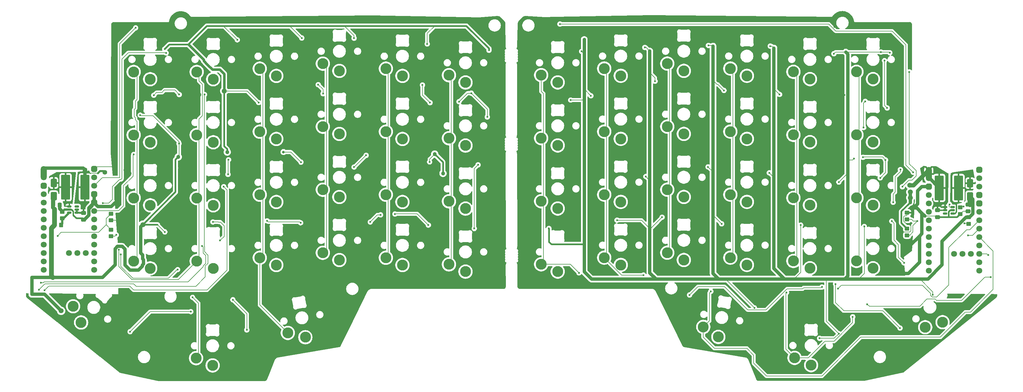
<source format=gbr>
%TF.GenerationSoftware,KiCad,Pcbnew,9.0.0*%
%TF.CreationDate,2026-01-24T15:45:22+11:00*%
%TF.ProjectId,Split Keyboard,53706c69-7420-44b6-9579-626f6172642e,rev?*%
%TF.SameCoordinates,Original*%
%TF.FileFunction,Copper,L1,Top*%
%TF.FilePolarity,Positive*%
%FSLAX46Y46*%
G04 Gerber Fmt 4.6, Leading zero omitted, Abs format (unit mm)*
G04 Created by KiCad (PCBNEW 9.0.0) date 2026-01-24 15:45:22*
%MOMM*%
%LPD*%
G01*
G04 APERTURE LIST*
G04 Aperture macros list*
%AMRoundRect*
0 Rectangle with rounded corners*
0 $1 Rounding radius*
0 $2 $3 $4 $5 $6 $7 $8 $9 X,Y pos of 4 corners*
0 Add a 4 corners polygon primitive as box body*
4,1,4,$2,$3,$4,$5,$6,$7,$8,$9,$2,$3,0*
0 Add four circle primitives for the rounded corners*
1,1,$1+$1,$2,$3*
1,1,$1+$1,$4,$5*
1,1,$1+$1,$6,$7*
1,1,$1+$1,$8,$9*
0 Add four rect primitives between the rounded corners*
20,1,$1+$1,$2,$3,$4,$5,0*
20,1,$1+$1,$4,$5,$6,$7,0*
20,1,$1+$1,$6,$7,$8,$9,0*
20,1,$1+$1,$8,$9,$2,$3,0*%
G04 Aperture macros list end*
%TA.AperFunction,SMDPad,CuDef*%
%ADD10RoundRect,0.250001X-1.099999X-3.499999X1.099999X-3.499999X1.099999X3.499999X-1.099999X3.499999X0*%
%TD*%
%TA.AperFunction,SMDPad,CuDef*%
%ADD11RoundRect,0.250000X-0.450000X0.350000X-0.450000X-0.350000X0.450000X-0.350000X0.450000X0.350000X0*%
%TD*%
%TA.AperFunction,SMDPad,CuDef*%
%ADD12RoundRect,0.250000X-0.475000X0.337500X-0.475000X-0.337500X0.475000X-0.337500X0.475000X0.337500X0*%
%TD*%
%TA.AperFunction,SMDPad,CuDef*%
%ADD13RoundRect,0.250001X1.099999X3.499999X-1.099999X3.499999X-1.099999X-3.499999X1.099999X-3.499999X0*%
%TD*%
%TA.AperFunction,SMDPad,CuDef*%
%ADD14RoundRect,0.250000X0.650000X-1.000000X0.650000X1.000000X-0.650000X1.000000X-0.650000X-1.000000X0*%
%TD*%
%TA.AperFunction,SMDPad,CuDef*%
%ADD15RoundRect,0.250000X0.450000X-0.350000X0.450000X0.350000X-0.450000X0.350000X-0.450000X-0.350000X0*%
%TD*%
%TA.AperFunction,SMDPad,CuDef*%
%ADD16RoundRect,0.250000X-0.337500X-0.475000X0.337500X-0.475000X0.337500X0.475000X-0.337500X0.475000X0*%
%TD*%
%TA.AperFunction,SMDPad,CuDef*%
%ADD17RoundRect,0.250000X-0.350000X-0.450000X0.350000X-0.450000X0.350000X0.450000X-0.350000X0.450000X0*%
%TD*%
%TA.AperFunction,SMDPad,CuDef*%
%ADD18RoundRect,0.150000X-0.512500X-0.150000X0.512500X-0.150000X0.512500X0.150000X-0.512500X0.150000X0*%
%TD*%
%TA.AperFunction,SMDPad,CuDef*%
%ADD19RoundRect,0.150000X0.512500X0.150000X-0.512500X0.150000X-0.512500X-0.150000X0.512500X-0.150000X0*%
%TD*%
%TA.AperFunction,ComponentPad*%
%ADD20C,1.800000*%
%TD*%
%TA.AperFunction,ComponentPad*%
%ADD21RoundRect,0.450000X0.450000X0.450000X-0.450000X0.450000X-0.450000X-0.450000X0.450000X-0.450000X0*%
%TD*%
%TA.AperFunction,ComponentPad*%
%ADD22O,1.800000X4.340000*%
%TD*%
%TA.AperFunction,ComponentPad*%
%ADD23C,3.300000*%
%TD*%
%TA.AperFunction,ViaPad*%
%ADD24C,0.600000*%
%TD*%
%TA.AperFunction,ViaPad*%
%ADD25C,1.500000*%
%TD*%
%TA.AperFunction,ViaPad*%
%ADD26C,1.300000*%
%TD*%
%TA.AperFunction,ViaPad*%
%ADD27C,1.200000*%
%TD*%
%TA.AperFunction,ViaPad*%
%ADD28C,1.400000*%
%TD*%
%TA.AperFunction,ViaPad*%
%ADD29C,0.800000*%
%TD*%
%TA.AperFunction,Conductor*%
%ADD30C,0.200000*%
%TD*%
%TA.AperFunction,Conductor*%
%ADD31C,1.000000*%
%TD*%
%TA.AperFunction,Conductor*%
%ADD32C,1.500000*%
%TD*%
%TA.AperFunction,Conductor*%
%ADD33C,0.500000*%
%TD*%
%TA.AperFunction,Conductor*%
%ADD34C,0.400000*%
%TD*%
%TA.AperFunction,Conductor*%
%ADD35C,1.300000*%
%TD*%
%TA.AperFunction,Conductor*%
%ADD36C,0.700000*%
%TD*%
%TA.AperFunction,Conductor*%
%ADD37C,0.600000*%
%TD*%
%TA.AperFunction,Conductor*%
%ADD38C,0.750000*%
%TD*%
%TA.AperFunction,Conductor*%
%ADD39C,1.400000*%
%TD*%
%TA.AperFunction,Conductor*%
%ADD40C,1.200000*%
%TD*%
G04 APERTURE END LIST*
D10*
%TO.P,L2,1,1*%
%TO.N,+BATT*%
X302620000Y-73300000D03*
%TO.P,L2,2,2*%
%TO.N,Net-(D56-A)*%
X308420000Y-73300000D03*
%TD*%
D11*
%TO.P,R12,1*%
%TO.N,+5V*%
X311480000Y-82160000D03*
%TO.P,R12,2*%
%TO.N,Net-(U8-FB)*%
X311480000Y-84160000D03*
%TD*%
D12*
%TO.P,C5,1*%
%TO.N,+BATT*%
X44100000Y-80862500D03*
%TO.P,C5,2*%
%TO.N,GND*%
X44100000Y-82937500D03*
%TD*%
D11*
%TO.P,R1,1*%
%TO.N,/Left/BAT_SENSE*%
X52400000Y-85912500D03*
%TO.P,R1,2*%
%TO.N,+BATT*%
X52400000Y-87912500D03*
%TD*%
D12*
%TO.P,C8,1*%
%TO.N,+5V*%
X311330000Y-78292500D03*
%TO.P,C8,2*%
%TO.N,GND*%
X311330000Y-80367500D03*
%TD*%
D13*
%TO.P,L1,1,1*%
%TO.N,+BATT*%
X44500000Y-73100000D03*
%TO.P,L1,2,2*%
%TO.N,Net-(D55-A)*%
X38700000Y-73100000D03*
%TD*%
D11*
%TO.P,R3,1*%
%TO.N,/Left/BAT_SENSE*%
X52400000Y-81100000D03*
%TO.P,R3,2*%
%TO.N,GND*%
X52400000Y-83100000D03*
%TD*%
D14*
%TO.P,D55,1,K*%
%TO.N,+5V*%
X35100000Y-75800000D03*
%TO.P,D55,2,A*%
%TO.N,Net-(D55-A)*%
X35100000Y-71800000D03*
%TD*%
%TO.P,D56,1,K*%
%TO.N,+5V*%
X311920000Y-75860000D03*
%TO.P,D56,2,A*%
%TO.N,Net-(D56-A)*%
X311920000Y-71860000D03*
%TD*%
D15*
%TO.P,R9,1*%
%TO.N,Net-(U7-FB)*%
X37700000Y-82500000D03*
%TO.P,R9,2*%
%TO.N,GND*%
X37700000Y-80500000D03*
%TD*%
D16*
%TO.P,C7,1*%
%TO.N,+5V*%
X34862500Y-78500000D03*
%TO.P,C7,2*%
%TO.N,GND*%
X36937500Y-78500000D03*
%TD*%
D15*
%TO.P,R4,1*%
%TO.N,/Right/BAT_SENSE*%
X292895000Y-82800000D03*
%TO.P,R4,2*%
%TO.N,GND*%
X292895000Y-80800000D03*
%TD*%
D17*
%TO.P,R11,1*%
%TO.N,+5V*%
X35300000Y-84500000D03*
%TO.P,R11,2*%
%TO.N,Net-(U7-FB)*%
X37300000Y-84500000D03*
%TD*%
D18*
%TO.P,U7,1,SW*%
%TO.N,Net-(D55-A)*%
X39825000Y-78900000D03*
%TO.P,U7,2,GND*%
%TO.N,GND*%
X39825000Y-79850000D03*
%TO.P,U7,3,FB*%
%TO.N,Net-(U7-FB)*%
X39825000Y-80800000D03*
%TO.P,U7,4,EN*%
%TO.N,+BATT*%
X42100000Y-80800000D03*
%TO.P,U7,5,IN*%
X42100000Y-79850000D03*
%TO.P,U7,6,NC*%
%TO.N,unconnected-(U7-NC-Pad6)*%
X42100000Y-78900000D03*
%TD*%
D12*
%TO.P,C6,1*%
%TO.N,+BATT*%
X302090000Y-80062500D03*
%TO.P,C6,2*%
%TO.N,GND*%
X302090000Y-82137500D03*
%TD*%
D15*
%TO.P,R2,1*%
%TO.N,/Right/BAT_SENSE*%
X292895000Y-87600000D03*
%TO.P,R2,2*%
%TO.N,+BATT*%
X292895000Y-85600000D03*
%TD*%
D19*
%TO.P,U8,1,SW*%
%TO.N,Net-(D56-A)*%
X306627500Y-81010000D03*
%TO.P,U8,2,GND*%
%TO.N,GND*%
X306627500Y-80060000D03*
%TO.P,U8,3,FB*%
%TO.N,Net-(U8-FB)*%
X306627500Y-79110000D03*
%TO.P,U8,4,EN*%
%TO.N,+BATT*%
X304352500Y-79110000D03*
%TO.P,U8,5,IN*%
X304352500Y-80060000D03*
%TO.P,U8,6,NC*%
%TO.N,unconnected-(U8-NC-Pad6)*%
X304352500Y-81010000D03*
%TD*%
D11*
%TO.P,R10,1*%
%TO.N,Net-(U8-FB)*%
X308940000Y-79210000D03*
%TO.P,R10,2*%
%TO.N,GND*%
X308940000Y-81210000D03*
%TD*%
D20*
%TO.P,U9,1,P0.06*%
%TO.N,unconnected-(U9-P0.06-Pad1)*%
X47310000Y-70150000D03*
%TO.P,U9,2,P0.08*%
%TO.N,/Left/LED_DIN*%
X47310000Y-72690000D03*
D21*
%TO.P,U9,3,GND*%
%TO.N,GND*%
X47310000Y-75230000D03*
%TO.P,U9,4,GND*%
X47310000Y-77770000D03*
D20*
%TO.P,U9,5,P0.17*%
%TO.N,/Left/COL0*%
X47310000Y-80310000D03*
%TO.P,U9,6,P0.20*%
%TO.N,/Left/COL1*%
X47310000Y-82850000D03*
%TO.P,U9,7,P0.22*%
%TO.N,/Left/COL2*%
X47310000Y-85390000D03*
%TO.P,U9,8,P0.24*%
%TO.N,/Left/COL3*%
X47310000Y-87930000D03*
%TO.P,U9,9,P1.00*%
%TO.N,/Left/COL4*%
X47310000Y-90470000D03*
%TO.P,U9,10,P0.11*%
%TO.N,/Left/COL5*%
X47310000Y-93010000D03*
%TO.P,U9,11,P1.04-LF*%
%TO.N,unconnected-(U9-P1.04-LF-Pad11)*%
X47310000Y-95550000D03*
%TO.P,U9,12,P1.06-LF*%
%TO.N,unconnected-(U9-P1.06-LF-Pad12)*%
X47310000Y-98090000D03*
D22*
%TO.P,U9,13,BAT+*%
%TO.N,+BATT*%
X32070000Y-68880000D03*
D21*
%TO.P,U9,14,GND*%
%TO.N,GND*%
X32070000Y-72690000D03*
D20*
%TO.P,U9,15,RST*%
%TO.N,unconnected-(U9-RST-Pad15)*%
X32070000Y-75230000D03*
%TO.P,U9,16,3V3*%
%TO.N,unconnected-(U9-3V3-Pad16)*%
X32070000Y-77770000D03*
%TO.P,U9,17,P0.31-LF*%
%TO.N,unconnected-(U9-P0.31-LF-Pad17)*%
X32070000Y-80310000D03*
%TO.P,U9,18,P0.29-LF*%
%TO.N,unconnected-(U9-P0.29-LF-Pad18)*%
X32070000Y-82850000D03*
%TO.P,U9,19,P0.02-LF*%
%TO.N,/Left/BAT_SENSE*%
X32070000Y-85390000D03*
%TO.P,U9,20,P1.15-LF*%
%TO.N,/Left/ROW0*%
X32070000Y-87930000D03*
%TO.P,U9,21,P1.13-LF*%
%TO.N,/Left/ROW1*%
X32070000Y-90470000D03*
%TO.P,U9,22,P1.11-LF*%
%TO.N,/Left/ROW2*%
X32070000Y-93010000D03*
%TO.P,U9,23,P0.10-LF*%
%TO.N,/Left/ROW3*%
X32070000Y-95550000D03*
%TO.P,U9,24,P0.09-LF*%
%TO.N,/Left/ROW4*%
X32070000Y-98090000D03*
%TO.P,U9,25,P1.01-LF*%
%TO.N,unconnected-(U9-P1.01-LF-Pad25)*%
X44770000Y-93010000D03*
%TO.P,U9,26,P1.02-LF*%
%TO.N,unconnected-(U9-P1.02-LF-Pad26)*%
X42230000Y-93010000D03*
%TO.P,U9,27,P1.07-LF*%
%TO.N,unconnected-(U9-P1.07-LF-Pad27)*%
X39690000Y-93010000D03*
D21*
%TO.P,U9,28,GND*%
%TO.N,GND*%
X47310000Y-67610000D03*
D20*
%TO.P,U9,29,BAT+*%
%TO.N,+BATT*%
X32070000Y-67610000D03*
%TD*%
D23*
%TO.P,SW31,1,1*%
%TO.N,/Left/COL3*%
X97337218Y-94400000D03*
%TO.P,SW31,2,2*%
%TO.N,Net-(D31-A)*%
X102337218Y-96600000D03*
%TD*%
%TO.P,SW3,1,1*%
%TO.N,/Left/COL1*%
X135437218Y-37250000D03*
%TO.P,SW3,2,2*%
%TO.N,Net-(D3-A)*%
X140437218Y-39450000D03*
%TD*%
%TO.P,SW35,1,1*%
%TO.N,/Left/COL5*%
X59237218Y-95400000D03*
%TO.P,SW35,2,2*%
%TO.N,Net-(D35-A)*%
X64237218Y-97600000D03*
%TD*%
%TO.P,SW45,1,1*%
%TO.N,/Right/COL4*%
X258545000Y-95375000D03*
%TO.P,SW45,2,2*%
%TO.N,Net-(D45-A)*%
X263545000Y-97575000D03*
%TD*%
%TO.P,SW53,1,1*%
%TO.N,/Left/COL3*%
X105810700Y-117116335D03*
%TO.P,SW53,2,2*%
%TO.N,Net-(D53-A)*%
X111116765Y-118414671D03*
%TD*%
%TO.P,SW19,1,1*%
%TO.N,/Right/COL0*%
X182345000Y-58275000D03*
%TO.P,SW19,2,2*%
%TO.N,Net-(D19-A)*%
X187345000Y-60475000D03*
%TD*%
%TO.P,SW34,1,1*%
%TO.N,/Left/COL4*%
X78287218Y-76350000D03*
%TO.P,SW34,2,2*%
%TO.N,Net-(D34-A)*%
X83287218Y-78550000D03*
%TD*%
%TO.P,SW12,1,1*%
%TO.N,/Right/COL5*%
X277595000Y-38225000D03*
%TO.P,SW12,2,2*%
%TO.N,Net-(D12-A)*%
X282595000Y-40425000D03*
%TD*%
%TO.P,SW27,1,1*%
%TO.N,/Left/COL1*%
X135437218Y-94400000D03*
%TO.P,SW27,2,2*%
%TO.N,Net-(D27-A)*%
X140437218Y-96600000D03*
%TD*%
%TO.P,SW47,1,1*%
%TO.N,/Right/COL5*%
X277595000Y-95375000D03*
%TO.P,SW47,2,2*%
%TO.N,Net-(D47-A)*%
X282595000Y-97575000D03*
%TD*%
%TO.P,SW32,1,1*%
%TO.N,/Left/COL3*%
X97337218Y-75350000D03*
%TO.P,SW32,2,2*%
%TO.N,Net-(D32-A)*%
X102337218Y-77550000D03*
%TD*%
%TO.P,SW9,1,1*%
%TO.N,/Left/COL4*%
X78287218Y-38250000D03*
%TO.P,SW9,2,2*%
%TO.N,Net-(D9-A)*%
X83287218Y-40450000D03*
%TD*%
%TO.P,SW49,1,1*%
%TO.N,/Left/COL5*%
X40959324Y-109058730D03*
%TO.P,SW49,2,2*%
%TO.N,Net-(D49-A)*%
X43375414Y-113957965D03*
%TD*%
%TO.P,SW17,1,1*%
%TO.N,/Left/COL4*%
X78287218Y-57300000D03*
%TO.P,SW17,2,2*%
%TO.N,Net-(D17-A)*%
X83287218Y-59500000D03*
%TD*%
%TO.P,SW29,1,1*%
%TO.N,/Left/COL2*%
X116387218Y-92900000D03*
%TO.P,SW29,2,2*%
%TO.N,Net-(D29-A)*%
X121387218Y-95100000D03*
%TD*%
%TO.P,SW44,1,1*%
%TO.N,/Right/COL3*%
X239495000Y-75325000D03*
%TO.P,SW44,2,2*%
%TO.N,Net-(D44-A)*%
X244495000Y-77525000D03*
%TD*%
%TO.P,SW54,1,1*%
%TO.N,/Right/COL3*%
X231330992Y-115293248D03*
%TO.P,SW54,2,2*%
%TO.N,Net-(D54-A)*%
X235873004Y-118328066D03*
%TD*%
%TO.P,SW14,1,1*%
%TO.N,/Left/COL1*%
X135437218Y-56300000D03*
%TO.P,SW14,2,2*%
%TO.N,Net-(D14-A)*%
X140437218Y-58500000D03*
%TD*%
%TO.P,SW4,1,1*%
%TO.N,/Right/COL1*%
X201395000Y-37225000D03*
%TO.P,SW4,2,2*%
%TO.N,Net-(D4-A)*%
X206395000Y-39425000D03*
%TD*%
%TO.P,SW1,1,1*%
%TO.N,/Left/COL0*%
X154487218Y-39250000D03*
%TO.P,SW1,2,2*%
%TO.N,Net-(D1-A)*%
X159487218Y-41450000D03*
%TD*%
%TO.P,SW18,1,1*%
%TO.N,/Left/COL5*%
X59237218Y-57300000D03*
%TO.P,SW18,2,2*%
%TO.N,Net-(D18-A)*%
X64237218Y-59500000D03*
%TD*%
%TO.P,SW13,1,1*%
%TO.N,/Left/COL0*%
X154487218Y-58300000D03*
%TO.P,SW13,2,2*%
%TO.N,Net-(D13-A)*%
X159487218Y-60500000D03*
%TD*%
%TO.P,SW26,1,1*%
%TO.N,/Left/COL0*%
X154487218Y-77350000D03*
%TO.P,SW26,2,2*%
%TO.N,Net-(D26-A)*%
X159487218Y-79550000D03*
%TD*%
%TO.P,SW43,1,1*%
%TO.N,/Right/COL3*%
X239495000Y-94375000D03*
%TO.P,SW43,2,2*%
%TO.N,Net-(D43-A)*%
X244495000Y-96575000D03*
%TD*%
%TO.P,SW50,1,1*%
%TO.N,/Right/COL5*%
X298370000Y-115400000D03*
%TO.P,SW50,2,2*%
%TO.N,Net-(D50-A)*%
X303614355Y-113871359D03*
%TD*%
%TO.P,SW41,1,1*%
%TO.N,/Right/COL2*%
X220445000Y-92875000D03*
%TO.P,SW41,2,2*%
%TO.N,Net-(D41-A)*%
X225445000Y-95075000D03*
%TD*%
%TO.P,SW25,1,1*%
%TO.N,/Left/COL0*%
X154487218Y-96400000D03*
%TO.P,SW25,2,2*%
%TO.N,Net-(D25-A)*%
X159487218Y-98600000D03*
%TD*%
%TO.P,SW36,1,1*%
%TO.N,/Left/COL5*%
X59237218Y-76350000D03*
%TO.P,SW36,2,2*%
%TO.N,Net-(D36-A)*%
X64237218Y-78550000D03*
%TD*%
%TO.P,SW42,1,1*%
%TO.N,/Right/COL2*%
X220445000Y-73825000D03*
%TO.P,SW42,2,2*%
%TO.N,Net-(D42-A)*%
X225445000Y-76025000D03*
%TD*%
%TO.P,SW7,1,1*%
%TO.N,/Right/COL2*%
X220445000Y-35725000D03*
%TO.P,SW7,2,2*%
%TO.N,Net-(D7-A)*%
X225445000Y-37925000D03*
%TD*%
%TO.P,SW52,1,1*%
%TO.N,/Right/COL4*%
X258889769Y-124663395D03*
%TO.P,SW52,2,2*%
%TO.N,Net-(D52-A)*%
X263889769Y-126863394D03*
%TD*%
%TO.P,SW37,1,1*%
%TO.N,/Right/COL0*%
X182345000Y-96375000D03*
%TO.P,SW37,2,2*%
%TO.N,Net-(D37-A)*%
X187345000Y-98575000D03*
%TD*%
%TO.P,SW24,1,1*%
%TO.N,/Right/COL5*%
X277595000Y-57275000D03*
%TO.P,SW24,2,2*%
%TO.N,Net-(D24-A)*%
X282595000Y-59475000D03*
%TD*%
%TO.P,SW20,1,1*%
%TO.N,/Right/COL1*%
X201395000Y-56275000D03*
%TO.P,SW20,2,2*%
%TO.N,Net-(D20-A)*%
X206395000Y-58475000D03*
%TD*%
%TO.P,SW11,1,1*%
%TO.N,/Right/COL4*%
X258545000Y-38225000D03*
%TO.P,SW11,2,2*%
%TO.N,Net-(D11-A)*%
X263545000Y-40425000D03*
%TD*%
%TO.P,SW6,1,1*%
%TO.N,/Left/COL3*%
X97337218Y-37250000D03*
%TO.P,SW6,2,2*%
%TO.N,Net-(D6-A)*%
X102337218Y-39450000D03*
%TD*%
%TO.P,SW2,1,1*%
%TO.N,/Right/COL0*%
X182345000Y-39225000D03*
%TO.P,SW2,2,2*%
%TO.N,Net-(D2-A)*%
X187345000Y-41425000D03*
%TD*%
%TO.P,SW22,1,1*%
%TO.N,/Right/COL3*%
X239495000Y-56275000D03*
%TO.P,SW22,2,2*%
%TO.N,Net-(D22-A)*%
X244495000Y-58475000D03*
%TD*%
%TO.P,SW51,1,1*%
%TO.N,/Left/COL4*%
X78100000Y-124750000D03*
%TO.P,SW51,2,2*%
%TO.N,Net-(D51-A)*%
X83100000Y-126950000D03*
%TD*%
%TO.P,SW30,1,1*%
%TO.N,/Left/COL2*%
X116387218Y-73850000D03*
%TO.P,SW30,2,2*%
%TO.N,Net-(D30-A)*%
X121387218Y-76050000D03*
%TD*%
%TO.P,SW5,1,1*%
%TO.N,/Left/COL2*%
X116387218Y-35750000D03*
%TO.P,SW5,2,2*%
%TO.N,Net-(D5-A)*%
X121387218Y-37950000D03*
%TD*%
%TO.P,SW39,1,1*%
%TO.N,/Right/COL1*%
X201395000Y-94375000D03*
%TO.P,SW39,2,2*%
%TO.N,Net-(D39-A)*%
X206395000Y-96575000D03*
%TD*%
%TO.P,SW40,1,1*%
%TO.N,/Right/COL1*%
X201395000Y-75325000D03*
%TO.P,SW40,2,2*%
%TO.N,Net-(D40-A)*%
X206395000Y-77525000D03*
%TD*%
%TO.P,SW8,1,1*%
%TO.N,/Right/COL3*%
X239495000Y-37225000D03*
%TO.P,SW8,2,2*%
%TO.N,Net-(D8-A)*%
X244495000Y-39425000D03*
%TD*%
%TO.P,SW28,1,1*%
%TO.N,/Left/COL1*%
X135437218Y-75350000D03*
%TO.P,SW28,2,2*%
%TO.N,Net-(D28-A)*%
X140437218Y-77550000D03*
%TD*%
%TO.P,SW21,1,1*%
%TO.N,/Right/COL2*%
X220445000Y-54775000D03*
%TO.P,SW21,2,2*%
%TO.N,Net-(D21-A)*%
X225445000Y-56975000D03*
%TD*%
%TO.P,SW23,1,1*%
%TO.N,/Right/COL4*%
X258545000Y-57275000D03*
%TO.P,SW23,2,2*%
%TO.N,Net-(D23-A)*%
X263545000Y-59475000D03*
%TD*%
%TO.P,SW46,1,1*%
%TO.N,/Right/COL4*%
X258545000Y-76325000D03*
%TO.P,SW46,2,2*%
%TO.N,Net-(D46-A)*%
X263545000Y-78525000D03*
%TD*%
%TO.P,SW48,1,1*%
%TO.N,/Right/COL5*%
X277595000Y-76325000D03*
%TO.P,SW48,2,2*%
%TO.N,Net-(D48-A)*%
X282595000Y-78525000D03*
%TD*%
%TO.P,SW10,1,1*%
%TO.N,/Left/COL5*%
X59237218Y-38250000D03*
%TO.P,SW10,2,2*%
%TO.N,Net-(D10-A)*%
X64237218Y-40450000D03*
%TD*%
%TO.P,SW33,1,1*%
%TO.N,/Left/COL4*%
X78287218Y-95400000D03*
%TO.P,SW33,2,2*%
%TO.N,Net-(D33-A)*%
X83287218Y-97600000D03*
%TD*%
%TO.P,SW16,1,1*%
%TO.N,/Left/COL3*%
X97337218Y-56300000D03*
%TO.P,SW16,2,2*%
%TO.N,Net-(D16-A)*%
X102337218Y-58500000D03*
%TD*%
%TO.P,SW38,1,1*%
%TO.N,/Right/COL0*%
X182345000Y-77325000D03*
%TO.P,SW38,2,2*%
%TO.N,Net-(D38-A)*%
X187345000Y-79525000D03*
%TD*%
%TO.P,SW15,1,1*%
%TO.N,/Left/COL2*%
X116387218Y-54800000D03*
%TO.P,SW15,2,2*%
%TO.N,Net-(D15-A)*%
X121387218Y-57000000D03*
%TD*%
D20*
%TO.P,U10,29,BAT+*%
%TO.N,+BATT*%
X299440000Y-67840000D03*
D21*
%TO.P,U10,28,GND*%
%TO.N,GND*%
X314680000Y-67840000D03*
D20*
%TO.P,U10,27,P1.07-LF*%
%TO.N,unconnected-(U10-P1.07-LF-Pad27)*%
X307060000Y-93240000D03*
%TO.P,U10,26,P1.02-LF*%
%TO.N,unconnected-(U10-P1.02-LF-Pad26)*%
X309600000Y-93240000D03*
%TO.P,U10,25,P1.01-LF*%
%TO.N,unconnected-(U10-P1.01-LF-Pad25)*%
X312140000Y-93240000D03*
%TO.P,U10,24,P0.09-LF*%
%TO.N,/Right/ROW4*%
X299440000Y-98320000D03*
%TO.P,U10,23,P0.10-LF*%
%TO.N,/Right/ROW3*%
X299440000Y-95780000D03*
%TO.P,U10,22,P1.11-LF*%
%TO.N,/Right/ROW2*%
X299440000Y-93240000D03*
%TO.P,U10,21,P1.13-LF*%
%TO.N,/Right/ROW1*%
X299440000Y-90700000D03*
%TO.P,U10,20,P1.15-LF*%
%TO.N,/Right/ROW0*%
X299440000Y-88160000D03*
%TO.P,U10,19,P0.02-LF*%
%TO.N,/Right/BAT_SENSE*%
X299440000Y-85620000D03*
%TO.P,U10,18,P0.29-LF*%
%TO.N,unconnected-(U10-P0.29-LF-Pad18)*%
X299440000Y-83080000D03*
%TO.P,U10,17,P0.31-LF*%
%TO.N,unconnected-(U10-P0.31-LF-Pad17)*%
X299440000Y-80540000D03*
%TO.P,U10,16,3V3*%
%TO.N,unconnected-(U10-3V3-Pad16)*%
X299440000Y-78000000D03*
%TO.P,U10,15,RST*%
%TO.N,unconnected-(U10-RST-Pad15)*%
X299440000Y-75460000D03*
D21*
%TO.P,U10,14,GND*%
%TO.N,GND*%
X299440000Y-72920000D03*
D22*
%TO.P,U10,13,BAT+*%
%TO.N,+BATT*%
X299440000Y-69110000D03*
D20*
%TO.P,U10,12,P1.06-LF*%
%TO.N,unconnected-(U10-P1.06-LF-Pad12)*%
X314680000Y-98320000D03*
%TO.P,U10,11,P1.04-LF*%
%TO.N,unconnected-(U10-P1.04-LF-Pad11)*%
X314680000Y-95780000D03*
%TO.P,U10,10,P0.11*%
%TO.N,/Right/COL5*%
X314680000Y-93240000D03*
%TO.P,U10,9,P1.00*%
%TO.N,/Right/COL4*%
X314680000Y-90700000D03*
%TO.P,U10,8,P0.24*%
%TO.N,/Right/COL3*%
X314680000Y-88160000D03*
%TO.P,U10,7,P0.22*%
%TO.N,/Right/COL2*%
X314680000Y-85620000D03*
%TO.P,U10,6,P0.20*%
%TO.N,/Right/COL1*%
X314680000Y-83080000D03*
%TO.P,U10,5,P0.17*%
%TO.N,/Right/COL0*%
X314680000Y-80540000D03*
D21*
%TO.P,U10,4,GND*%
%TO.N,GND*%
X314680000Y-78000000D03*
%TO.P,U10,3,GND*%
X314680000Y-75460000D03*
D20*
%TO.P,U10,2,P0.08*%
%TO.N,/Right/LED_DIN*%
X314680000Y-72920000D03*
%TO.P,U10,1,P0.06*%
%TO.N,unconnected-(U10-P0.06-Pad1)*%
X314680000Y-70380000D03*
%TD*%
D24*
%TO.N,/Right/LED_DIN*%
X188020000Y-23770000D03*
X294730000Y-68560000D03*
%TO.N,/Right/COL2*%
X311290000Y-87660000D03*
%TO.N,/Right/COL5*%
X317370000Y-93590000D03*
%TO.N,Net-(U8-FB)*%
X310250000Y-84040000D03*
X309960000Y-78930000D03*
X305730000Y-78290000D03*
%TO.N,/Left/ROW0*%
X69070000Y-32510000D03*
X49938033Y-77916160D03*
%TO.N,/Right/ROW0*%
X291470000Y-72950000D03*
X293570000Y-38250000D03*
%TO.N,/Left/ROW1*%
X30660000Y-104100000D03*
X80650000Y-45070000D03*
%TO.N,/Left/ROW3*%
X31250000Y-101950000D03*
X79950000Y-90850000D03*
%TO.N,/Left/ROW2*%
X32330000Y-104210000D03*
X86460000Y-72930000D03*
%TO.N,/Right/ROW3*%
X291970000Y-95950000D03*
X288270000Y-83350000D03*
%TO.N,/Right/ROW2*%
X288670000Y-77650000D03*
X290870000Y-67750000D03*
%TO.N,/Left/ROW4*%
X58160000Y-116750000D03*
X76520000Y-110680000D03*
%TO.N,/Left/BAT_SENSE*%
X36300000Y-87800000D03*
%TO.N,/Right/BAT_SENSE*%
X296012471Y-83300000D03*
%TO.N,GND*%
X61730000Y-60159999D03*
X222700000Y-39930000D03*
X165870000Y-24500000D03*
X158250000Y-57619999D03*
X197300000Y-27230000D03*
X125230000Y-34759999D03*
X204920000Y-80570000D03*
X179520000Y-50090000D03*
X84590000Y-108419999D03*
X117610000Y-105879999D03*
X168410000Y-77939999D03*
X120150000Y-108419999D03*
X148370000Y-45710000D03*
X82050000Y-108419999D03*
X255720000Y-72950000D03*
X132850000Y-32219999D03*
D25*
X271870000Y-41550000D03*
D24*
X222700000Y-32310000D03*
X250640000Y-60250000D03*
X215080000Y-22150000D03*
X61730000Y-70319999D03*
X56650000Y-121119999D03*
X66810000Y-75399999D03*
X112530000Y-98259999D03*
X137930000Y-95719999D03*
X155710000Y-34759999D03*
X56650000Y-55079999D03*
X263340000Y-37390000D03*
X179520000Y-29770000D03*
X87550000Y-29590000D03*
X125230000Y-88099999D03*
X102370000Y-93179999D03*
X76970000Y-113499999D03*
X92210000Y-60159999D03*
X253180000Y-126290000D03*
X199840000Y-29770000D03*
X255720000Y-90730000D03*
X71890000Y-128739999D03*
X258260000Y-60250000D03*
X165870000Y-62699999D03*
X99830000Y-60159999D03*
X54110000Y-24599999D03*
X230320000Y-118670000D03*
X165870000Y-85460000D03*
X64270000Y-37299999D03*
X230320000Y-85650000D03*
X197300000Y-90730000D03*
X189680000Y-62790000D03*
X260800000Y-34850000D03*
X74430000Y-60159999D03*
X249970000Y-48050000D03*
X137930000Y-60060000D03*
X82050000Y-65140000D03*
X61730000Y-37299999D03*
X94750000Y-128739999D03*
X253180000Y-128830000D03*
X265880000Y-105970000D03*
X122690000Y-105879999D03*
X222700000Y-75490000D03*
X94750000Y-60159999D03*
X144740000Y-87110000D03*
X197300000Y-72950000D03*
X268420000Y-75490000D03*
X248100000Y-121210000D03*
X99830000Y-118579999D03*
X66810000Y-113499999D03*
X112530000Y-121119999D03*
X94750000Y-105879999D03*
X250640000Y-80570000D03*
X225240000Y-22150000D03*
X163330000Y-75399999D03*
X99830000Y-103339999D03*
X288740000Y-111050000D03*
X64270000Y-24599999D03*
X89670000Y-110959999D03*
X225240000Y-113590000D03*
X58300000Y-24450000D03*
X255720000Y-42470000D03*
X155710000Y-27139999D03*
X64270000Y-105879999D03*
X148090000Y-52440000D03*
X227780000Y-29770000D03*
X137930000Y-32219999D03*
X54110000Y-32219999D03*
X197300000Y-78030000D03*
X115070000Y-100799999D03*
X168410000Y-44919999D03*
X179520000Y-70410000D03*
X99830000Y-100799999D03*
X66810000Y-37299999D03*
X94750000Y-90639999D03*
X125610000Y-85690000D03*
X71890000Y-113499999D03*
X112530000Y-57619999D03*
X270960000Y-65330000D03*
X56650000Y-126199999D03*
X137930000Y-90639999D03*
X217620000Y-60250000D03*
X94750000Y-108419999D03*
X54110000Y-121119999D03*
X286200000Y-113590000D03*
X122690000Y-116039999D03*
X258260000Y-128830000D03*
X69350000Y-24599999D03*
X168410000Y-60159999D03*
X192220000Y-62790000D03*
X64270000Y-121119999D03*
X143010000Y-90639999D03*
X248100000Y-113590000D03*
X91830000Y-85020000D03*
X270960000Y-50090000D03*
X163330000Y-100799999D03*
X212540000Y-60250000D03*
X270960000Y-123750000D03*
X176980000Y-47550000D03*
X163330000Y-55079999D03*
X109990000Y-95719999D03*
X120150000Y-116039999D03*
X176980000Y-100890000D03*
X66810000Y-55079999D03*
X197300000Y-42470000D03*
X163330000Y-34759999D03*
X222700000Y-90730000D03*
X268420000Y-70410000D03*
X255720000Y-128830000D03*
X59190000Y-110959999D03*
X66810000Y-126199999D03*
X130310000Y-34759999D03*
X61730000Y-72859999D03*
X232860000Y-22150000D03*
X182060000Y-83110000D03*
X54110000Y-116039999D03*
X89670000Y-60159999D03*
X199840000Y-45010000D03*
X176980000Y-42470000D03*
X120150000Y-118579999D03*
X258260000Y-111050000D03*
X220160000Y-78030000D03*
X59190000Y-29679999D03*
X245560000Y-42470000D03*
X258260000Y-42470000D03*
X135390000Y-100799999D03*
X202380000Y-24690000D03*
X258260000Y-98350000D03*
X115070000Y-57619999D03*
X94750000Y-110959999D03*
X64270000Y-62699999D03*
X270960000Y-78030000D03*
X278580000Y-128830000D03*
X248100000Y-88190000D03*
X253180000Y-123750000D03*
X232860000Y-57710000D03*
X243020000Y-42470000D03*
X270960000Y-85650000D03*
X132850000Y-34759999D03*
X125230000Y-110959999D03*
X212540000Y-95810000D03*
X270960000Y-52630000D03*
X258260000Y-113590000D03*
X192220000Y-52630000D03*
X153170000Y-100799999D03*
X176980000Y-80570000D03*
D25*
X267770000Y-43450000D03*
D24*
X125230000Y-60060000D03*
X232860000Y-39930000D03*
X97290000Y-39839999D03*
X222700000Y-42470000D03*
X120150000Y-60060000D03*
X163330000Y-24599999D03*
X168410000Y-27040000D03*
X137690000Y-64510000D03*
X199840000Y-78030000D03*
X132850000Y-77939999D03*
X148090000Y-37299999D03*
X104910000Y-55079999D03*
X168410000Y-65239999D03*
X255720000Y-60250000D03*
X283660000Y-116130000D03*
X66810000Y-121119999D03*
X76970000Y-108419999D03*
X124850000Y-63530000D03*
X54110000Y-27139999D03*
X291280000Y-39930000D03*
X137930000Y-93179999D03*
X258260000Y-32310000D03*
X210000000Y-88190000D03*
X210000000Y-55170000D03*
X199840000Y-65330000D03*
X192220000Y-83110000D03*
X94750000Y-123659999D03*
X91140000Y-50530000D03*
X99830000Y-37299999D03*
X150630000Y-100799999D03*
X153170000Y-52539999D03*
X56650000Y-105879999D03*
X222700000Y-50090000D03*
X260800000Y-60250000D03*
X222700000Y-113590000D03*
X130310000Y-98259999D03*
X207460000Y-24690000D03*
X255720000Y-70410000D03*
X71890000Y-121119999D03*
X94750000Y-72859999D03*
X120150000Y-80380000D03*
X212540000Y-80570000D03*
X99830000Y-121119999D03*
X291280000Y-126290000D03*
X255720000Y-93270000D03*
X127770000Y-57619999D03*
X245560000Y-55170000D03*
X232860000Y-78030000D03*
X288740000Y-121210000D03*
X265880000Y-65330000D03*
X250640000Y-121210000D03*
X270960000Y-72950000D03*
X71890000Y-90639999D03*
X232580000Y-64160000D03*
X112530000Y-80479999D03*
X125230000Y-80380000D03*
X273500000Y-126290000D03*
X125230000Y-52539999D03*
X137930000Y-72859999D03*
X212540000Y-39930000D03*
X66810000Y-93179999D03*
X243020000Y-55170000D03*
X104910000Y-75399999D03*
X132850000Y-60060000D03*
X225240000Y-105970000D03*
X104910000Y-100799999D03*
X265880000Y-37390000D03*
X99830000Y-39839999D03*
X222700000Y-78030000D03*
X130310000Y-80380000D03*
X64270000Y-128739999D03*
X197300000Y-80570000D03*
X122690000Y-103339999D03*
X278580000Y-121210000D03*
X207460000Y-42470000D03*
X137930000Y-34759999D03*
X258260000Y-70410000D03*
X197300000Y-62790000D03*
X260800000Y-45010000D03*
X59000000Y-89920000D03*
X94750000Y-77939999D03*
X217620000Y-57710000D03*
X232860000Y-72950000D03*
X225240000Y-34850000D03*
X130310000Y-100799999D03*
X104910000Y-49999999D03*
X273500000Y-80570000D03*
X189680000Y-57710000D03*
X204920000Y-24690000D03*
X61730000Y-75399999D03*
X270960000Y-80570000D03*
X163330000Y-37299999D03*
X284970000Y-53550000D03*
X104910000Y-70319999D03*
X227780000Y-22150000D03*
X150630000Y-34759999D03*
X54110000Y-105879999D03*
X71890000Y-77939999D03*
X165870000Y-60159999D03*
X301440000Y-116130000D03*
X182060000Y-52630000D03*
X134890000Y-64630000D03*
X106700000Y-26960000D03*
X248100000Y-103430000D03*
X270960000Y-95810000D03*
X288740000Y-123750000D03*
X232860000Y-95810000D03*
X84590000Y-105879999D03*
X199840000Y-62790000D03*
X76970000Y-128739999D03*
X220160000Y-27230000D03*
X61730000Y-34759999D03*
X69350000Y-62699999D03*
X258260000Y-27230000D03*
X127770000Y-80380000D03*
X204920000Y-42470000D03*
X222700000Y-60250000D03*
X148090000Y-60060000D03*
X102370000Y-103240000D03*
X176980000Y-98350000D03*
X74430000Y-55079999D03*
X137930000Y-70319999D03*
X179520000Y-55170000D03*
X84590000Y-123659999D03*
X125230000Y-32219999D03*
X97290000Y-123659999D03*
X69440000Y-57500000D03*
X115070000Y-98259999D03*
X230320000Y-121210000D03*
X245560000Y-116130000D03*
X265880000Y-75490000D03*
X210000000Y-93270000D03*
X187140000Y-45010000D03*
X127770000Y-105879999D03*
X99830000Y-55079999D03*
X255870000Y-49350000D03*
X260800000Y-72950000D03*
X64270000Y-75399999D03*
X61730000Y-128739999D03*
X132620000Y-64190000D03*
X286200000Y-90730000D03*
X176980000Y-90730000D03*
X106600000Y-28580000D03*
X127770000Y-100799999D03*
X97290000Y-110959999D03*
X179520000Y-93270000D03*
X189680000Y-45010000D03*
X270960000Y-60250000D03*
X94750000Y-118579999D03*
X182060000Y-24690000D03*
X148090000Y-95719999D03*
X248100000Y-123750000D03*
X235400000Y-22150000D03*
X125230000Y-22059999D03*
X248100000Y-118670000D03*
X176980000Y-70410000D03*
X104910000Y-121119999D03*
X250640000Y-118670000D03*
X140810000Y-64160000D03*
X232860000Y-37390000D03*
X132850000Y-47459999D03*
X102370000Y-110959999D03*
X137930000Y-39839999D03*
X217620000Y-50090000D03*
X61730000Y-62699999D03*
X56650000Y-52539999D03*
X107450000Y-80479999D03*
X210000000Y-72950000D03*
X303980000Y-108510000D03*
X176980000Y-50090000D03*
X97290000Y-116039999D03*
X135390000Y-98259999D03*
X245560000Y-103430000D03*
X250640000Y-126290000D03*
X199840000Y-60250000D03*
X189680000Y-65330000D03*
X291280000Y-60250000D03*
X51570000Y-123659999D03*
X92210000Y-118579999D03*
X213440000Y-27910000D03*
X74430000Y-128739999D03*
X179520000Y-100890000D03*
X82050000Y-75399999D03*
X210000000Y-22150000D03*
D25*
X77400000Y-47500000D03*
D24*
X107450000Y-100799999D03*
X143010000Y-100799999D03*
X182060000Y-32310000D03*
X198870000Y-49150000D03*
X192220000Y-50090000D03*
X286470000Y-50450000D03*
X207460000Y-55170000D03*
X122690000Y-60060000D03*
X260800000Y-78030000D03*
X281120000Y-126290000D03*
X92210000Y-65239999D03*
X49000000Y-117800000D03*
X120150000Y-105879999D03*
X184570000Y-28850000D03*
X71890000Y-126199999D03*
X150630000Y-70319999D03*
X137930000Y-37299999D03*
X230320000Y-60250000D03*
X97290000Y-60159999D03*
X129250000Y-83260000D03*
X296360000Y-121210000D03*
X155710000Y-100799999D03*
X217900000Y-85060000D03*
X237940000Y-80570000D03*
X99830000Y-98259999D03*
X243020000Y-93270000D03*
D26*
X57300000Y-66300000D03*
D24*
X117610000Y-32219999D03*
D26*
X58000000Y-68900000D03*
D24*
X137930000Y-100799999D03*
X258260000Y-65330000D03*
X107450000Y-110959999D03*
X165870000Y-57619999D03*
X227780000Y-42470000D03*
X107450000Y-121119999D03*
X92210000Y-128739999D03*
X61730000Y-121119999D03*
X273500000Y-93270000D03*
X258260000Y-80570000D03*
X92210000Y-42379999D03*
X179520000Y-42470000D03*
X238070000Y-47350000D03*
X179520000Y-32310000D03*
X278580000Y-113590000D03*
X69350000Y-27139999D03*
X182060000Y-27230000D03*
X176980000Y-65330000D03*
X148090000Y-57619999D03*
X184600000Y-42470000D03*
X291280000Y-121210000D03*
X122690000Y-34759999D03*
X102370000Y-55079999D03*
X88300000Y-55640000D03*
X115740000Y-63670000D03*
X220160000Y-22150000D03*
X232860000Y-50090000D03*
X94750000Y-52539999D03*
X286200000Y-121210000D03*
X82050000Y-123659999D03*
X255720000Y-55170000D03*
X250640000Y-88190000D03*
X74430000Y-105879999D03*
X217620000Y-78030000D03*
X281120000Y-37390000D03*
X286200000Y-93270000D03*
X130310000Y-39839999D03*
X144620000Y-66830000D03*
X59190000Y-108419999D03*
X143010000Y-83019999D03*
X268420000Y-88190000D03*
X286200000Y-24690000D03*
X61540000Y-28100000D03*
X286200000Y-128830000D03*
X127770000Y-39839999D03*
X66810000Y-65239999D03*
X143010000Y-49999999D03*
X187140000Y-83110000D03*
X258260000Y-45010000D03*
X184600000Y-34850000D03*
X210000000Y-32310000D03*
X97290000Y-118579999D03*
X132850000Y-52539999D03*
X102370000Y-123659999D03*
X220160000Y-42470000D03*
X166300000Y-27700000D03*
X137930000Y-98259999D03*
X182060000Y-90730000D03*
X176980000Y-72950000D03*
X204920000Y-62790000D03*
X143010000Y-32219999D03*
X260800000Y-113590000D03*
X109990000Y-60060000D03*
X130310000Y-22059999D03*
X212540000Y-37390000D03*
X268420000Y-85650000D03*
X265880000Y-27230000D03*
X130310000Y-77939999D03*
X112530000Y-39839999D03*
X288740000Y-98350000D03*
X99830000Y-70319999D03*
X74430000Y-93179999D03*
X283660000Y-113590000D03*
X150630000Y-27139999D03*
X148090000Y-32219999D03*
X76500000Y-51700000D03*
X265880000Y-111050000D03*
X255720000Y-32310000D03*
X197300000Y-39930000D03*
X89670000Y-65239999D03*
X94750000Y-126199999D03*
X102370000Y-108419999D03*
X232860000Y-88190000D03*
X281120000Y-116130000D03*
X288740000Y-60250000D03*
X69350000Y-121119999D03*
X61730000Y-108419999D03*
X54110000Y-29679999D03*
X143010000Y-34759999D03*
X179520000Y-47550000D03*
X222700000Y-37390000D03*
X182060000Y-62790000D03*
X109990000Y-39839999D03*
X144890000Y-45580000D03*
X117610000Y-110959999D03*
X176980000Y-29770000D03*
X104910000Y-72859999D03*
X276040000Y-118670000D03*
X260800000Y-27230000D03*
X94750000Y-34759999D03*
X66810000Y-108419999D03*
X87130000Y-123659999D03*
X153170000Y-80479999D03*
X92210000Y-126199999D03*
X106580000Y-87090000D03*
X120150000Y-98259999D03*
X51000000Y-117800000D03*
X71890000Y-123659999D03*
X94750000Y-39839999D03*
X104910000Y-32219999D03*
X69350000Y-113499999D03*
X207460000Y-22150000D03*
X46490000Y-113400000D03*
X104910000Y-34759999D03*
X243020000Y-118670000D03*
X182060000Y-29770000D03*
X168410000Y-39839999D03*
X255720000Y-27230000D03*
X248770000Y-49050000D03*
X210000000Y-90730000D03*
X122690000Y-110959999D03*
X237940000Y-78030000D03*
X127770000Y-77939999D03*
X255720000Y-34850000D03*
X179520000Y-72950000D03*
X255720000Y-52630000D03*
D26*
X56900000Y-70200000D03*
D24*
X260800000Y-118670000D03*
X207460000Y-62790000D03*
X87670000Y-28310000D03*
X240480000Y-113590000D03*
X281120000Y-128830000D03*
X118870000Y-63370000D03*
X268420000Y-50090000D03*
X117610000Y-95719999D03*
X291280000Y-37390000D03*
X163330000Y-83019999D03*
X184600000Y-65330000D03*
X268420000Y-65330000D03*
X184600000Y-80570000D03*
X212540000Y-57710000D03*
X94750000Y-32219999D03*
X193940000Y-68790000D03*
X117610000Y-98259999D03*
X112530000Y-100799999D03*
X74430000Y-121119999D03*
X248100000Y-72950000D03*
X210000000Y-80570000D03*
X179520000Y-65330000D03*
X179520000Y-80570000D03*
X163330000Y-52539999D03*
X97640000Y-113910000D03*
X168410000Y-80479999D03*
X260800000Y-55170000D03*
X248100000Y-32310000D03*
X306520000Y-108510000D03*
X158250000Y-27139999D03*
X233180000Y-26290000D03*
X143010000Y-70319999D03*
X92210000Y-39839999D03*
X61730000Y-39839999D03*
X140470000Y-93179999D03*
X189680000Y-83110000D03*
X59190000Y-128739999D03*
X182060000Y-70410000D03*
X210000000Y-24690000D03*
X54110000Y-113499999D03*
X92620000Y-50600000D03*
X71890000Y-27139999D03*
X270960000Y-24690000D03*
X156740000Y-65910000D03*
X87130000Y-110959999D03*
X250640000Y-95810000D03*
X168410000Y-67779999D03*
X92210000Y-123659999D03*
X145550000Y-54980000D03*
X64270000Y-113499999D03*
X109990000Y-77939999D03*
X66810000Y-34759999D03*
X207460000Y-45010000D03*
X51570000Y-121119999D03*
X137930000Y-52539999D03*
X56650000Y-60159999D03*
X199840000Y-24690000D03*
X276040000Y-24690000D03*
X120150000Y-34759999D03*
X66810000Y-128739999D03*
X248100000Y-80570000D03*
X59190000Y-118579999D03*
X194760000Y-100890000D03*
X160790000Y-57619999D03*
X168410000Y-98259999D03*
X61730000Y-110959999D03*
X163330000Y-72859999D03*
X147390000Y-65490000D03*
X260800000Y-65330000D03*
X281120000Y-113590000D03*
X270960000Y-22150000D03*
X163330000Y-44919999D03*
X197300000Y-60250000D03*
X66810000Y-24599999D03*
X225240000Y-116130000D03*
X222700000Y-22150000D03*
X291280000Y-57710000D03*
X99830000Y-116039999D03*
X122690000Y-98259999D03*
X225240000Y-60250000D03*
X56650000Y-65239999D03*
X165870000Y-80479999D03*
X168410000Y-83019999D03*
X184600000Y-72950000D03*
X225240000Y-72950000D03*
X145550000Y-100799999D03*
X99830000Y-32219999D03*
X109990000Y-100799999D03*
X153170000Y-62699999D03*
X70250000Y-60060000D03*
X291280000Y-62790000D03*
X291280000Y-27230000D03*
X288740000Y-95810000D03*
X243020000Y-103430000D03*
X210000000Y-70410000D03*
X125230000Y-108419999D03*
X217620000Y-70410000D03*
X112530000Y-60060000D03*
X125230000Y-98259999D03*
X250640000Y-78030000D03*
X58540000Y-27920000D03*
X293820000Y-121210000D03*
X192220000Y-85650000D03*
X148090000Y-98259999D03*
X207460000Y-80570000D03*
X122690000Y-80380000D03*
X210000000Y-42470000D03*
X92210000Y-77939999D03*
X69350000Y-126199999D03*
X99830000Y-77939999D03*
X84590000Y-113499999D03*
X227780000Y-52630000D03*
X270960000Y-128830000D03*
X112530000Y-52539999D03*
X56650000Y-123659999D03*
X260800000Y-52630000D03*
X99830000Y-75399999D03*
X179520000Y-45010000D03*
X222700000Y-95810000D03*
X220160000Y-39930000D03*
D26*
X56800000Y-67900000D03*
D24*
X148090000Y-39839999D03*
X176980000Y-85650000D03*
X245560000Y-93270000D03*
X102370000Y-121119999D03*
X230320000Y-22150000D03*
X125230000Y-90639999D03*
X150630000Y-47459999D03*
X199840000Y-39930000D03*
X182060000Y-80570000D03*
X66810000Y-62699999D03*
X263340000Y-111050000D03*
X153170000Y-47459999D03*
X97290000Y-27139999D03*
X143010000Y-52539999D03*
X288740000Y-39930000D03*
X68300000Y-51600000D03*
X89190000Y-102060000D03*
X125230000Y-70319999D03*
X71890000Y-108419999D03*
X109990000Y-121119999D03*
X140470000Y-100799999D03*
X127770000Y-98259999D03*
X49030000Y-121119999D03*
X57250000Y-87470000D03*
X189680000Y-75490000D03*
X265880000Y-32310000D03*
X84590000Y-75399999D03*
X192220000Y-75490000D03*
X163330000Y-95719999D03*
X270960000Y-98350000D03*
X64270000Y-65239999D03*
X165870000Y-83019999D03*
X237940000Y-39930000D03*
X184600000Y-83110000D03*
X309060000Y-108510000D03*
X143010000Y-93179999D03*
X210000000Y-34850000D03*
X140470000Y-83019999D03*
X99830000Y-93179999D03*
X150630000Y-55079999D03*
X263340000Y-45010000D03*
X66810000Y-70319999D03*
X241570000Y-49550000D03*
X176980000Y-45010000D03*
X189680000Y-37390000D03*
X227780000Y-111050000D03*
X288740000Y-24690000D03*
X217620000Y-27230000D03*
X99830000Y-72859999D03*
X84590000Y-110959999D03*
X112530000Y-90639999D03*
X66810000Y-72859999D03*
X168410000Y-85559999D03*
X44800000Y-118100000D03*
X61730000Y-65239999D03*
X58000000Y-79500000D03*
X192220000Y-65330000D03*
X248100000Y-70410000D03*
X288740000Y-126290000D03*
X94750000Y-42379999D03*
X179520000Y-52630000D03*
X97290000Y-49999999D03*
X270960000Y-113590000D03*
X46490000Y-105879999D03*
X176980000Y-62790000D03*
X54110000Y-123659999D03*
X165870000Y-44919999D03*
X184600000Y-75490000D03*
X258260000Y-118670000D03*
X217620000Y-95810000D03*
X210000000Y-62790000D03*
X212540000Y-78030000D03*
X270960000Y-90730000D03*
X97290000Y-128739999D03*
X260800000Y-80570000D03*
X217620000Y-22150000D03*
X115070000Y-80479999D03*
X298900000Y-121210000D03*
X79510000Y-128739999D03*
X158250000Y-83019999D03*
X143010000Y-37299999D03*
X76970000Y-65239999D03*
X227780000Y-72950000D03*
X127770000Y-60060000D03*
X160790000Y-95719999D03*
D25*
X31500000Y-108200000D03*
D24*
X204920000Y-93270000D03*
X283660000Y-37390000D03*
X222700000Y-88190000D03*
X104910000Y-93179999D03*
X153170000Y-42379999D03*
X168410000Y-42379999D03*
X222700000Y-111050000D03*
X117610000Y-118579999D03*
X179520000Y-27230000D03*
X59190000Y-126199999D03*
X222700000Y-52630000D03*
X210000000Y-52630000D03*
X127770000Y-22059999D03*
D25*
X75500000Y-47400000D03*
D24*
X153170000Y-27139999D03*
X49030000Y-113499999D03*
X250640000Y-103430000D03*
X189680000Y-27230000D03*
X94750000Y-100799999D03*
X227780000Y-67870000D03*
X109990000Y-98259999D03*
X176980000Y-83110000D03*
X99830000Y-57619999D03*
X255720000Y-80570000D03*
X137930000Y-83019999D03*
X56650000Y-62699999D03*
X220160000Y-65330000D03*
X204920000Y-55170000D03*
X74430000Y-27139999D03*
X130310000Y-60060000D03*
X283660000Y-24690000D03*
X260800000Y-70410000D03*
X240480000Y-116130000D03*
X212540000Y-22150000D03*
X288070000Y-50250000D03*
X59190000Y-123659999D03*
X112530000Y-110959999D03*
X82050000Y-110959999D03*
X112530000Y-95719999D03*
X137930000Y-77939999D03*
X161200000Y-66050000D03*
X94750000Y-121119999D03*
X74430000Y-116039999D03*
X115070000Y-60060000D03*
X84590000Y-65140000D03*
X217620000Y-32310000D03*
X97290000Y-65239999D03*
X260800000Y-39930000D03*
X293820000Y-123750000D03*
X248100000Y-90730000D03*
X248100000Y-34850000D03*
X192220000Y-100890000D03*
X165870000Y-100799999D03*
X64270000Y-116039999D03*
X273500000Y-60250000D03*
X89670000Y-39839999D03*
X265880000Y-55170000D03*
X281120000Y-24690000D03*
X250640000Y-116130000D03*
X122690000Y-113499999D03*
X104910000Y-52539999D03*
X107450000Y-113499999D03*
X89670000Y-77939999D03*
X61730000Y-77939999D03*
X97290000Y-77939999D03*
X71890000Y-55079999D03*
X199840000Y-88190000D03*
X212540000Y-62790000D03*
X82050000Y-27040000D03*
X215080000Y-24690000D03*
D25*
X78900000Y-45100000D03*
D24*
X66810000Y-90639999D03*
X69350000Y-128739999D03*
X263340000Y-113590000D03*
X237940000Y-116130000D03*
X227780000Y-90730000D03*
X127770000Y-37299999D03*
X278580000Y-98350000D03*
X132850000Y-98259999D03*
X64270000Y-108419999D03*
X291280000Y-24690000D03*
X179520000Y-85650000D03*
X99830000Y-123659999D03*
X260800000Y-121210000D03*
X54980000Y-82450000D03*
X207460000Y-93270000D03*
X260800000Y-42470000D03*
X225240000Y-118670000D03*
X270960000Y-88190000D03*
X253180000Y-118670000D03*
X253180000Y-121210000D03*
X227780000Y-118670000D03*
X220160000Y-60250000D03*
X61730000Y-105879999D03*
X232860000Y-60250000D03*
X222700000Y-70410000D03*
X232860000Y-75490000D03*
X276040000Y-123750000D03*
X66810000Y-123659999D03*
X115070000Y-77939999D03*
X92210000Y-105879999D03*
X61730000Y-24599999D03*
X132850000Y-90639999D03*
X104910000Y-90639999D03*
X248100000Y-55170000D03*
X212540000Y-88190000D03*
X248100000Y-93270000D03*
X245560000Y-113590000D03*
X43950000Y-108419999D03*
X99830000Y-52539999D03*
X66810000Y-27139999D03*
X265880000Y-70410000D03*
X74430000Y-108419999D03*
X99830000Y-95719999D03*
X176980000Y-67870000D03*
X296360000Y-111050000D03*
X179520000Y-90730000D03*
X90860000Y-52780000D03*
X97290000Y-85559999D03*
X168410000Y-62699999D03*
X248100000Y-52630000D03*
X87130000Y-34759999D03*
X76970000Y-60159999D03*
X237940000Y-65330000D03*
X187140000Y-65330000D03*
X132850000Y-49999999D03*
X245560000Y-80570000D03*
X217620000Y-90730000D03*
D25*
X269770000Y-41250000D03*
D24*
X250640000Y-42470000D03*
X220160000Y-57710000D03*
X184600000Y-45010000D03*
X250640000Y-39930000D03*
X268420000Y-27230000D03*
X250640000Y-123750000D03*
X69350000Y-123659999D03*
X260800000Y-111050000D03*
X125230000Y-100799999D03*
X227780000Y-34850000D03*
X168410000Y-100799999D03*
X127770000Y-103339999D03*
X250640000Y-57710000D03*
X176980000Y-88190000D03*
X117610000Y-100799999D03*
X306520000Y-105970000D03*
X102370000Y-100799999D03*
X148090000Y-100799999D03*
X237940000Y-27230000D03*
X204920000Y-45010000D03*
X143130000Y-64310000D03*
X163330000Y-93179999D03*
X160790000Y-83019999D03*
X71890000Y-116039999D03*
X128620000Y-45710000D03*
X109990000Y-37299999D03*
X273970000Y-45250000D03*
X179520000Y-67870000D03*
X115070000Y-113499999D03*
X232860000Y-93270000D03*
X125230000Y-49999999D03*
X94750000Y-85559999D03*
X115070000Y-39839999D03*
X132850000Y-39839999D03*
X163330000Y-62699999D03*
X263340000Y-75490000D03*
X115070000Y-121119999D03*
X232860000Y-55170000D03*
X255720000Y-88190000D03*
X104910000Y-108419999D03*
X54110000Y-126199999D03*
X128800000Y-47170000D03*
X122690000Y-100799999D03*
X54110000Y-34759999D03*
X210000000Y-45010000D03*
X227780000Y-60250000D03*
X291280000Y-123750000D03*
X79510000Y-105879999D03*
X99830000Y-105780000D03*
X158250000Y-95719999D03*
X231550000Y-82780000D03*
X66810000Y-116039999D03*
X187140000Y-57710000D03*
X97140000Y-87710000D03*
X231470000Y-45050000D03*
X117610000Y-121119999D03*
X243020000Y-116130000D03*
X293820000Y-126290000D03*
X68510000Y-68130000D03*
X127770000Y-95719999D03*
X273500000Y-121210000D03*
X168410000Y-29679999D03*
X283660000Y-128830000D03*
X76970000Y-24599999D03*
X237940000Y-60250000D03*
X117610000Y-108419999D03*
X212540000Y-42470000D03*
X199840000Y-80570000D03*
X237940000Y-88190000D03*
X263340000Y-105970000D03*
X293820000Y-90730000D03*
X99830000Y-34759999D03*
X87130000Y-108419999D03*
X225740000Y-81200000D03*
X87830000Y-115690000D03*
X179520000Y-83110000D03*
X82050000Y-113499999D03*
X230170000Y-47150000D03*
X130310000Y-72859999D03*
X165870000Y-42379999D03*
X265880000Y-113590000D03*
X168410000Y-55079999D03*
X296360000Y-123750000D03*
X70730000Y-67120000D03*
X248100000Y-42470000D03*
X179520000Y-62790000D03*
X276040000Y-29770000D03*
X122690000Y-108419999D03*
X97290000Y-121119999D03*
X278580000Y-116130000D03*
X255720000Y-65330000D03*
X176980000Y-34850000D03*
X59190000Y-105879999D03*
X192220000Y-45010000D03*
X179520000Y-88190000D03*
X265880000Y-93270000D03*
X120150000Y-100799999D03*
X99640000Y-87790000D03*
X106620000Y-66270000D03*
X137930000Y-75399999D03*
X89670000Y-42379999D03*
X59190000Y-121119999D03*
X89670000Y-126199999D03*
X176980000Y-93270000D03*
X66810000Y-105879999D03*
X176980000Y-32310000D03*
X182060000Y-100890000D03*
X109990000Y-57619999D03*
X69350000Y-116039999D03*
X260800000Y-32310000D03*
X189680000Y-100890000D03*
X137930000Y-57619999D03*
X69350000Y-65239999D03*
X278580000Y-24690000D03*
X150630000Y-93179999D03*
X176980000Y-27230000D03*
X89670000Y-128739999D03*
X176980000Y-60250000D03*
X104910000Y-105879999D03*
X56650000Y-116039999D03*
X46490000Y-121119999D03*
X222700000Y-57710000D03*
X140470000Y-55079999D03*
X288740000Y-128830000D03*
X168410000Y-95719999D03*
X130380000Y-64530000D03*
X165870000Y-98259999D03*
X132850000Y-88099999D03*
X99830000Y-90639999D03*
X189680000Y-52630000D03*
X291280000Y-50090000D03*
X143010000Y-55079999D03*
X94750000Y-65239999D03*
X132850000Y-100799999D03*
X192220000Y-37390000D03*
X260870000Y-50650000D03*
X225240000Y-111050000D03*
X84590000Y-27040000D03*
X243020000Y-80570000D03*
X94750000Y-70319999D03*
X137930000Y-55079999D03*
X212540000Y-24690000D03*
X71890000Y-39839999D03*
X212540000Y-47550000D03*
X176980000Y-52630000D03*
X115070000Y-95719999D03*
X143010000Y-72859999D03*
X293820000Y-113590000D03*
X184600000Y-37390000D03*
D27*
X78700000Y-46500000D03*
D24*
X184600000Y-24690000D03*
X176980000Y-55170000D03*
X179520000Y-34850000D03*
X199840000Y-42470000D03*
X217620000Y-52630000D03*
X192220000Y-88190000D03*
X97290000Y-126199999D03*
X168410000Y-57619999D03*
X225240000Y-42470000D03*
X99830000Y-108419999D03*
X127770000Y-75399999D03*
X159040000Y-65980000D03*
X217620000Y-88190000D03*
X99830000Y-126199999D03*
%TO.N,/Left/COL0*%
X59280000Y-63210000D03*
%TO.N,/Right/COL0*%
X193770000Y-98950000D03*
X318170000Y-100250000D03*
X280870000Y-108450000D03*
%TO.N,/Right/COL1*%
X272040000Y-103770000D03*
X213270000Y-99650000D03*
X267170000Y-103250000D03*
X227170000Y-105650000D03*
%TO.N,/Left/COL3*%
X72550000Y-97970000D03*
X55400000Y-93400000D03*
%TO.N,/Right/COL3*%
X233620000Y-104550000D03*
%TO.N,/Left/COL4*%
X77040000Y-106360000D03*
X54800000Y-91970000D03*
%TO.N,/Right/COL4*%
X276470000Y-112250000D03*
X256470000Y-104880000D03*
%TO.N,/Right/COL5*%
X271270000Y-102350000D03*
X290770000Y-115650000D03*
%TO.N,Net-(D51-A)*%
X89220000Y-107100000D03*
X93440000Y-116190000D03*
%TO.N,Net-(U3-VCC)*%
X65330000Y-45300000D03*
X73010000Y-45070000D03*
D28*
%TO.N,+BATT*%
X50500000Y-68600000D03*
D25*
X293661235Y-72458765D03*
D24*
X54000000Y-87500000D03*
D25*
X293850000Y-76280000D03*
X293850000Y-74540000D03*
D28*
X44500000Y-67800000D03*
D24*
%TO.N,+5V*%
X232770000Y-66950000D03*
X205270000Y-83050000D03*
X72960000Y-59910000D03*
D25*
X37340000Y-110450000D03*
D24*
X274971000Y-55050000D03*
X110040000Y-28000000D03*
X148660000Y-65440000D03*
X97000000Y-47510000D03*
X87910000Y-64780000D03*
X260770000Y-84550000D03*
X147920000Y-29780000D03*
X272270000Y-117350000D03*
X218870000Y-82150000D03*
X90550000Y-28550000D03*
X286370000Y-64850000D03*
X68630000Y-31360000D03*
X195370000Y-28450000D03*
X109680000Y-83840000D03*
X83190000Y-83590000D03*
D27*
X150200000Y-63050000D03*
D24*
X87750000Y-69205000D03*
X125830000Y-28050000D03*
D29*
X104510000Y-62460000D03*
D24*
X148280000Y-84520000D03*
D25*
X62020000Y-84390000D03*
D24*
X197370000Y-45450000D03*
X166080000Y-51860000D03*
X276870000Y-64450000D03*
D25*
X86600000Y-44020000D03*
D24*
X266470000Y-118750000D03*
D27*
X72710000Y-63920000D03*
D24*
X68660000Y-86590000D03*
X287670000Y-32450000D03*
X115010000Y-42110000D03*
X213970000Y-69850000D03*
X194570000Y-32050000D03*
X279770000Y-55050000D03*
X284770000Y-70250000D03*
X272270000Y-71550000D03*
X279970000Y-84950000D03*
X146480000Y-42210000D03*
X236870000Y-84150000D03*
X133850000Y-81440000D03*
X85360000Y-89198000D03*
X71880000Y-67280000D03*
X109800000Y-65510000D03*
X99580000Y-83239000D03*
X251270000Y-68750000D03*
X251570000Y-30450000D03*
X246770000Y-109550000D03*
X280270000Y-47150000D03*
X213670000Y-30850000D03*
X138170000Y-81190000D03*
X129460000Y-63450000D03*
X195370000Y-69050000D03*
X148780000Y-47530000D03*
X237570000Y-43850000D03*
X284970000Y-32250000D03*
X166600000Y-31710000D03*
X130720000Y-83590000D03*
X300670000Y-105550000D03*
X184670000Y-85550000D03*
X125820000Y-66990000D03*
D27*
X152690000Y-68910000D03*
D24*
X296070000Y-100799000D03*
D27*
X87520000Y-62460000D03*
D24*
X157530000Y-47230000D03*
X191270000Y-46750000D03*
X216770000Y-41050000D03*
X61240000Y-51310000D03*
X254370000Y-45050000D03*
X279570000Y-64050000D03*
X116460000Y-44820000D03*
X232870000Y-30250000D03*
X161260000Y-44680000D03*
X270770000Y-32750000D03*
%TO.N,Net-(LED12-DOUT)*%
X286070000Y-34850000D03*
X286870000Y-49150000D03*
%TO.N,Net-(LED30-DOUT)*%
X162140000Y-85560000D03*
X163290000Y-66330000D03*
%TO.N,/Left/LED_DIN*%
X59850000Y-24920000D03*
%TD*%
D30*
%TO.N,Net-(U8-FB)*%
X305810000Y-79110000D02*
X306627500Y-79110000D01*
X305520000Y-78820000D02*
X305810000Y-79110000D01*
X305520000Y-78500000D02*
X305520000Y-78820000D01*
X305730000Y-78290000D02*
X305520000Y-78500000D01*
%TO.N,GND*%
X54330000Y-83100000D02*
X54980000Y-82450000D01*
X52400000Y-83100000D02*
X54330000Y-83100000D01*
%TO.N,/Right/LED_DIN*%
X271310057Y-25890000D02*
X269190057Y-23770000D01*
X288340000Y-25890000D02*
X271310057Y-25890000D01*
X292520000Y-30070000D02*
X288340000Y-25890000D01*
X292520000Y-66350000D02*
X292520000Y-30070000D01*
X294730000Y-68560000D02*
X292520000Y-66350000D01*
X269190057Y-23770000D02*
X188020000Y-23770000D01*
%TO.N,/Right/ROW0*%
X293570000Y-66020000D02*
X293570000Y-38250000D01*
X294899943Y-67340000D02*
X294890000Y-67340000D01*
X295620000Y-68060057D02*
X294899943Y-67340000D01*
X295620000Y-68470057D02*
X295620000Y-68060057D01*
X294360000Y-70960000D02*
X295631000Y-69689000D01*
X293460000Y-70960000D02*
X294360000Y-70960000D01*
X294890000Y-67340000D02*
X293570000Y-66020000D01*
X291470000Y-72950000D02*
X293460000Y-70960000D01*
X295631000Y-69689000D02*
X295631000Y-68481057D01*
X295631000Y-68481057D02*
X295620000Y-68470057D01*
%TO.N,/Right/COL2*%
X311290000Y-87660000D02*
X312640000Y-87660000D01*
X312640000Y-87660000D02*
X314680000Y-85620000D01*
%TO.N,/Right/COL1*%
X311850000Y-85910000D02*
X314680000Y-83080000D01*
X305491000Y-91299000D02*
X310880000Y-85910000D01*
X310880000Y-85910000D02*
X311850000Y-85910000D01*
X305491000Y-102591606D02*
X305491000Y-91299000D01*
X301832606Y-106250000D02*
X305491000Y-102591606D01*
X299970000Y-105750000D02*
X300470000Y-106250000D01*
X273060000Y-102750000D02*
X297517943Y-102750000D01*
X272040000Y-103770000D02*
X273060000Y-102750000D01*
X299970000Y-105202057D02*
X299970000Y-105750000D01*
X297517943Y-102750000D02*
X299970000Y-105202057D01*
X300470000Y-106250000D02*
X301832606Y-106250000D01*
%TO.N,/Right/COL4*%
X256470000Y-104880000D02*
X256270000Y-105080000D01*
X256270000Y-105080000D02*
X256270000Y-122043626D01*
X256270000Y-122043626D02*
X258889769Y-124663395D01*
%TO.N,/Right/COL1*%
X266970000Y-103450000D02*
X267170000Y-103250000D01*
X261280000Y-103840000D02*
X261670000Y-103450000D01*
X261670000Y-103450000D02*
X266970000Y-103450000D01*
X244771000Y-110151000D02*
X250279000Y-110151000D01*
X237770000Y-103150000D02*
X244771000Y-110151000D01*
X256590000Y-103840000D02*
X261280000Y-103840000D01*
X250279000Y-110151000D02*
X256590000Y-103840000D01*
X229670000Y-103150000D02*
X237770000Y-103150000D01*
X227170000Y-105650000D02*
X229670000Y-103150000D01*
%TO.N,GND*%
X294880000Y-79380000D02*
X294470000Y-79380000D01*
D31*
X296090000Y-78170000D02*
X294880000Y-79380000D01*
X297330000Y-72920000D02*
X296090000Y-74160000D01*
X299440000Y-72920000D02*
X297330000Y-72920000D01*
X296090000Y-74160000D02*
X296090000Y-78170000D01*
X293295628Y-99140000D02*
X291460000Y-99140000D01*
X296695000Y-95740628D02*
X293295628Y-99140000D01*
X296695000Y-87855000D02*
X296695000Y-95740628D01*
X296695000Y-87855000D02*
X293820000Y-90730000D01*
X297380000Y-87170000D02*
X296695000Y-87855000D01*
X297380000Y-80950000D02*
X297380000Y-87170000D01*
X297380000Y-80950000D02*
X295810000Y-79380000D01*
D30*
%TO.N,/Right/BAT_SENSE*%
X293520000Y-82800000D02*
X292895000Y-82800000D01*
X293570000Y-82850000D02*
X293520000Y-82800000D01*
X294254942Y-82850000D02*
X293570000Y-82850000D01*
X294704942Y-83300000D02*
X294254942Y-82850000D01*
X296012471Y-83300000D02*
X294704942Y-83300000D01*
X293720000Y-87600000D02*
X292895000Y-87600000D01*
X294670000Y-86650000D02*
X293720000Y-87600000D01*
X296012471Y-83300000D02*
X294670000Y-84642471D01*
X294670000Y-84642471D02*
X294670000Y-86650000D01*
D31*
%TO.N,GND*%
X295810000Y-79380000D02*
X294470000Y-79380000D01*
D30*
X294470000Y-79380000D02*
X294300000Y-79550000D01*
D31*
X298240000Y-81810000D02*
X297380000Y-80950000D01*
D30*
X301762500Y-81810000D02*
X298240000Y-81810000D01*
X302090000Y-82137500D02*
X301762500Y-81810000D01*
X292895000Y-81576000D02*
X292895000Y-80800000D01*
X292770000Y-81701000D02*
X292895000Y-81576000D01*
X292209840Y-81701000D02*
X292770000Y-81701000D01*
X291870000Y-82040840D02*
X292209840Y-81701000D01*
X291870000Y-83361160D02*
X291870000Y-82040840D01*
X292648840Y-84140000D02*
X291870000Y-83361160D01*
X293700000Y-84140000D02*
X292648840Y-84140000D01*
X294070000Y-84510000D02*
X293700000Y-84140000D01*
X294070000Y-86250000D02*
X294070000Y-84510000D01*
X293670000Y-86650000D02*
X294070000Y-86250000D01*
X291670000Y-86650000D02*
X293670000Y-86650000D01*
%TO.N,+BATT*%
X299440000Y-70120000D02*
X299440000Y-67840000D01*
%TO.N,/Right/COL5*%
X317020000Y-93240000D02*
X317370000Y-93590000D01*
X314680000Y-93240000D02*
X317020000Y-93240000D01*
%TO.N,/Right/COL3*%
X231330992Y-118410992D02*
X231330992Y-115293248D01*
X234670000Y-121750000D02*
X231330992Y-118410992D01*
X244470000Y-121750000D02*
X234670000Y-121750000D01*
X246570000Y-126272555D02*
X246570000Y-123850000D01*
X250447445Y-130150000D02*
X246570000Y-126272555D01*
X302912923Y-118407077D02*
X278912923Y-118407077D01*
X312034569Y-110814569D02*
X310505431Y-110814569D01*
X246570000Y-123850000D02*
X244470000Y-121750000D01*
X310505431Y-110814569D02*
X302912923Y-118407077D01*
X278912923Y-118407077D02*
X267170000Y-130150000D01*
X318870000Y-103979138D02*
X312034569Y-110814569D01*
X267170000Y-130150000D02*
X250447445Y-130150000D01*
X318870000Y-92350000D02*
X318870000Y-103979138D01*
X314680000Y-88160000D02*
X318870000Y-92350000D01*
D31*
%TO.N,+5V*%
X310714372Y-82160000D02*
X311480000Y-82160000D01*
X303470000Y-96560000D02*
X303470000Y-89404372D01*
X299180000Y-100850000D02*
X303470000Y-96560000D01*
X292740000Y-100850000D02*
X299180000Y-100850000D01*
X303470000Y-89404372D02*
X310714372Y-82160000D01*
X312756000Y-76696000D02*
X311920000Y-75860000D01*
X311701844Y-82160000D02*
X312756000Y-81105844D01*
X311480000Y-82160000D02*
X311701844Y-82160000D01*
X312756000Y-81105844D02*
X312756000Y-76696000D01*
D30*
%TO.N,GND*%
X309782500Y-80367500D02*
X308940000Y-81210000D01*
X311330000Y-80367500D02*
X309782500Y-80367500D01*
D31*
%TO.N,+5V*%
X278270000Y-100850000D02*
X292740000Y-100850000D01*
D30*
X311920000Y-78295000D02*
X311890000Y-78325000D01*
D32*
X311920000Y-75860000D02*
X311920000Y-78295000D01*
D30*
%TO.N,Net-(U8-FB)*%
X311360000Y-84040000D02*
X311480000Y-84160000D01*
X310250000Y-84040000D02*
X311360000Y-84040000D01*
X309960000Y-78930000D02*
X309220000Y-78930000D01*
X309220000Y-78930000D02*
X308940000Y-79210000D01*
D33*
%TO.N,GND*%
X308000000Y-82150000D02*
X308940000Y-81210000D01*
X305260000Y-82150000D02*
X308000000Y-82150000D01*
D34*
%TO.N,Net-(D56-A)*%
X307760000Y-78240000D02*
X307790000Y-78210000D01*
X307760000Y-80539999D02*
X307760000Y-78240000D01*
X307289999Y-81010000D02*
X307760000Y-80539999D01*
D33*
X307790000Y-78210000D02*
X307560000Y-77980000D01*
D30*
X306627500Y-81010000D02*
X307289999Y-81010000D01*
D33*
%TO.N,GND*%
X305965001Y-80060000D02*
X306627500Y-80060000D01*
X305490000Y-81920000D02*
X305490000Y-80535001D01*
X305260000Y-82150000D02*
X305490000Y-81920000D01*
X302102500Y-82150000D02*
X305260000Y-82150000D01*
X305490000Y-80535001D02*
X305965001Y-80060000D01*
D30*
X302090000Y-82137500D02*
X302102500Y-82150000D01*
D31*
%TO.N,+BATT*%
X293850000Y-74540000D02*
X293850000Y-77693156D01*
D35*
X294821235Y-72458765D02*
X299440000Y-67840000D01*
X293661235Y-72458765D02*
X294821235Y-72458765D01*
D30*
%TO.N,/Left/ROW0*%
X52819374Y-76819374D02*
X52819374Y-72900626D01*
X51722588Y-77916160D02*
X52819374Y-76819374D01*
X55350000Y-70810000D02*
X55690000Y-70470000D01*
X57631000Y-32449000D02*
X69009000Y-32449000D01*
X55690000Y-70470000D02*
X55690000Y-34390000D01*
X52819374Y-72900626D02*
X54910000Y-70810000D01*
X69009000Y-32449000D02*
X69070000Y-32510000D01*
X55690000Y-34390000D02*
X57631000Y-32449000D01*
X54910000Y-70810000D02*
X55350000Y-70810000D01*
X49938033Y-77916160D02*
X51722588Y-77916160D01*
%TO.N,/Left/ROW1*%
X30660000Y-104100000D02*
X32430000Y-102330000D01*
X80888667Y-100201333D02*
X80888667Y-96881333D01*
X32430000Y-102330000D02*
X59300000Y-102330000D01*
X59300000Y-102330000D02*
X60020000Y-103050000D01*
X81670000Y-96100000D02*
X81670000Y-93621333D01*
X60020000Y-103050000D02*
X78040000Y-103050000D01*
X80639218Y-90972118D02*
X80620000Y-90952900D01*
X80639218Y-92590551D02*
X80639218Y-90972118D01*
X78040000Y-103050000D02*
X80888667Y-100201333D01*
X80620000Y-90952900D02*
X80620000Y-45100000D01*
X81670000Y-93621333D02*
X80639218Y-92590551D01*
X80620000Y-45100000D02*
X80650000Y-45070000D01*
X80888667Y-96881333D02*
X81670000Y-96100000D01*
%TO.N,/Left/ROW3*%
X81040000Y-93750000D02*
X80238218Y-92948218D01*
X31250000Y-101950000D02*
X31960000Y-101950000D01*
X31960000Y-101950000D02*
X32200000Y-101710000D01*
X81040000Y-96090000D02*
X81040000Y-93750000D01*
X75690000Y-101710000D02*
X80238218Y-97161782D01*
X80238218Y-92948218D02*
X80238218Y-91138218D01*
X32200000Y-101710000D02*
X75690000Y-101710000D01*
X80238218Y-91138218D02*
X79950000Y-90850000D01*
X80238218Y-96891782D02*
X81040000Y-96090000D01*
X80238218Y-97161782D02*
X80238218Y-96891782D01*
%TO.N,/Left/ROW2*%
X59279000Y-104149000D02*
X81401000Y-104149000D01*
X81401000Y-104149000D02*
X87450000Y-98100000D01*
X32330000Y-104210000D02*
X33570000Y-102970000D01*
X58100000Y-102970000D02*
X59279000Y-104149000D01*
X87450000Y-73920000D02*
X86460000Y-72930000D01*
X87450000Y-98100000D02*
X87450000Y-73920000D01*
X33570000Y-102970000D02*
X58100000Y-102970000D01*
%TO.N,/Right/ROW3*%
X290270000Y-94250000D02*
X291970000Y-95950000D01*
X288920000Y-84000000D02*
X288920000Y-89100000D01*
X288270000Y-83350000D02*
X288920000Y-84000000D01*
X290270000Y-90450000D02*
X290270000Y-94250000D01*
X288920000Y-89100000D02*
X290270000Y-90450000D01*
%TO.N,/Right/ROW2*%
X288670000Y-75176000D02*
X289296000Y-74550000D01*
X289296000Y-69924000D02*
X289296000Y-74550000D01*
X288670000Y-77650000D02*
X288670000Y-75176000D01*
X290870000Y-68350000D02*
X289296000Y-69924000D01*
X290870000Y-67750000D02*
X290870000Y-68350000D01*
%TO.N,/Left/ROW4*%
X76520000Y-110680000D02*
X64230000Y-110680000D01*
X64230000Y-110680000D02*
X58160000Y-116750000D01*
%TO.N,/Left/BAT_SENSE*%
X37371000Y-86729000D02*
X36300000Y-87800000D01*
X50930000Y-82530000D02*
X52360000Y-81100000D01*
X50930000Y-84442500D02*
X48643500Y-86729000D01*
X48643500Y-86729000D02*
X37371000Y-86729000D01*
X50930000Y-82530000D02*
X50930000Y-84442500D01*
X50930000Y-84442500D02*
X52400000Y-85912500D01*
%TO.N,GND*%
X47310000Y-67610000D02*
X48020000Y-66900000D01*
D33*
X40487499Y-79850000D02*
X40900000Y-80262501D01*
D34*
X41000000Y-80362501D02*
X41000000Y-81500000D01*
D31*
X44337344Y-82937500D02*
X45709000Y-81565844D01*
X45709000Y-80200000D02*
X45709000Y-79371000D01*
X54700000Y-75000000D02*
X54700000Y-74000000D01*
D33*
X41075000Y-81600000D02*
X41975000Y-82500000D01*
D31*
X47310000Y-77770000D02*
X47310000Y-75230000D01*
X45709000Y-80200000D02*
X45709000Y-79646844D01*
X36937500Y-79637500D02*
X36937500Y-78500000D01*
D34*
X40900000Y-80262501D02*
X41000000Y-80362501D01*
D31*
X52521840Y-78917160D02*
X54900000Y-76539000D01*
X45709000Y-79371000D02*
X47310000Y-77770000D01*
X45709000Y-81565844D02*
X45709000Y-80200000D01*
X48457160Y-78917160D02*
X52521840Y-78917160D01*
X47310000Y-77770000D02*
X48457160Y-78917160D01*
D33*
X43862500Y-82500000D02*
X44400000Y-83037500D01*
D30*
X37700000Y-80500000D02*
X37700000Y-80400000D01*
D31*
X47310000Y-78190000D02*
X47310000Y-77770000D01*
X54900000Y-76539000D02*
X54900000Y-75200000D01*
X37700000Y-80400000D02*
X36937500Y-79637500D01*
D36*
X39825000Y-79850000D02*
X38350000Y-79850000D01*
D31*
X44100000Y-82937500D02*
X44337344Y-82937500D01*
X54900000Y-75200000D02*
X54700000Y-75000000D01*
D30*
X48020000Y-66900000D02*
X53600000Y-66900000D01*
D33*
X41975000Y-82500000D02*
X43862500Y-82500000D01*
D30*
X39825000Y-79850000D02*
X40487499Y-79850000D01*
D36*
X38350000Y-79850000D02*
X37700000Y-80500000D01*
D31*
X45709000Y-79646844D02*
X46646844Y-78709000D01*
D30*
%TO.N,/Left/COL0*%
X47310000Y-80310000D02*
X47449000Y-80171000D01*
X56140000Y-78712784D02*
X54681784Y-80171000D01*
X47449000Y-80171000D02*
X54681784Y-80171000D01*
X59050000Y-69776218D02*
X56140000Y-72686218D01*
X56140000Y-72686218D02*
X56140000Y-78712784D01*
X59280000Y-63210000D02*
X59050000Y-63440000D01*
X155188218Y-95699000D02*
X155188218Y-39951000D01*
X59050000Y-63440000D02*
X59050000Y-69776218D01*
%TO.N,/Right/COL0*%
X316370000Y-100250000D02*
X318170000Y-100250000D01*
X298861306Y-106900000D02*
X301420000Y-106900000D01*
X183046000Y-44826000D02*
X182345000Y-44125000D01*
X193770000Y-98950000D02*
X191195000Y-96375000D01*
X191195000Y-96375000D02*
X182345000Y-96375000D01*
X309370000Y-107250000D02*
X316370000Y-100250000D01*
X281470000Y-109050000D02*
X296711306Y-109050000D01*
X301420000Y-106900000D02*
X301770000Y-107250000D01*
X183046000Y-95674000D02*
X183046000Y-44826000D01*
X182345000Y-44125000D02*
X182345000Y-39225000D01*
X280870000Y-108450000D02*
X281470000Y-109050000D01*
X182345000Y-96375000D02*
X183046000Y-95674000D01*
X296711306Y-109050000D02*
X298861306Y-106900000D01*
X301770000Y-107250000D02*
X309370000Y-107250000D01*
%TO.N,/Left/COL1*%
X136138218Y-93699000D02*
X136138218Y-37951000D01*
%TO.N,/Right/COL1*%
X202096000Y-93674000D02*
X202096000Y-37926000D01*
X202096000Y-37926000D02*
X201395000Y-37225000D01*
X206670000Y-99650000D02*
X213270000Y-99650000D01*
X201395000Y-94375000D02*
X206670000Y-99650000D01*
X201395000Y-94375000D02*
X202096000Y-93674000D01*
%TO.N,/Left/COL2*%
X117540000Y-36902782D02*
X116387218Y-35750000D01*
X117540000Y-91747218D02*
X117540000Y-36902782D01*
X116387218Y-92900000D02*
X117540000Y-91747218D01*
%TO.N,/Left/COL3*%
X55400000Y-97000000D02*
X58989000Y-100589000D01*
X72510000Y-97930000D02*
X72550000Y-97970000D01*
X58989000Y-100589000D02*
X69751000Y-100589000D01*
X98320000Y-93417218D02*
X98320000Y-38232782D01*
X69751000Y-100589000D02*
X72410000Y-97930000D01*
X72410000Y-97930000D02*
X72510000Y-97930000D01*
X55400000Y-93400000D02*
X55400000Y-97000000D01*
X97337218Y-108642853D02*
X97337218Y-94400000D01*
X72410000Y-97930000D02*
X72600000Y-97930000D01*
X105810700Y-117116335D02*
X97337218Y-108642853D01*
%TO.N,/Right/COL2*%
X221146000Y-36426000D02*
X221146000Y-92174000D01*
X220445000Y-35725000D02*
X221146000Y-36426000D01*
X221146000Y-92174000D02*
X220445000Y-92875000D01*
%TO.N,/Right/COL3*%
X240270000Y-38000000D02*
X239495000Y-37225000D01*
X233170000Y-113454240D02*
X231330992Y-115293248D01*
X233620000Y-104600000D02*
X233170000Y-105050000D01*
X240270000Y-93600000D02*
X240270000Y-38000000D01*
X233170000Y-105050000D02*
X233170000Y-113454240D01*
X239495000Y-94375000D02*
X240270000Y-93600000D01*
X233620000Y-104550000D02*
X233620000Y-104600000D01*
%TO.N,/Left/COL4*%
X78988218Y-94699000D02*
X78988218Y-52500000D01*
X78988218Y-41000000D02*
X78988218Y-38951000D01*
X54800000Y-91970000D02*
X54800000Y-97030000D01*
X54800000Y-97030000D02*
X58760000Y-100990000D01*
X80000000Y-42011782D02*
X78988218Y-41000000D01*
X78988218Y-52500000D02*
X80000000Y-51488218D01*
X58760000Y-100990000D02*
X72697218Y-100990000D01*
X80000000Y-51488218D02*
X80000000Y-42011782D01*
X78830000Y-124020000D02*
X78830000Y-108150000D01*
X72697218Y-100990000D02*
X78287218Y-95400000D01*
X78830000Y-108150000D02*
X77040000Y-106360000D01*
%TO.N,/Left/COL5*%
X60260000Y-55320000D02*
X60279000Y-55301000D01*
X59730000Y-52050000D02*
X59390000Y-51710000D01*
X59730000Y-52680000D02*
X59730000Y-52050000D01*
X59390000Y-51710000D02*
X59390000Y-49620000D01*
X60279000Y-53229000D02*
X59730000Y-52680000D01*
X59730000Y-49280000D02*
X59730000Y-47070000D01*
X59730000Y-47070000D02*
X60260000Y-46540000D01*
X60260000Y-46540000D02*
X60260000Y-39272782D01*
X60260000Y-94377218D02*
X60260000Y-55320000D01*
X60279000Y-55301000D02*
X60279000Y-53229000D01*
X59390000Y-49620000D02*
X59730000Y-49280000D01*
%TO.N,/Right/COL4*%
X259570000Y-39250000D02*
X258545000Y-38225000D01*
X268053716Y-119650000D02*
X263040321Y-124663395D01*
X258545000Y-95375000D02*
X259570000Y-94350000D01*
X276470000Y-113999943D02*
X270819943Y-119650000D01*
X259570000Y-94350000D02*
X259570000Y-39250000D01*
X263040321Y-124663395D02*
X258889769Y-124663395D01*
X276470000Y-112250000D02*
X276470000Y-113999943D01*
X270819943Y-119650000D02*
X268053716Y-119650000D01*
%TO.N,/Right/COL5*%
X271270000Y-107950000D02*
X273770000Y-110450000D01*
X285570000Y-110450000D02*
X290770000Y-115650000D01*
X271270000Y-102350000D02*
X271270000Y-107950000D01*
X278370000Y-39000000D02*
X278370000Y-94600000D01*
X277595000Y-38225000D02*
X278370000Y-39000000D01*
X273770000Y-110450000D02*
X285570000Y-110450000D01*
X278370000Y-94600000D02*
X277595000Y-95375000D01*
%TO.N,Net-(D51-A)*%
X93440000Y-116190000D02*
X93440000Y-111320000D01*
X93440000Y-111320000D02*
X89220000Y-107100000D01*
%TO.N,Net-(U3-VCC)*%
X67785000Y-44475000D02*
X66155000Y-44475000D01*
X66155000Y-44475000D02*
X65330000Y-45300000D01*
X73010000Y-45070000D02*
X71680000Y-43740000D01*
X68520000Y-43740000D02*
X67785000Y-44475000D01*
X71680000Y-43740000D02*
X68520000Y-43740000D01*
D31*
%TO.N,+BATT*%
X44500000Y-68500000D02*
X44500000Y-67800000D01*
D37*
X50100000Y-68200000D02*
X49000000Y-68200000D01*
D30*
X44310000Y-67610000D02*
X44500000Y-67800000D01*
D37*
X49000000Y-68200000D02*
X48389000Y-68811000D01*
D31*
X32070000Y-67610000D02*
X32380000Y-67300000D01*
X32380000Y-67300000D02*
X44000000Y-67300000D01*
D30*
X52400000Y-87912500D02*
X53587500Y-87912500D01*
D33*
X291170000Y-80373156D02*
X293493156Y-78050000D01*
D31*
X44000000Y-67300000D02*
X44310000Y-67610000D01*
D30*
X48389000Y-68811000D02*
X44811000Y-68811000D01*
X53587500Y-87912500D02*
X54000000Y-87500000D01*
X50500000Y-68600000D02*
X50100000Y-68200000D01*
D33*
X292895000Y-85600000D02*
X291170000Y-83875000D01*
D31*
X44500000Y-73100000D02*
X44500000Y-68500000D01*
D33*
X291170000Y-83875000D02*
X291170000Y-80373156D01*
D30*
X44811000Y-68811000D02*
X44500000Y-68500000D01*
%TO.N,+5V*%
X109800000Y-65510000D02*
X106750000Y-62460000D01*
D31*
X197570000Y-100850000D02*
X217070000Y-100850000D01*
D30*
X294270000Y-100550000D02*
X293970000Y-100850000D01*
X106750000Y-62460000D02*
X104510000Y-62460000D01*
D31*
X53669164Y-96550836D02*
X53669164Y-91685208D01*
D30*
X130720000Y-83590000D02*
X132870000Y-81440000D01*
D31*
X195370000Y-69050000D02*
X195370000Y-46150000D01*
D30*
X296070000Y-100799000D02*
X296319000Y-100550000D01*
X125830000Y-27290000D02*
X122910000Y-24370000D01*
X90550000Y-28550000D02*
X86370000Y-24370000D01*
X276870000Y-64450000D02*
X276470000Y-64850000D01*
X238070000Y-100850000D02*
X237370000Y-100850000D01*
X272270000Y-71550000D02*
X274971000Y-68849000D01*
X99820000Y-83540000D02*
X109380000Y-83540000D01*
D33*
X122910000Y-24370000D02*
X150170000Y-24370000D01*
D30*
X234270000Y-68450000D02*
X234270000Y-68650000D01*
X61240000Y-51310000D02*
X61294218Y-51310000D01*
X99580000Y-83300000D02*
X99820000Y-83540000D01*
X216570000Y-84450000D02*
X215170000Y-85850000D01*
D31*
X274070000Y-100850000D02*
X268470000Y-100850000D01*
X195370000Y-32350000D02*
X195370000Y-28450000D01*
X274070000Y-100850000D02*
X274971000Y-99949000D01*
D30*
X246770000Y-109550000D02*
X238070000Y-100850000D01*
D33*
X70023333Y-29966667D02*
X68630000Y-31360000D01*
X150170000Y-24370000D02*
X159790000Y-24370000D01*
D30*
X160080000Y-44680000D02*
X161260000Y-44680000D01*
X279770000Y-47650000D02*
X280270000Y-47150000D01*
X295821000Y-100550000D02*
X294270000Y-100550000D01*
X251570000Y-30450000D02*
X252070000Y-30450000D01*
D31*
X195370000Y-98650000D02*
X197570000Y-100850000D01*
D30*
X251270000Y-68750000D02*
X252670000Y-70150000D01*
D33*
X185470000Y-90350000D02*
X184770000Y-89650000D01*
D31*
X252670000Y-97650000D02*
X252670000Y-70450000D01*
X237370000Y-100850000D02*
X235970000Y-100850000D01*
D33*
X152690000Y-68910000D02*
X152690000Y-65540000D01*
D31*
X28510000Y-100330000D02*
X28510000Y-105450000D01*
D38*
X80961218Y-35463461D02*
X80961218Y-35421218D01*
D30*
X296470000Y-100550000D02*
X300670000Y-104750000D01*
D39*
X34389000Y-85411000D02*
X34389000Y-99919000D01*
D38*
X83080000Y-37540000D02*
X82366000Y-36826000D01*
D30*
X236870000Y-84150000D02*
X234670000Y-81950000D01*
D31*
X234270000Y-99150000D02*
X234270000Y-81950000D01*
D30*
X287470000Y-32250000D02*
X284970000Y-32250000D01*
X106410000Y-24370000D02*
X105130000Y-24370000D01*
X84896100Y-83590000D02*
X84930000Y-83623900D01*
X191270000Y-46750000D02*
X194770000Y-46750000D01*
X195370000Y-43450000D02*
X195370000Y-43350000D01*
X232770000Y-66950000D02*
X234270000Y-68450000D01*
D31*
X215170000Y-98950000D02*
X215170000Y-86250000D01*
D30*
X72960000Y-59372230D02*
X72960000Y-59910000D01*
X166080000Y-51860000D02*
X166080000Y-49500000D01*
D38*
X86600000Y-38860000D02*
X85280000Y-37540000D01*
D30*
X116460000Y-43560000D02*
X115010000Y-42110000D01*
D31*
X293970000Y-100850000D02*
X292740000Y-100850000D01*
D35*
X34900000Y-78462500D02*
X34862500Y-78500000D01*
D30*
X260770000Y-98850000D02*
X258770000Y-100850000D01*
D33*
X75853333Y-29966667D02*
X70023333Y-29966667D01*
D31*
X274971000Y-68650000D02*
X274971000Y-64850000D01*
X252670000Y-70450000D02*
X252670000Y-42750000D01*
X61360000Y-93000000D02*
X61360000Y-85050000D01*
X274971000Y-64850000D02*
X274971000Y-55050000D01*
D33*
X184770000Y-89650000D02*
X184770000Y-85650000D01*
D30*
X235420000Y-42000000D02*
X234270000Y-40850000D01*
D31*
X252670000Y-42750000D02*
X252670000Y-31050000D01*
D38*
X82323757Y-36826000D02*
X80961218Y-35463461D01*
D31*
X56630000Y-96580000D02*
X58170000Y-98120000D01*
D30*
X279670000Y-63950000D02*
X279570000Y-64050000D01*
D31*
X54385372Y-90969000D02*
X55795218Y-90969000D01*
D30*
X254370000Y-45050000D02*
X252670000Y-43350000D01*
D31*
X237370000Y-100850000D02*
X255870000Y-100850000D01*
D30*
X72960000Y-63670000D02*
X72960000Y-59910000D01*
D31*
X28510000Y-100330000D02*
X34800000Y-100330000D01*
D38*
X82366000Y-36826000D02*
X82323757Y-36826000D01*
D30*
X213970000Y-69850000D02*
X215170000Y-71050000D01*
D31*
X34800000Y-100330000D02*
X49890000Y-100330000D01*
D30*
X138230000Y-81190000D02*
X138170000Y-81190000D01*
D33*
X81360000Y-24370000D02*
X81720000Y-24370000D01*
D30*
X147920000Y-26620000D02*
X150170000Y-24370000D01*
D33*
X87520000Y-62460000D02*
X87520000Y-61600000D01*
D30*
X284970000Y-32250000D02*
X274370000Y-32250000D01*
X213670000Y-30850000D02*
X214070000Y-30850000D01*
D31*
X55795218Y-90969000D02*
X56630000Y-91803782D01*
D30*
X214070000Y-30850000D02*
X215170000Y-31950000D01*
D31*
X255870000Y-100850000D02*
X252670000Y-97650000D01*
D30*
X235720000Y-42000000D02*
X235420000Y-42000000D01*
X65086770Y-51499000D02*
X72960000Y-59372230D01*
X218870000Y-82150000D02*
X216570000Y-84450000D01*
D33*
X75853333Y-29966667D02*
X75853333Y-29876667D01*
D30*
X252070000Y-30450000D02*
X252670000Y-31050000D01*
X300670000Y-104750000D02*
X300670000Y-105550000D01*
X109380000Y-83540000D02*
X109680000Y-83840000D01*
D38*
X80420000Y-34533334D02*
X75853333Y-29966667D01*
D30*
X268470000Y-113550000D02*
X268470000Y-100850000D01*
X56311000Y-91471057D02*
X55839943Y-91000000D01*
X194870000Y-32350000D02*
X195370000Y-32350000D01*
D31*
X61886218Y-96626183D02*
X62210000Y-96302401D01*
X195370000Y-46150000D02*
X195370000Y-43350000D01*
D30*
X138280000Y-81240000D02*
X138230000Y-81190000D01*
D33*
X195370000Y-90250000D02*
X195270000Y-90350000D01*
D30*
X234670000Y-81950000D02*
X234270000Y-81950000D01*
D33*
X87520000Y-61600000D02*
X86600000Y-60680000D01*
D30*
X286370000Y-64850000D02*
X285470000Y-63950000D01*
X194570000Y-32050000D02*
X194870000Y-32350000D01*
D33*
X62020000Y-84390000D02*
X71880000Y-74530000D01*
D30*
X55839943Y-91000000D02*
X53669164Y-91000000D01*
D31*
X217070000Y-100850000D02*
X215170000Y-98950000D01*
D33*
X71880000Y-67280000D02*
X71880000Y-64750000D01*
D31*
X61360000Y-85050000D02*
X62020000Y-84390000D01*
D33*
X105130000Y-24370000D02*
X110040000Y-24370000D01*
D31*
X215170000Y-85550000D02*
X215170000Y-71350000D01*
D30*
X157530000Y-47230000D02*
X160080000Y-44680000D01*
X252670000Y-70150000D02*
X252670000Y-70450000D01*
D33*
X75853333Y-29876667D02*
X81360000Y-24370000D01*
D30*
X232870000Y-30250000D02*
X234070000Y-30250000D01*
D31*
X215170000Y-71350000D02*
X215170000Y-38450000D01*
D30*
X129460000Y-63450000D02*
X125920000Y-66990000D01*
D38*
X80961218Y-35421218D02*
X80420000Y-34880000D01*
D30*
X148780000Y-47530000D02*
X146480000Y-45230000D01*
D31*
X195370000Y-43350000D02*
X195370000Y-32350000D01*
D30*
X99580000Y-83239000D02*
X99580000Y-83300000D01*
D33*
X81720000Y-24370000D02*
X105130000Y-24370000D01*
D30*
X260770000Y-84550000D02*
X260770000Y-98850000D01*
D31*
X274971000Y-99949000D02*
X274971000Y-68650000D01*
X61886218Y-96963782D02*
X61886218Y-96626183D01*
D30*
X97000000Y-47510000D02*
X93510000Y-44020000D01*
X85360000Y-89198000D02*
X86590000Y-87968000D01*
D31*
X53669164Y-91685208D02*
X54385372Y-90969000D01*
D35*
X35100000Y-75800000D02*
X34900000Y-76000000D01*
D30*
X234070000Y-30250000D02*
X234270000Y-30450000D01*
X86370000Y-24370000D02*
X81720000Y-24370000D01*
X205270000Y-83050000D02*
X212670000Y-83050000D01*
X83190000Y-83590000D02*
X84896100Y-83590000D01*
X86590000Y-84732900D02*
X85481000Y-83623900D01*
D38*
X85280000Y-37540000D02*
X83080000Y-37540000D01*
D30*
X296319000Y-100550000D02*
X296470000Y-100550000D01*
X216770000Y-41050000D02*
X216770000Y-40050000D01*
X93510000Y-44020000D02*
X86600000Y-44020000D01*
D31*
X195370000Y-90250000D02*
X195370000Y-69050000D01*
X215170000Y-86250000D02*
X215170000Y-85550000D01*
D30*
X138390000Y-81130000D02*
X138280000Y-81240000D01*
X68660000Y-86590000D02*
X66460000Y-84390000D01*
X132870000Y-81440000D02*
X133850000Y-81440000D01*
X270870000Y-118750000D02*
X266470000Y-118750000D01*
D31*
X195370000Y-98650000D02*
X195370000Y-90250000D01*
D30*
X166080000Y-49500000D02*
X161260000Y-44680000D01*
X148280000Y-84520000D02*
X144890000Y-81130000D01*
X284770000Y-70250000D02*
X286370000Y-68650000D01*
X184670000Y-85550000D02*
X184770000Y-85650000D01*
D31*
X61950000Y-94787965D02*
X61950000Y-93590000D01*
D30*
X215170000Y-71050000D02*
X215170000Y-71350000D01*
D31*
X268470000Y-100850000D02*
X258770000Y-100850000D01*
D39*
X35300000Y-84500000D02*
X34389000Y-85411000D01*
D31*
X49890000Y-100330000D02*
X53669164Y-96550836D01*
D33*
X86600000Y-60680000D02*
X86600000Y-44020000D01*
D30*
X272270000Y-117350000D02*
X268470000Y-113550000D01*
X87750000Y-69205000D02*
X87750000Y-64940000D01*
X125830000Y-28050000D02*
X125830000Y-27290000D01*
D39*
X34389000Y-99919000D02*
X34800000Y-100330000D01*
D30*
X61483218Y-51499000D02*
X65086770Y-51499000D01*
X197370000Y-45450000D02*
X195370000Y-43450000D01*
D31*
X215170000Y-38450000D02*
X215170000Y-31950000D01*
D33*
X110040000Y-24370000D02*
X122910000Y-24370000D01*
D30*
X272270000Y-117350000D02*
X270870000Y-118750000D01*
X144890000Y-81130000D02*
X138390000Y-81130000D01*
X62020000Y-84390000D02*
X61188218Y-85221782D01*
X279970000Y-84950000D02*
X279970000Y-99150000D01*
D33*
X195270000Y-90350000D02*
X185470000Y-90350000D01*
D30*
X61294218Y-51310000D02*
X61483218Y-51499000D01*
D33*
X152690000Y-65540000D02*
X150200000Y-63050000D01*
D30*
X146480000Y-45230000D02*
X146480000Y-42210000D01*
X285470000Y-63950000D02*
X279670000Y-63950000D01*
X271270000Y-32250000D02*
X274370000Y-32250000D01*
D31*
X62210000Y-96302401D02*
X62210000Y-95047965D01*
D30*
X287670000Y-32450000D02*
X287470000Y-32250000D01*
X86590000Y-87968000D02*
X86590000Y-84732900D01*
X85481000Y-83623900D02*
X84930000Y-83623900D01*
D31*
X235970000Y-100850000D02*
X234270000Y-99150000D01*
X278270000Y-100850000D02*
X274070000Y-100850000D01*
X234270000Y-81950000D02*
X234270000Y-68650000D01*
X61950000Y-93590000D02*
X61360000Y-93000000D01*
X234270000Y-68650000D02*
X234270000Y-40850000D01*
D30*
X125920000Y-66990000D02*
X125820000Y-66990000D01*
D33*
X166600000Y-31180000D02*
X166600000Y-31710000D01*
D30*
X148660000Y-64590000D02*
X150200000Y-63050000D01*
X87750000Y-64940000D02*
X87910000Y-64780000D01*
X110040000Y-28000000D02*
X106410000Y-24370000D01*
X237570000Y-43850000D02*
X235720000Y-42000000D01*
X72710000Y-63920000D02*
X72960000Y-63670000D01*
X148660000Y-65440000D02*
X148660000Y-64590000D01*
D31*
X258770000Y-100850000D02*
X255870000Y-100850000D01*
X34862500Y-78500000D02*
X34862500Y-79237500D01*
D30*
X147920000Y-29780000D02*
X147920000Y-26620000D01*
D31*
X60730000Y-98120000D02*
X61886218Y-96963782D01*
D30*
X274971000Y-68849000D02*
X274971000Y-68650000D01*
D31*
X56630000Y-91803782D02*
X56630000Y-96580000D01*
X58170000Y-98120000D02*
X60730000Y-98120000D01*
D35*
X34900000Y-76000000D02*
X34900000Y-78462500D01*
D31*
X32340000Y-105450000D02*
X37340000Y-110450000D01*
D30*
X276470000Y-64850000D02*
X274971000Y-64850000D01*
X286370000Y-68650000D02*
X286370000Y-64850000D01*
D31*
X274971000Y-55050000D02*
X274971000Y-32851000D01*
D30*
X279970000Y-99150000D02*
X278270000Y-100850000D01*
D40*
X34862500Y-79237500D02*
X35300000Y-79675000D01*
D30*
X270770000Y-32750000D02*
X271270000Y-32250000D01*
D33*
X71880000Y-74530000D02*
X71880000Y-67280000D01*
D30*
X194770000Y-46750000D02*
X195370000Y-46150000D01*
X116460000Y-44820000D02*
X116460000Y-43560000D01*
D31*
X235970000Y-100850000D02*
X217070000Y-100850000D01*
D38*
X86600000Y-44020000D02*
X86600000Y-38860000D01*
D31*
X234270000Y-40850000D02*
X234270000Y-30450000D01*
D33*
X71880000Y-64750000D02*
X72710000Y-63920000D01*
D30*
X279770000Y-55050000D02*
X279770000Y-47650000D01*
X215170000Y-85850000D02*
X215170000Y-86250000D01*
D31*
X62210000Y-95047965D02*
X61950000Y-94787965D01*
D30*
X252670000Y-43350000D02*
X252670000Y-42750000D01*
D38*
X80420000Y-34880000D02*
X80420000Y-34533334D01*
D30*
X216770000Y-40050000D02*
X215170000Y-38450000D01*
D39*
X35300000Y-79675000D02*
X35300000Y-84500000D01*
D31*
X28510000Y-105450000D02*
X32340000Y-105450000D01*
X274971000Y-32851000D02*
X274370000Y-32250000D01*
D30*
X296070000Y-100799000D02*
X295821000Y-100550000D01*
D33*
X166600000Y-31180000D02*
X159790000Y-24370000D01*
D30*
X212670000Y-83050000D02*
X215170000Y-85550000D01*
D33*
X66460000Y-84390000D02*
X62020000Y-84390000D01*
D30*
%TO.N,Net-(LED12-DOUT)*%
X286070000Y-48350000D02*
X286070000Y-34850000D01*
X286870000Y-49150000D02*
X286070000Y-48350000D01*
%TO.N,Net-(LED30-DOUT)*%
X162140000Y-67480000D02*
X162140000Y-85560000D01*
X163290000Y-66330000D02*
X162140000Y-67480000D01*
D36*
%TO.N,Net-(U7-FB)*%
X37700000Y-82500000D02*
X38125000Y-82500000D01*
X38125000Y-82500000D02*
X39825000Y-80800000D01*
X37700000Y-84100000D02*
X37300000Y-84500000D01*
X37700000Y-82500000D02*
X37700000Y-84100000D01*
D30*
%TO.N,/Left/LED_DIN*%
X49790000Y-70210000D02*
X55050000Y-70210000D01*
X59850000Y-24920000D02*
X55050000Y-29720000D01*
X47310000Y-72690000D02*
X49790000Y-70210000D01*
X55050000Y-29720000D02*
X55050000Y-70210000D01*
D31*
%TO.N,+BATT*%
X302620000Y-73300000D02*
X299440000Y-70120000D01*
%TD*%
%TA.AperFunction,Conductor*%
%TO.N,+BATT*%
G36*
X45845721Y-68072314D02*
G01*
X45897235Y-68119516D01*
X45914613Y-68172654D01*
X45919582Y-68228549D01*
X45972762Y-68414405D01*
X45972763Y-68414406D01*
X46062266Y-68585751D01*
X46109518Y-68643700D01*
X46184428Y-68735571D01*
X46283788Y-68816588D01*
X46303434Y-68845234D01*
X46323214Y-68873931D01*
X46323248Y-68874126D01*
X46323305Y-68874209D01*
X46329362Y-68908685D01*
X46331256Y-68967294D01*
X46313747Y-69034934D01*
X46262449Y-69082371D01*
X46193647Y-69094543D01*
X46129187Y-69067586D01*
X46119640Y-69058980D01*
X46068344Y-69007684D01*
X45919123Y-68915643D01*
X45919118Y-68915641D01*
X45752696Y-68860494D01*
X45752689Y-68860493D01*
X45649985Y-68850000D01*
X44750000Y-68850000D01*
X44750000Y-77350000D01*
X45649973Y-77350000D01*
X45649985Y-77349999D01*
X45752689Y-77339506D01*
X45759310Y-77338089D01*
X45759967Y-77341161D01*
X45774775Y-77340606D01*
X45803147Y-77336527D01*
X45809250Y-77339314D01*
X45815953Y-77339063D01*
X45840628Y-77353644D01*
X45866703Y-77365552D01*
X45870329Y-77371195D01*
X45876105Y-77374608D01*
X45888981Y-77400218D01*
X45904477Y-77424330D01*
X45905827Y-77433723D01*
X45907491Y-77437032D01*
X45909500Y-77459265D01*
X45909500Y-77704217D01*
X45889815Y-77771256D01*
X45873181Y-77791898D01*
X45477709Y-78187370D01*
X45071221Y-78593858D01*
X45071218Y-78593861D01*
X45017653Y-78647426D01*
X44931859Y-78733219D01*
X44822371Y-78897079D01*
X44822364Y-78897092D01*
X44777254Y-79005998D01*
X44777245Y-79006023D01*
X44775986Y-79009063D01*
X44746949Y-79079164D01*
X44742904Y-79099500D01*
X44741171Y-79108209D01*
X44741170Y-79108214D01*
X44708500Y-79272456D01*
X44708500Y-79651000D01*
X44688815Y-79718039D01*
X44636011Y-79763794D01*
X44584500Y-79775000D01*
X44350000Y-79775000D01*
X44350000Y-80738500D01*
X44330315Y-80805539D01*
X44277511Y-80851294D01*
X44226000Y-80862500D01*
X44100000Y-80862500D01*
X44100000Y-80988500D01*
X44080315Y-81055539D01*
X44027511Y-81101294D01*
X43976000Y-81112500D01*
X42858862Y-81112500D01*
X42791823Y-81092815D01*
X42771181Y-81076181D01*
X42745000Y-81050000D01*
X42224000Y-81050000D01*
X42156961Y-81030315D01*
X42111206Y-80977511D01*
X42100000Y-80926000D01*
X42100000Y-80800000D01*
X41974000Y-80800000D01*
X41906961Y-80780315D01*
X41861206Y-80727511D01*
X41850000Y-80676000D01*
X41850000Y-79974000D01*
X41869685Y-79906961D01*
X41922489Y-79861206D01*
X41974000Y-79850000D01*
X42226000Y-79850000D01*
X42293039Y-79869685D01*
X42338794Y-79922489D01*
X42350000Y-79974000D01*
X42350000Y-80550000D01*
X43278638Y-80550000D01*
X43345677Y-80569685D01*
X43366319Y-80586319D01*
X43392500Y-80612500D01*
X43850000Y-80612500D01*
X43850000Y-79775000D01*
X43575029Y-79775000D01*
X43575012Y-79775001D01*
X43472300Y-79785494D01*
X43425503Y-79801001D01*
X43355674Y-79803402D01*
X43295633Y-79767670D01*
X43264441Y-79705149D01*
X43262500Y-79683295D01*
X43262500Y-79634365D01*
X43262499Y-79634350D01*
X43259600Y-79597510D01*
X43259599Y-79597504D01*
X43213783Y-79439806D01*
X43213781Y-79439801D01*
X43213078Y-79438612D01*
X43212810Y-79437558D01*
X43210684Y-79432644D01*
X43211476Y-79432300D01*
X43195895Y-79370888D01*
X43211509Y-79317714D01*
X43211146Y-79317557D01*
X43212420Y-79314612D01*
X43213079Y-79312369D01*
X43214242Y-79310401D01*
X43214244Y-79310398D01*
X43260098Y-79152569D01*
X43263000Y-79115694D01*
X43263000Y-78684306D01*
X43260098Y-78647431D01*
X43253675Y-78625324D01*
X43214245Y-78489606D01*
X43214244Y-78489603D01*
X43214244Y-78489602D01*
X43130581Y-78348135D01*
X43130579Y-78348133D01*
X43130576Y-78348129D01*
X43014370Y-78231923D01*
X43014362Y-78231917D01*
X42936181Y-78185681D01*
X42872898Y-78148256D01*
X42872897Y-78148255D01*
X42872896Y-78148255D01*
X42872893Y-78148254D01*
X42715073Y-78102402D01*
X42715067Y-78102401D01*
X42678201Y-78099500D01*
X42678194Y-78099500D01*
X41521806Y-78099500D01*
X41521798Y-78099500D01*
X41478614Y-78102899D01*
X41478520Y-78101708D01*
X41415506Y-78095067D01*
X41361011Y-78051340D01*
X41338808Y-77985093D01*
X41339413Y-77967304D01*
X41479477Y-76649985D01*
X42650000Y-76649985D01*
X42660493Y-76752689D01*
X42660494Y-76752696D01*
X42715641Y-76919118D01*
X42715643Y-76919123D01*
X42807684Y-77068344D01*
X42931655Y-77192315D01*
X43080876Y-77284356D01*
X43080881Y-77284358D01*
X43247303Y-77339505D01*
X43247310Y-77339506D01*
X43350014Y-77349999D01*
X43350027Y-77350000D01*
X44250000Y-77350000D01*
X44250000Y-73350000D01*
X42650000Y-73350000D01*
X42650000Y-76649985D01*
X41479477Y-76649985D01*
X41883036Y-72854451D01*
X42234379Y-69550014D01*
X42650000Y-69550014D01*
X42650000Y-72850000D01*
X44250000Y-72850000D01*
X44250000Y-68850000D01*
X43350014Y-68850000D01*
X43247310Y-68860493D01*
X43247303Y-68860494D01*
X43080881Y-68915641D01*
X43080876Y-68915643D01*
X42931655Y-69007684D01*
X42807684Y-69131655D01*
X42715643Y-69280876D01*
X42715641Y-69280881D01*
X42660494Y-69447303D01*
X42660493Y-69447310D01*
X42650000Y-69550014D01*
X42234379Y-69550014D01*
X42236108Y-69533755D01*
X42296146Y-68969085D01*
X42307691Y-68860494D01*
X42326823Y-68680553D01*
X42323859Y-68573431D01*
X42341683Y-68505877D01*
X42393201Y-68458679D01*
X42433570Y-68446827D01*
X45776867Y-68060456D01*
X45845721Y-68072314D01*
G37*
%TD.AperFunction*%
%TD*%
%TA.AperFunction,Conductor*%
%TO.N,Net-(D55-A)*%
G36*
X41767891Y-68509685D02*
G01*
X41813646Y-68562489D01*
X41824156Y-68627109D01*
X41793479Y-68915641D01*
X40819505Y-78076020D01*
X40792843Y-78140603D01*
X40735497Y-78180518D01*
X40665675Y-78183094D01*
X40633080Y-78169643D01*
X40597694Y-78148716D01*
X40439995Y-78102900D01*
X40439989Y-78102899D01*
X40403149Y-78100000D01*
X40075000Y-78100000D01*
X40075000Y-78776000D01*
X40055315Y-78843039D01*
X40002511Y-78888794D01*
X39951000Y-78900000D01*
X39825000Y-78900000D01*
X39814815Y-78910184D01*
X39805315Y-78942539D01*
X39752511Y-78988294D01*
X39701000Y-78999500D01*
X38360151Y-78999500D01*
X38293112Y-78979815D01*
X38247357Y-78927011D01*
X38237593Y-78894355D01*
X38236737Y-78888794D01*
X38199999Y-78649998D01*
X38665204Y-78649998D01*
X38665205Y-78650000D01*
X39575000Y-78650000D01*
X39575000Y-78100000D01*
X39246850Y-78100000D01*
X39210010Y-78102899D01*
X39210004Y-78102900D01*
X39052306Y-78148716D01*
X39052303Y-78148717D01*
X38910947Y-78232314D01*
X38910938Y-78232321D01*
X38794821Y-78348438D01*
X38794814Y-78348447D01*
X38711218Y-78489801D01*
X38665399Y-78647513D01*
X38665204Y-78649998D01*
X38199999Y-78649998D01*
X38100000Y-78000000D01*
X38024466Y-77886699D01*
X38009935Y-77856922D01*
X37959814Y-77705666D01*
X37867712Y-77556344D01*
X37867709Y-77556341D01*
X37863416Y-77550911D01*
X37837275Y-77486115D01*
X37850316Y-77417473D01*
X37898397Y-77366778D01*
X37960682Y-77350000D01*
X38450000Y-77350000D01*
X38950000Y-77350000D01*
X39849973Y-77350000D01*
X39849985Y-77349999D01*
X39952689Y-77339506D01*
X39952696Y-77339505D01*
X40119118Y-77284358D01*
X40119123Y-77284356D01*
X40268344Y-77192315D01*
X40392315Y-77068344D01*
X40484356Y-76919123D01*
X40484358Y-76919118D01*
X40539505Y-76752696D01*
X40539506Y-76752689D01*
X40549999Y-76649985D01*
X40550000Y-76649972D01*
X40550000Y-73350000D01*
X38950000Y-73350000D01*
X38950000Y-77350000D01*
X38450000Y-77350000D01*
X38450000Y-73350000D01*
X36850000Y-73350000D01*
X36850000Y-74956000D01*
X36847449Y-74964685D01*
X36848738Y-74973647D01*
X36837759Y-74997687D01*
X36830315Y-75023039D01*
X36823474Y-75028966D01*
X36819713Y-75037203D01*
X36797478Y-75051492D01*
X36777511Y-75068794D01*
X36766996Y-75071081D01*
X36760935Y-75074977D01*
X36726000Y-75080000D01*
X36624499Y-75080000D01*
X36557460Y-75060315D01*
X36511705Y-75007511D01*
X36500499Y-74956000D01*
X36500499Y-74749998D01*
X36500498Y-74749981D01*
X36489999Y-74647203D01*
X36489998Y-74647200D01*
X36465416Y-74573016D01*
X36434814Y-74480666D01*
X36342712Y-74331344D01*
X36218656Y-74207288D01*
X36069334Y-74115186D01*
X35902797Y-74060001D01*
X35902795Y-74060000D01*
X35800010Y-74049500D01*
X34399998Y-74049500D01*
X34399981Y-74049501D01*
X34297203Y-74060000D01*
X34297200Y-74060001D01*
X34130668Y-74115185D01*
X34130663Y-74115187D01*
X33981342Y-74207289D01*
X33857289Y-74331342D01*
X33765187Y-74480663D01*
X33765186Y-74480666D01*
X33710001Y-74647203D01*
X33710001Y-74647204D01*
X33710000Y-74647204D01*
X33699500Y-74749983D01*
X33699500Y-74956000D01*
X33696949Y-74964685D01*
X33698238Y-74973647D01*
X33687259Y-74997687D01*
X33679815Y-75023039D01*
X33672974Y-75028966D01*
X33669213Y-75037203D01*
X33646978Y-75051492D01*
X33627011Y-75068794D01*
X33616496Y-75071081D01*
X33610435Y-75074977D01*
X33575500Y-75080000D01*
X33570106Y-75080000D01*
X33503067Y-75060315D01*
X33457312Y-75007511D01*
X33447633Y-74975399D01*
X33442940Y-74945776D01*
X33436015Y-74902049D01*
X33401955Y-74797221D01*
X33367896Y-74692396D01*
X33367895Y-74692393D01*
X33340771Y-74639160D01*
X33327648Y-74573016D01*
X33415062Y-73475962D01*
X33419453Y-73451713D01*
X33460417Y-73308552D01*
X33470500Y-73195138D01*
X33470500Y-72996867D01*
X33490185Y-72929828D01*
X33542989Y-72884073D01*
X33612147Y-72874129D01*
X33675703Y-72903154D01*
X33712206Y-72957863D01*
X33765641Y-73119119D01*
X33765643Y-73119124D01*
X33857684Y-73268345D01*
X33981654Y-73392315D01*
X34130875Y-73484356D01*
X34130880Y-73484358D01*
X34297302Y-73539505D01*
X34297309Y-73539506D01*
X34400019Y-73549999D01*
X34849999Y-73549999D01*
X35350000Y-73549999D01*
X35799972Y-73549999D01*
X35799986Y-73549998D01*
X35902697Y-73539505D01*
X36069119Y-73484358D01*
X36069124Y-73484356D01*
X36218345Y-73392315D01*
X36342315Y-73268345D01*
X36434356Y-73119124D01*
X36434358Y-73119119D01*
X36489505Y-72952697D01*
X36489506Y-72952690D01*
X36499999Y-72849986D01*
X36500000Y-72849973D01*
X36500000Y-72050000D01*
X35350000Y-72050000D01*
X35350000Y-73549999D01*
X34849999Y-73549999D01*
X34850000Y-73549998D01*
X34850000Y-71550000D01*
X35350000Y-71550000D01*
X36499999Y-71550000D01*
X36499999Y-70750028D01*
X36499998Y-70750013D01*
X36489505Y-70647302D01*
X36434358Y-70480880D01*
X36434356Y-70480875D01*
X36342315Y-70331654D01*
X36218345Y-70207684D01*
X36069124Y-70115643D01*
X36069119Y-70115641D01*
X35902697Y-70060494D01*
X35902690Y-70060493D01*
X35799986Y-70050000D01*
X35350000Y-70050000D01*
X35350000Y-71550000D01*
X34850000Y-71550000D01*
X34850000Y-70050000D01*
X34400028Y-70050000D01*
X34400012Y-70050001D01*
X34297302Y-70060494D01*
X34130880Y-70115641D01*
X34130875Y-70115643D01*
X33981657Y-70207682D01*
X33887001Y-70302338D01*
X33825677Y-70335822D01*
X33755986Y-70330838D01*
X33700053Y-70288966D01*
X33675636Y-70223501D01*
X33675711Y-70204814D01*
X33700000Y-69900000D01*
X33700832Y-69889553D01*
X33725779Y-69824289D01*
X33755654Y-69796230D01*
X34124978Y-69550014D01*
X36850000Y-69550014D01*
X36850000Y-72850000D01*
X38450000Y-72850000D01*
X38950000Y-72850000D01*
X40550000Y-72850000D01*
X40550000Y-69550027D01*
X40549999Y-69550014D01*
X40539506Y-69447310D01*
X40539505Y-69447303D01*
X40484358Y-69280881D01*
X40484356Y-69280876D01*
X40392315Y-69131655D01*
X40268344Y-69007684D01*
X40119123Y-68915643D01*
X40119118Y-68915641D01*
X39952696Y-68860494D01*
X39952689Y-68860493D01*
X39849985Y-68850000D01*
X38950000Y-68850000D01*
X38950000Y-72850000D01*
X38450000Y-72850000D01*
X38450000Y-68850000D01*
X37550014Y-68850000D01*
X37447310Y-68860493D01*
X37447303Y-68860494D01*
X37280881Y-68915641D01*
X37280876Y-68915643D01*
X37131655Y-69007684D01*
X37007684Y-69131655D01*
X36915643Y-69280876D01*
X36915641Y-69280881D01*
X36860494Y-69447303D01*
X36860493Y-69447310D01*
X36850000Y-69550014D01*
X34124978Y-69550014D01*
X34196313Y-69502457D01*
X34203848Y-69497816D01*
X35951534Y-68506151D01*
X36012729Y-68490000D01*
X41700852Y-68490000D01*
X41767891Y-68509685D01*
G37*
%TD.AperFunction*%
%TD*%
%TA.AperFunction,Conductor*%
%TO.N,GND*%
G36*
X73813759Y-19921173D02*
G01*
X73826045Y-19922270D01*
X74168449Y-19970180D01*
X74180574Y-19972498D01*
X74369172Y-20018397D01*
X74516480Y-20054247D01*
X74528327Y-20057764D01*
X74854425Y-20172542D01*
X74865861Y-20177220D01*
X74923045Y-20204011D01*
X75178922Y-20323892D01*
X75189837Y-20329686D01*
X75486743Y-20506791D01*
X75497004Y-20513626D01*
X75774828Y-20719423D01*
X75784370Y-20727258D01*
X76040303Y-20959664D01*
X76049027Y-20968418D01*
X76280553Y-21225145D01*
X76288362Y-21234723D01*
X76310017Y-21264167D01*
X76477566Y-21491985D01*
X76479528Y-21494732D01*
X76486804Y-21505218D01*
X76494690Y-21523793D01*
X76510410Y-21539239D01*
X76517062Y-21548826D01*
X76517288Y-21549508D01*
X76518613Y-21551115D01*
X76521217Y-21555052D01*
X76535731Y-21565801D01*
X76548838Y-21576999D01*
X76565773Y-21593639D01*
X76582373Y-21600345D01*
X76592209Y-21607629D01*
X76623066Y-21616783D01*
X76658173Y-21630965D01*
X76658176Y-21630964D01*
X76658177Y-21630965D01*
X76670505Y-21630856D01*
X76676900Y-21632754D01*
X76714486Y-21630470D01*
X131360637Y-21150635D01*
X131363978Y-21150652D01*
X131370396Y-21150771D01*
X131370397Y-21150772D01*
X131414365Y-21151591D01*
X131418184Y-21151722D01*
X131456510Y-21153636D01*
X131456511Y-21153635D01*
X131456579Y-21153639D01*
X131474149Y-21152706D01*
X163512940Y-21750201D01*
X163512940Y-21750200D01*
X163516968Y-21750276D01*
X163525820Y-21749381D01*
X163526654Y-21749361D01*
X163537214Y-21749261D01*
X163547742Y-21748863D01*
X163548608Y-21748843D01*
X163549220Y-21749007D01*
X163556831Y-21749360D01*
X163561496Y-21749052D01*
X163561499Y-21749053D01*
X163598908Y-21746585D01*
X163607070Y-21746316D01*
X163644557Y-21746316D01*
X163656538Y-21743932D01*
X163656842Y-21745461D01*
X163672835Y-21741706D01*
X169070812Y-21385584D01*
X169097550Y-21383820D01*
X169097551Y-21383821D01*
X169137158Y-21381208D01*
X169146085Y-21380942D01*
X169313010Y-21382000D01*
X169330832Y-21383402D01*
X169491426Y-21407799D01*
X169508849Y-21411751D01*
X169664249Y-21459005D01*
X169680931Y-21465426D01*
X169827911Y-21534553D01*
X169843502Y-21543311D01*
X169978999Y-21632872D01*
X169993165Y-21643781D01*
X170117424Y-21754642D01*
X170123866Y-21760821D01*
X170143593Y-21781161D01*
X170156627Y-21794600D01*
X170161016Y-21798363D01*
X171186013Y-22835223D01*
X171192513Y-22842330D01*
X171308428Y-22979406D01*
X171319672Y-22995014D01*
X171376062Y-23087705D01*
X171410461Y-23144249D01*
X171419158Y-23161420D01*
X171476327Y-23300045D01*
X171485749Y-23322890D01*
X171491685Y-23341203D01*
X171532483Y-23511040D01*
X171535513Y-23530049D01*
X171549922Y-23708969D01*
X171550320Y-23718155D01*
X171550322Y-23718530D01*
X171550428Y-23757949D01*
X171550568Y-23758333D01*
X171550637Y-23769366D01*
X171550634Y-23769374D01*
X171550637Y-23769400D01*
X171589492Y-30329357D01*
X171589492Y-30330861D01*
X171588725Y-30454324D01*
X171623035Y-30703408D01*
X171623037Y-30703416D01*
X171692592Y-30945046D01*
X171792069Y-31165622D01*
X171801686Y-31234827D01*
X171772361Y-31298245D01*
X171713405Y-31335741D01*
X171711128Y-31336374D01*
X171646815Y-31353607D01*
X171646814Y-31353607D01*
X171532686Y-31419500D01*
X171532683Y-31419502D01*
X171439502Y-31512683D01*
X171439500Y-31512686D01*
X171373608Y-31626812D01*
X171352845Y-31704303D01*
X171339500Y-31754108D01*
X171339500Y-31885892D01*
X171346868Y-31913389D01*
X171373608Y-32013187D01*
X171415999Y-32086610D01*
X171434465Y-32118594D01*
X171439503Y-32127319D01*
X171442725Y-32131518D01*
X171467916Y-32196688D01*
X171453875Y-32265132D01*
X171442725Y-32282482D01*
X171439503Y-32286680D01*
X171373608Y-32400812D01*
X171352356Y-32480127D01*
X171339500Y-32528108D01*
X171339500Y-32659892D01*
X171372505Y-32783070D01*
X171373609Y-32787188D01*
X171373609Y-32787189D01*
X171442782Y-32907000D01*
X171459255Y-32974900D01*
X171442782Y-33031000D01*
X171373609Y-33150810D01*
X171373609Y-33150811D01*
X171373608Y-33150813D01*
X171373608Y-33150814D01*
X171339500Y-33278108D01*
X171339500Y-33409892D01*
X171358319Y-33480127D01*
X171373609Y-33537188D01*
X171373609Y-33537189D01*
X171442782Y-33657000D01*
X171459255Y-33724900D01*
X171442782Y-33781000D01*
X171373609Y-33900810D01*
X171373609Y-33900811D01*
X171373608Y-33900813D01*
X171373608Y-33900814D01*
X171339500Y-34028108D01*
X171339500Y-34159892D01*
X171349593Y-34197561D01*
X171373608Y-34287187D01*
X171403760Y-34339411D01*
X171439500Y-34401314D01*
X171439501Y-34401315D01*
X171443564Y-34408352D01*
X171441907Y-34409308D01*
X171463313Y-34464696D01*
X171449268Y-34533139D01*
X171441482Y-34545253D01*
X171373608Y-34662812D01*
X171359530Y-34715354D01*
X171339500Y-34790108D01*
X171339500Y-34921892D01*
X171339854Y-34923212D01*
X171373608Y-35049187D01*
X171401778Y-35097978D01*
X171439500Y-35163314D01*
X171532686Y-35256500D01*
X171646814Y-35322392D01*
X171715127Y-35340696D01*
X171774785Y-35377059D01*
X171805315Y-35439906D01*
X171797021Y-35509282D01*
X171794141Y-35515522D01*
X171715245Y-35674755D01*
X171715240Y-35674766D01*
X171637096Y-35912799D01*
X171593632Y-36159507D01*
X171593631Y-36159517D01*
X171591596Y-36223885D01*
X171591121Y-36238881D01*
X171589597Y-36242554D01*
X171589552Y-36288532D01*
X171589491Y-36290463D01*
X171588272Y-36329103D01*
X171589496Y-36346314D01*
X171569501Y-57077646D01*
X171569490Y-57079165D01*
X171567865Y-57202031D01*
X171567865Y-57202038D01*
X171600187Y-57450191D01*
X171632835Y-57567140D01*
X171664304Y-57679866D01*
X171667480Y-57691240D01*
X171768944Y-57921567D01*
X171777956Y-57990853D01*
X171748079Y-58054012D01*
X171688798Y-58090992D01*
X171687561Y-58091331D01*
X171626814Y-58107608D01*
X171626812Y-58107608D01*
X171626812Y-58107609D01*
X171512686Y-58173500D01*
X171512683Y-58173502D01*
X171419502Y-58266683D01*
X171419500Y-58266686D01*
X171353608Y-58380812D01*
X171319500Y-58508108D01*
X171319500Y-58639891D01*
X171353608Y-58767187D01*
X171368029Y-58792164D01*
X171418570Y-58879704D01*
X171419503Y-58881319D01*
X171422725Y-58885518D01*
X171447916Y-58950688D01*
X171433875Y-59019132D01*
X171422725Y-59036482D01*
X171419503Y-59040680D01*
X171353608Y-59154812D01*
X171343446Y-59192739D01*
X171319500Y-59282108D01*
X171319500Y-59413892D01*
X171350832Y-59530827D01*
X171353609Y-59541188D01*
X171353609Y-59541189D01*
X171422782Y-59661000D01*
X171439255Y-59728900D01*
X171422782Y-59785000D01*
X171353609Y-59904810D01*
X171353609Y-59904811D01*
X171353608Y-59904813D01*
X171353608Y-59904814D01*
X171319500Y-60032108D01*
X171319500Y-60163892D01*
X171353070Y-60289179D01*
X171353609Y-60291188D01*
X171353609Y-60291189D01*
X171422782Y-60411000D01*
X171439255Y-60478900D01*
X171422782Y-60535000D01*
X171353609Y-60654810D01*
X171353609Y-60654811D01*
X171353608Y-60654813D01*
X171353608Y-60654814D01*
X171319500Y-60782108D01*
X171319500Y-60913892D01*
X171336554Y-60977539D01*
X171353608Y-61041187D01*
X171353611Y-61041192D01*
X171419500Y-61155314D01*
X171419501Y-61155315D01*
X171423564Y-61162352D01*
X171421907Y-61163308D01*
X171443313Y-61218696D01*
X171429268Y-61287139D01*
X171421482Y-61299253D01*
X171353608Y-61416812D01*
X171319500Y-61544108D01*
X171319500Y-61675891D01*
X171353608Y-61803187D01*
X171382981Y-61854061D01*
X171419500Y-61917314D01*
X171512686Y-62010500D01*
X171626814Y-62076392D01*
X171696430Y-62095045D01*
X171756089Y-62131408D01*
X171786619Y-62194255D01*
X171778325Y-62263630D01*
X171776769Y-62267114D01*
X171679964Y-62475243D01*
X171679961Y-62475251D01*
X171607753Y-62714968D01*
X171607748Y-62714990D01*
X171570388Y-62962537D01*
X171570386Y-62962551D01*
X171569940Y-63026266D01*
X171569940Y-63026267D01*
X171569848Y-63039235D01*
X171569343Y-63040470D01*
X171569499Y-63088949D01*
X171569495Y-63089625D01*
X171569153Y-63138582D01*
X171569681Y-63144749D01*
X171659494Y-90767479D01*
X171659484Y-90769539D01*
X171657850Y-90891791D01*
X171657850Y-90891803D01*
X171690277Y-91140633D01*
X171690278Y-91140636D01*
X171690279Y-91140640D01*
X171701395Y-91180388D01*
X171753561Y-91366928D01*
X171757865Y-91382316D01*
X171816244Y-91514535D01*
X171859819Y-91613225D01*
X171868890Y-91682503D01*
X171839066Y-91745688D01*
X171779816Y-91782718D01*
X171778479Y-91783084D01*
X171716815Y-91799607D01*
X171716814Y-91799607D01*
X171602686Y-91865500D01*
X171602683Y-91865502D01*
X171509502Y-91958683D01*
X171509500Y-91958686D01*
X171443608Y-92072812D01*
X171409500Y-92200108D01*
X171409500Y-92331891D01*
X171443608Y-92459187D01*
X171509503Y-92573319D01*
X171512725Y-92577518D01*
X171537916Y-92642688D01*
X171523875Y-92711132D01*
X171512725Y-92728482D01*
X171509503Y-92732680D01*
X171443608Y-92846812D01*
X171418958Y-92938811D01*
X171409500Y-92974108D01*
X171409500Y-93105892D01*
X171425911Y-93167140D01*
X171443609Y-93233188D01*
X171443609Y-93233189D01*
X171512782Y-93353000D01*
X171529255Y-93420900D01*
X171512782Y-93477000D01*
X171443609Y-93596810D01*
X171443609Y-93596811D01*
X171443608Y-93596813D01*
X171443608Y-93596814D01*
X171409500Y-93724108D01*
X171409500Y-93855892D01*
X171442636Y-93979560D01*
X171443609Y-93983188D01*
X171443609Y-93983189D01*
X171512782Y-94103000D01*
X171529255Y-94170900D01*
X171512782Y-94227000D01*
X171443609Y-94346810D01*
X171443609Y-94346811D01*
X171443608Y-94346813D01*
X171443608Y-94346814D01*
X171409500Y-94474108D01*
X171409500Y-94605892D01*
X171415124Y-94626880D01*
X171443608Y-94733187D01*
X171470463Y-94779700D01*
X171509500Y-94847314D01*
X171509501Y-94847315D01*
X171513564Y-94854352D01*
X171511907Y-94855308D01*
X171533313Y-94910696D01*
X171519268Y-94979139D01*
X171511482Y-94991253D01*
X171443608Y-95108812D01*
X171409500Y-95236108D01*
X171409500Y-95367891D01*
X171443608Y-95495187D01*
X171471029Y-95542681D01*
X171509500Y-95609314D01*
X171602686Y-95702500D01*
X171716814Y-95768392D01*
X171773799Y-95783661D01*
X171833459Y-95820024D01*
X171863989Y-95882871D01*
X171855695Y-95952246D01*
X171854921Y-95953898D01*
X171854962Y-95953916D01*
X171749862Y-96190024D01*
X171696103Y-96380712D01*
X171680947Y-96434471D01*
X171674130Y-96486295D01*
X171647823Y-96686276D01*
X171647823Y-96686281D01*
X171649393Y-96810819D01*
X171649403Y-96812248D01*
X171656174Y-103055016D01*
X171656174Y-103055020D01*
X171656214Y-103093070D01*
X171655624Y-103105280D01*
X171643032Y-103233918D01*
X171638270Y-103257876D01*
X171602491Y-103375670D01*
X171593124Y-103398230D01*
X171534949Y-103506722D01*
X171521341Y-103527008D01*
X171443026Y-103621990D01*
X171425705Y-103639215D01*
X171330291Y-103717000D01*
X171309931Y-103730495D01*
X171201119Y-103788068D01*
X171178506Y-103797310D01*
X171060515Y-103832435D01*
X171036531Y-103837064D01*
X170907814Y-103848943D01*
X170896497Y-103849468D01*
X170896043Y-103849468D01*
X170857560Y-103849213D01*
X170856774Y-103849492D01*
X170845510Y-103849500D01*
X170845492Y-103849494D01*
X170845432Y-103849500D01*
X131021782Y-103849500D01*
X130923076Y-103849402D01*
X130726154Y-103881009D01*
X130726148Y-103881010D01*
X130536709Y-103943429D01*
X130359574Y-104035073D01*
X130359564Y-104035079D01*
X130199195Y-104153631D01*
X130199180Y-104153644D01*
X130059620Y-104296120D01*
X130059618Y-104296123D01*
X129944389Y-104458930D01*
X129927652Y-104493073D01*
X129927644Y-104493091D01*
X129918722Y-104511282D01*
X129912952Y-104517054D01*
X129896976Y-104555623D01*
X129895244Y-104559155D01*
X129895236Y-104559163D01*
X129895200Y-104559244D01*
X124604885Y-115324418D01*
X121858305Y-120913389D01*
X121811464Y-121008704D01*
X121811460Y-121008712D01*
X121803491Y-121024925D01*
X121797828Y-121035191D01*
X121732882Y-121140783D01*
X121718769Y-121159499D01*
X121639094Y-121246627D01*
X121621709Y-121262354D01*
X121527065Y-121332926D01*
X121507034Y-121345099D01*
X121400792Y-121396603D01*
X121378827Y-121404789D01*
X121259119Y-121436900D01*
X121247707Y-121439391D01*
X121247664Y-121439398D01*
X121247659Y-121439400D01*
X121245522Y-121439761D01*
X121244198Y-121439985D01*
X121209872Y-121445787D01*
X121209833Y-121445808D01*
X121199507Y-121447558D01*
X121199503Y-121447557D01*
X121199482Y-121447563D01*
X102750754Y-124569657D01*
X102750463Y-124569735D01*
X102721237Y-124574679D01*
X102721236Y-124574679D01*
X102721232Y-124574680D01*
X102547155Y-124631146D01*
X102383141Y-124712358D01*
X102232713Y-124816574D01*
X102232698Y-124816587D01*
X102099050Y-124941587D01*
X102099040Y-124941598D01*
X101985010Y-125084728D01*
X101893022Y-125242951D01*
X101877541Y-125281653D01*
X101859882Y-125325794D01*
X101859883Y-125325795D01*
X101859588Y-125326532D01*
X101841120Y-125371120D01*
X101841120Y-125372704D01*
X101836240Y-125384905D01*
X101836238Y-125384906D01*
X101836239Y-125384906D01*
X100118336Y-129679669D01*
X99535291Y-131137284D01*
X99521179Y-131172565D01*
X99516053Y-131183738D01*
X99456062Y-131299055D01*
X99442626Y-131319613D01*
X99364979Y-131416011D01*
X99347755Y-131433517D01*
X99252635Y-131512719D01*
X99232299Y-131526488D01*
X99123420Y-131585399D01*
X99100767Y-131594889D01*
X98982430Y-131631180D01*
X98958354Y-131636019D01*
X98829028Y-131648890D01*
X98816751Y-131649500D01*
X66906958Y-131649500D01*
X66902645Y-131649425D01*
X66856960Y-131647835D01*
X66848358Y-131647236D01*
X66805033Y-131642699D01*
X66796492Y-131641503D01*
X66751837Y-131633658D01*
X66747592Y-131632835D01*
X55290956Y-129205582D01*
X55281664Y-129203235D01*
X55184319Y-129174600D01*
X55166420Y-129167793D01*
X55110016Y-129141188D01*
X55079006Y-129126561D01*
X55062364Y-129117075D01*
X54978733Y-129060426D01*
X54970415Y-129054270D01*
X49165721Y-124371161D01*
X49051130Y-124278711D01*
X60549500Y-124278711D01*
X60549500Y-124521288D01*
X60581161Y-124761785D01*
X60643947Y-124996104D01*
X60736773Y-125220205D01*
X60736777Y-125220214D01*
X60758974Y-125258661D01*
X60858064Y-125430289D01*
X60858066Y-125430292D01*
X60858067Y-125430293D01*
X61005733Y-125622736D01*
X61005739Y-125622743D01*
X61177256Y-125794260D01*
X61177262Y-125794265D01*
X61369711Y-125941936D01*
X61579788Y-126063224D01*
X61803900Y-126156054D01*
X62038211Y-126218838D01*
X62218586Y-126242584D01*
X62278711Y-126250500D01*
X62278712Y-126250500D01*
X62521289Y-126250500D01*
X62569388Y-126244167D01*
X62761789Y-126218838D01*
X62996100Y-126156054D01*
X63220212Y-126063224D01*
X63430289Y-125941936D01*
X63622738Y-125794265D01*
X63794265Y-125622738D01*
X63941936Y-125430289D01*
X64063224Y-125220212D01*
X64156054Y-124996100D01*
X64218838Y-124761789D01*
X64238947Y-124609041D01*
X75949500Y-124609041D01*
X75949500Y-124890958D01*
X75986295Y-125170439D01*
X76059259Y-125442743D01*
X76167135Y-125703179D01*
X76167140Y-125703190D01*
X76304979Y-125941932D01*
X76308088Y-125947317D01*
X76479700Y-126170965D01*
X76479704Y-126170970D01*
X76679029Y-126370295D01*
X76679033Y-126370298D01*
X76679035Y-126370300D01*
X76902683Y-126541912D01*
X76902690Y-126541916D01*
X77146809Y-126682859D01*
X77146814Y-126682861D01*
X77146817Y-126682863D01*
X77407261Y-126790742D01*
X77679558Y-126863704D01*
X77959049Y-126900500D01*
X77959056Y-126900500D01*
X78240944Y-126900500D01*
X78240951Y-126900500D01*
X78520442Y-126863704D01*
X78724446Y-126809041D01*
X80949500Y-126809041D01*
X80949500Y-127090958D01*
X80986295Y-127370439D01*
X81059259Y-127642743D01*
X81167135Y-127903179D01*
X81167140Y-127903190D01*
X81308083Y-128147309D01*
X81308088Y-128147317D01*
X81479700Y-128370965D01*
X81479704Y-128370970D01*
X81679029Y-128570295D01*
X81679033Y-128570298D01*
X81679035Y-128570300D01*
X81902683Y-128741912D01*
X81902690Y-128741916D01*
X82146809Y-128882859D01*
X82146814Y-128882861D01*
X82146817Y-128882863D01*
X82407261Y-128990742D01*
X82679558Y-129063704D01*
X82959049Y-129100500D01*
X82959056Y-129100500D01*
X83240944Y-129100500D01*
X83240951Y-129100500D01*
X83520442Y-129063704D01*
X83792739Y-128990742D01*
X84053183Y-128882863D01*
X84297317Y-128741912D01*
X84520965Y-128570300D01*
X84720300Y-128370965D01*
X84891912Y-128147317D01*
X85032863Y-127903183D01*
X85140742Y-127642739D01*
X85213704Y-127370442D01*
X85250500Y-127090951D01*
X85250500Y-126809049D01*
X85213704Y-126529558D01*
X85140742Y-126257261D01*
X85032863Y-125996817D01*
X85032861Y-125996814D01*
X85032859Y-125996809D01*
X84891916Y-125752690D01*
X84891912Y-125752683D01*
X84720300Y-125529035D01*
X84720298Y-125529033D01*
X84720295Y-125529029D01*
X84520970Y-125329704D01*
X84520965Y-125329700D01*
X84297317Y-125158088D01*
X84297311Y-125158084D01*
X84297309Y-125158083D01*
X84053190Y-125017140D01*
X84053179Y-125017135D01*
X83792743Y-124909259D01*
X83520439Y-124836295D01*
X83240958Y-124799500D01*
X83240951Y-124799500D01*
X82959049Y-124799500D01*
X82959041Y-124799500D01*
X82679560Y-124836295D01*
X82407256Y-124909259D01*
X82146820Y-125017135D01*
X82146809Y-125017140D01*
X81902690Y-125158083D01*
X81902684Y-125158087D01*
X81902683Y-125158088D01*
X81886587Y-125170439D01*
X81679029Y-125329704D01*
X81479704Y-125529029D01*
X81308089Y-125752682D01*
X81308083Y-125752690D01*
X81167140Y-125996809D01*
X81167135Y-125996820D01*
X81059259Y-126257256D01*
X80986295Y-126529560D01*
X80949500Y-126809041D01*
X78724446Y-126809041D01*
X78792739Y-126790742D01*
X78901646Y-126745631D01*
X79034918Y-126690429D01*
X79053178Y-126682865D01*
X79053177Y-126682865D01*
X79053183Y-126682863D01*
X79297317Y-126541912D01*
X79520965Y-126370300D01*
X79720300Y-126170965D01*
X79891912Y-125947317D01*
X80032863Y-125703183D01*
X80140742Y-125442739D01*
X80213704Y-125170442D01*
X80250500Y-124890951D01*
X80250500Y-124609049D01*
X80213704Y-124329558D01*
X80140742Y-124057261D01*
X80032863Y-123796817D01*
X80032861Y-123796814D01*
X80032859Y-123796809D01*
X79891916Y-123552690D01*
X79891912Y-123552683D01*
X79720300Y-123329035D01*
X79720298Y-123329033D01*
X79720295Y-123329029D01*
X79520974Y-123129708D01*
X79520968Y-123129703D01*
X79520965Y-123129700D01*
X79511053Y-123122094D01*
X79479012Y-123097507D01*
X79437810Y-123041079D01*
X79430500Y-122999133D01*
X79430500Y-120872149D01*
X81149500Y-120872149D01*
X81149500Y-121127850D01*
X81165138Y-121246627D01*
X81182874Y-121381340D01*
X81215017Y-121501300D01*
X81249050Y-121628312D01*
X81249053Y-121628322D01*
X81346894Y-121864531D01*
X81346899Y-121864542D01*
X81474734Y-122085957D01*
X81474745Y-122085973D01*
X81630388Y-122288811D01*
X81630394Y-122288818D01*
X81811181Y-122469605D01*
X81811188Y-122469611D01*
X81955638Y-122580452D01*
X82014035Y-122625261D01*
X82014042Y-122625265D01*
X82235457Y-122753100D01*
X82235462Y-122753102D01*
X82235465Y-122753104D01*
X82471687Y-122850950D01*
X82718660Y-122917126D01*
X82972157Y-122950500D01*
X82972164Y-122950500D01*
X83227836Y-122950500D01*
X83227843Y-122950500D01*
X83481340Y-122917126D01*
X83728313Y-122850950D01*
X83964535Y-122753104D01*
X84185965Y-122625261D01*
X84388813Y-122469610D01*
X84569610Y-122288813D01*
X84725261Y-122085965D01*
X84853104Y-121864535D01*
X84950950Y-121628313D01*
X85017126Y-121381340D01*
X85050500Y-121127843D01*
X85050500Y-120913389D01*
X87499500Y-120913389D01*
X87499500Y-121086611D01*
X87526598Y-121257701D01*
X87580127Y-121422445D01*
X87658768Y-121576788D01*
X87760586Y-121716928D01*
X87883072Y-121839414D01*
X88023212Y-121941232D01*
X88177555Y-122019873D01*
X88342299Y-122073402D01*
X88513389Y-122100500D01*
X88513390Y-122100500D01*
X88686610Y-122100500D01*
X88686611Y-122100500D01*
X88857701Y-122073402D01*
X89022445Y-122019873D01*
X89176788Y-121941232D01*
X89316928Y-121839414D01*
X89439414Y-121716928D01*
X89541232Y-121576788D01*
X89619873Y-121422445D01*
X89673402Y-121257701D01*
X89700500Y-121086611D01*
X89700500Y-120913389D01*
X89673402Y-120742299D01*
X89619873Y-120577555D01*
X89541232Y-120423212D01*
X89439414Y-120283072D01*
X89316928Y-120160586D01*
X89176788Y-120058768D01*
X89022445Y-119980127D01*
X88857701Y-119926598D01*
X88857699Y-119926597D01*
X88857698Y-119926597D01*
X88726271Y-119905781D01*
X88686611Y-119899500D01*
X88513389Y-119899500D01*
X88473728Y-119905781D01*
X88342302Y-119926597D01*
X88177552Y-119980128D01*
X88023211Y-120058768D01*
X87970501Y-120097065D01*
X87883072Y-120160586D01*
X87883070Y-120160588D01*
X87883069Y-120160588D01*
X87760588Y-120283069D01*
X87760588Y-120283070D01*
X87760586Y-120283072D01*
X87716859Y-120343256D01*
X87658768Y-120423211D01*
X87580128Y-120577552D01*
X87526597Y-120742302D01*
X87499500Y-120913389D01*
X85050500Y-120913389D01*
X85050500Y-120872157D01*
X85017126Y-120618660D01*
X84950950Y-120371687D01*
X84853104Y-120135465D01*
X84853102Y-120135462D01*
X84853100Y-120135457D01*
X84725265Y-119914042D01*
X84725261Y-119914035D01*
X84569610Y-119711187D01*
X84569605Y-119711181D01*
X84388818Y-119530394D01*
X84388811Y-119530388D01*
X84185973Y-119374745D01*
X84185971Y-119374743D01*
X84185965Y-119374739D01*
X84185960Y-119374736D01*
X84185957Y-119374734D01*
X83964542Y-119246899D01*
X83964531Y-119246894D01*
X83728322Y-119149053D01*
X83728315Y-119149051D01*
X83728313Y-119149050D01*
X83481340Y-119082874D01*
X83425007Y-119075457D01*
X83227850Y-119049500D01*
X83227843Y-119049500D01*
X82972157Y-119049500D01*
X82972149Y-119049500D01*
X82746826Y-119079165D01*
X82718660Y-119082874D01*
X82471687Y-119149050D01*
X82471677Y-119149053D01*
X82235468Y-119246894D01*
X82235457Y-119246899D01*
X82014042Y-119374734D01*
X82014026Y-119374745D01*
X81811188Y-119530388D01*
X81811181Y-119530394D01*
X81630394Y-119711181D01*
X81630388Y-119711188D01*
X81474745Y-119914026D01*
X81474734Y-119914042D01*
X81346899Y-120135457D01*
X81346894Y-120135468D01*
X81249053Y-120371677D01*
X81249050Y-120371687D01*
X81182874Y-120618661D01*
X81149500Y-120872149D01*
X79430500Y-120872149D01*
X79430500Y-117498577D01*
X81048901Y-117498577D01*
X81078860Y-117655704D01*
X81078862Y-117655711D01*
X81141259Y-117802978D01*
X81141263Y-117802985D01*
X81141265Y-117802990D01*
X81233310Y-117933812D01*
X81233309Y-117933812D01*
X81298779Y-117994231D01*
X81350860Y-118042295D01*
X81466773Y-118110669D01*
X81488570Y-118123527D01*
X81488635Y-118123565D01*
X81640444Y-118173970D01*
X81799467Y-118191245D01*
X81958559Y-118174616D01*
X82110571Y-118124828D01*
X82136280Y-118109852D01*
X82141347Y-118106902D01*
X82141514Y-118106873D01*
X82175100Y-118087251D01*
X82175131Y-118087243D01*
X82184588Y-118082264D01*
X82209466Y-118070533D01*
X82229950Y-118062999D01*
X82243271Y-118059393D01*
X82251195Y-118057248D01*
X82272680Y-118053423D01*
X82300365Y-118050979D01*
X82311254Y-118050500D01*
X82349693Y-118050504D01*
X82349695Y-118050503D01*
X82360495Y-118050504D01*
X82360552Y-118050500D01*
X83839624Y-118050500D01*
X83850293Y-118050500D01*
X83850307Y-118050505D01*
X83889033Y-118050501D01*
X83899911Y-118050980D01*
X83927322Y-118053400D01*
X83948800Y-118057223D01*
X83970061Y-118062978D01*
X83990535Y-118070510D01*
X84015110Y-118082097D01*
X84024911Y-118087265D01*
X84061975Y-118108980D01*
X84065088Y-118110669D01*
X84065264Y-118110844D01*
X84065320Y-118110866D01*
X84067178Y-118111952D01*
X84068358Y-118112508D01*
X84089446Y-118124791D01*
X84241450Y-118174576D01*
X84400533Y-118191204D01*
X84559547Y-118173929D01*
X84711348Y-118123527D01*
X84849115Y-118042262D01*
X84966660Y-117933785D01*
X85058699Y-117802970D01*
X85121100Y-117655694D01*
X85151057Y-117498575D01*
X85151057Y-117498573D01*
X85147226Y-117338682D01*
X85147224Y-117338666D01*
X85118009Y-117217354D01*
X85109776Y-117183168D01*
X85098898Y-117160489D01*
X85094363Y-117151031D01*
X85094345Y-117150845D01*
X85077107Y-117115042D01*
X85077102Y-117115012D01*
X85073488Y-117106727D01*
X85064958Y-117084990D01*
X85059497Y-117067285D01*
X85057626Y-117059089D01*
X85055335Y-117049053D01*
X85052574Y-117030733D01*
X85050846Y-117007686D01*
X85050499Y-116998415D01*
X85050499Y-115601826D01*
X85050846Y-115592555D01*
X85051481Y-115584074D01*
X85052592Y-115569263D01*
X85055352Y-115550957D01*
X85059517Y-115532709D01*
X85064975Y-115515016D01*
X85073436Y-115493455D01*
X85077054Y-115485142D01*
X85086371Y-115465717D01*
X85094346Y-115449156D01*
X85094346Y-115449155D01*
X85098877Y-115439746D01*
X85099053Y-115439276D01*
X85109812Y-115416848D01*
X85147263Y-115261335D01*
X85151096Y-115101423D01*
X85121137Y-114944295D01*
X85058734Y-114797012D01*
X84966689Y-114666189D01*
X84849138Y-114557707D01*
X84828707Y-114545655D01*
X84711364Y-114476437D01*
X84660760Y-114459635D01*
X84559554Y-114426032D01*
X84400532Y-114408757D01*
X84400530Y-114408757D01*
X84400529Y-114408757D01*
X84241445Y-114425385D01*
X84241438Y-114425386D01*
X84089422Y-114475177D01*
X84068061Y-114487619D01*
X84068042Y-114487631D01*
X84058634Y-114493108D01*
X84058444Y-114493143D01*
X84025087Y-114512638D01*
X84024862Y-114512770D01*
X84024824Y-114512779D01*
X84015377Y-114517756D01*
X83990488Y-114529497D01*
X83970002Y-114537036D01*
X83948762Y-114542789D01*
X83927273Y-114546619D01*
X83900159Y-114549018D01*
X83889230Y-114549501D01*
X82360550Y-114549501D01*
X82349704Y-114549500D01*
X82349694Y-114549497D01*
X82315548Y-114549500D01*
X82310979Y-114549500D01*
X82310976Y-114549499D01*
X82300080Y-114549020D01*
X82272684Y-114546602D01*
X82251191Y-114542776D01*
X82229941Y-114537024D01*
X82209462Y-114529491D01*
X82184829Y-114517876D01*
X82175173Y-114512792D01*
X82175135Y-114512770D01*
X82141514Y-114493128D01*
X82132889Y-114488089D01*
X82131733Y-114487543D01*
X82110558Y-114475210D01*
X82110559Y-114475210D01*
X81958555Y-114425424D01*
X81958552Y-114425423D01*
X81958551Y-114425423D01*
X81958548Y-114425422D01*
X81958545Y-114425422D01*
X81799471Y-114408795D01*
X81799467Y-114408795D01*
X81640452Y-114426070D01*
X81488649Y-114476472D01*
X81350883Y-114557738D01*
X81233339Y-114666215D01*
X81233338Y-114666216D01*
X81141299Y-114797031D01*
X81141299Y-114797032D01*
X81078898Y-114944310D01*
X81048941Y-115101429D01*
X81052774Y-115261326D01*
X81052776Y-115261340D01*
X81090222Y-115416831D01*
X81090223Y-115416834D01*
X81100915Y-115439125D01*
X81100921Y-115439138D01*
X81105625Y-115448949D01*
X81105642Y-115449112D01*
X81122641Y-115484436D01*
X81122863Y-115484898D01*
X81122867Y-115484923D01*
X81126489Y-115493232D01*
X81135014Y-115514966D01*
X81140472Y-115532671D01*
X81144629Y-115550898D01*
X81147387Y-115569217D01*
X81149155Y-115592855D01*
X81149500Y-115602116D01*
X81149495Y-115652670D01*
X81149501Y-115652735D01*
X81149501Y-116998186D01*
X81149154Y-117007453D01*
X81147407Y-117030765D01*
X81144649Y-117049073D01*
X81140479Y-117067355D01*
X81135026Y-117085047D01*
X81126768Y-117106107D01*
X81123131Y-117114465D01*
X81116077Y-117129172D01*
X81109285Y-117143333D01*
X81105631Y-117150930D01*
X81105628Y-117150957D01*
X81101056Y-117160489D01*
X81090188Y-117183149D01*
X81090184Y-117183160D01*
X81052736Y-117338657D01*
X81052734Y-117338671D01*
X81048901Y-117498577D01*
X79430500Y-117498577D01*
X79430500Y-108070945D01*
X79430499Y-108070941D01*
X79398228Y-107950498D01*
X79398228Y-107950497D01*
X79389578Y-107918218D01*
X79389577Y-107918215D01*
X79338212Y-107829249D01*
X79310520Y-107781284D01*
X79198716Y-107669480D01*
X79198715Y-107669479D01*
X79194385Y-107665149D01*
X79194374Y-107665139D01*
X78550388Y-107021153D01*
X88419500Y-107021153D01*
X88419500Y-107178846D01*
X88450261Y-107333489D01*
X88450264Y-107333501D01*
X88510602Y-107479172D01*
X88510609Y-107479185D01*
X88598210Y-107610288D01*
X88598213Y-107610292D01*
X88709707Y-107721786D01*
X88709711Y-107721789D01*
X88840814Y-107809390D01*
X88840827Y-107809397D01*
X88966407Y-107861413D01*
X88986503Y-107869737D01*
X89051147Y-107882595D01*
X89141849Y-107900638D01*
X89203760Y-107933023D01*
X89205339Y-107934574D01*
X92803181Y-111532416D01*
X92836666Y-111593739D01*
X92839500Y-111620097D01*
X92839500Y-115610234D01*
X92819815Y-115677273D01*
X92818602Y-115679125D01*
X92730609Y-115810814D01*
X92730602Y-115810827D01*
X92670264Y-115956498D01*
X92670261Y-115956510D01*
X92639500Y-116111153D01*
X92639500Y-116268846D01*
X92670261Y-116423489D01*
X92670264Y-116423501D01*
X92730602Y-116569172D01*
X92730609Y-116569185D01*
X92818210Y-116700288D01*
X92818213Y-116700292D01*
X92929707Y-116811786D01*
X92929711Y-116811789D01*
X93060814Y-116899390D01*
X93060827Y-116899397D01*
X93203987Y-116958695D01*
X93206503Y-116959737D01*
X93325912Y-116983489D01*
X93361153Y-116990499D01*
X93361156Y-116990500D01*
X93361158Y-116990500D01*
X93518844Y-116990500D01*
X93518845Y-116990499D01*
X93673497Y-116959737D01*
X93819179Y-116899394D01*
X93950289Y-116811789D01*
X94061789Y-116700289D01*
X94149394Y-116569179D01*
X94209737Y-116423497D01*
X94240500Y-116268842D01*
X94240500Y-116111158D01*
X94240500Y-116111155D01*
X94240499Y-116111153D01*
X94218132Y-115998707D01*
X94209737Y-115956503D01*
X94194213Y-115919025D01*
X94149397Y-115810827D01*
X94149390Y-115810814D01*
X94061398Y-115679125D01*
X94040520Y-115612447D01*
X94040500Y-115610234D01*
X94040500Y-111240944D01*
X94036800Y-111227131D01*
X94036800Y-111227130D01*
X94002593Y-111099472D01*
X93999577Y-111088215D01*
X93997983Y-111085455D01*
X93963230Y-111025261D01*
X93963230Y-111025260D01*
X93920522Y-110951287D01*
X93920521Y-110951286D01*
X93920520Y-110951284D01*
X93808716Y-110839480D01*
X93808715Y-110839479D01*
X93804385Y-110835149D01*
X93804374Y-110835139D01*
X90054574Y-107085339D01*
X90021089Y-107024016D01*
X90020638Y-107021849D01*
X89993325Y-106884541D01*
X89989737Y-106866503D01*
X89989735Y-106866498D01*
X89929397Y-106720827D01*
X89929390Y-106720814D01*
X89841789Y-106589711D01*
X89841786Y-106589707D01*
X89730292Y-106478213D01*
X89730288Y-106478210D01*
X89599185Y-106390609D01*
X89599172Y-106390602D01*
X89453501Y-106330264D01*
X89453489Y-106330261D01*
X89298845Y-106299500D01*
X89298842Y-106299500D01*
X89141158Y-106299500D01*
X89141155Y-106299500D01*
X88986510Y-106330261D01*
X88986498Y-106330264D01*
X88840827Y-106390602D01*
X88840814Y-106390609D01*
X88709711Y-106478210D01*
X88709707Y-106478213D01*
X88598213Y-106589707D01*
X88598210Y-106589711D01*
X88510609Y-106720814D01*
X88510602Y-106720827D01*
X88450264Y-106866498D01*
X88450261Y-106866510D01*
X88419500Y-107021153D01*
X78550388Y-107021153D01*
X77874574Y-106345339D01*
X77841089Y-106284016D01*
X77840638Y-106281849D01*
X77812365Y-106139715D01*
X77809737Y-106126503D01*
X77793700Y-106087785D01*
X77749397Y-105980827D01*
X77749390Y-105980814D01*
X77661789Y-105849711D01*
X77661786Y-105849707D01*
X77550292Y-105738213D01*
X77550288Y-105738210D01*
X77419185Y-105650609D01*
X77419172Y-105650602D01*
X77273501Y-105590264D01*
X77273489Y-105590261D01*
X77118845Y-105559500D01*
X77118842Y-105559500D01*
X76961158Y-105559500D01*
X76961155Y-105559500D01*
X76806510Y-105590261D01*
X76806498Y-105590264D01*
X76660827Y-105650602D01*
X76660814Y-105650609D01*
X76529711Y-105738210D01*
X76529707Y-105738213D01*
X76418213Y-105849707D01*
X76418210Y-105849711D01*
X76330609Y-105980814D01*
X76330602Y-105980827D01*
X76270264Y-106126498D01*
X76270261Y-106126510D01*
X76239500Y-106281153D01*
X76239500Y-106438846D01*
X76270261Y-106593489D01*
X76270264Y-106593501D01*
X76330602Y-106739172D01*
X76330609Y-106739185D01*
X76418210Y-106870288D01*
X76418213Y-106870292D01*
X76529707Y-106981786D01*
X76529711Y-106981789D01*
X76660814Y-107069390D01*
X76660827Y-107069397D01*
X76797155Y-107125865D01*
X76806503Y-107129737D01*
X76871147Y-107142595D01*
X76961849Y-107160638D01*
X77023760Y-107193023D01*
X77025339Y-107194574D01*
X78193181Y-108362416D01*
X78226666Y-108423739D01*
X78229500Y-108450097D01*
X78229500Y-119883276D01*
X78209815Y-119950315D01*
X78157011Y-119996070D01*
X78087853Y-120006014D01*
X78049207Y-119993762D01*
X78022448Y-119980128D01*
X78022445Y-119980127D01*
X77857701Y-119926598D01*
X77857699Y-119926597D01*
X77857698Y-119926597D01*
X77726271Y-119905781D01*
X77686611Y-119899500D01*
X77513389Y-119899500D01*
X77473728Y-119905781D01*
X77342302Y-119926597D01*
X77177552Y-119980128D01*
X77023211Y-120058768D01*
X76970501Y-120097065D01*
X76883072Y-120160586D01*
X76883070Y-120160588D01*
X76883069Y-120160588D01*
X76760588Y-120283069D01*
X76760588Y-120283070D01*
X76760586Y-120283072D01*
X76716859Y-120343256D01*
X76658768Y-120423211D01*
X76580128Y-120577552D01*
X76526597Y-120742302D01*
X76499500Y-120913389D01*
X76499500Y-121086611D01*
X76526598Y-121257701D01*
X76580127Y-121422445D01*
X76658768Y-121576788D01*
X76760586Y-121716928D01*
X76883072Y-121839414D01*
X77023212Y-121941232D01*
X77177555Y-122019873D01*
X77342299Y-122073402D01*
X77513389Y-122100500D01*
X77513390Y-122100500D01*
X77686610Y-122100500D01*
X77686611Y-122100500D01*
X77857701Y-122073402D01*
X78022445Y-122019873D01*
X78022449Y-122019871D01*
X78049204Y-122006239D01*
X78117874Y-121993342D01*
X78182614Y-122019618D01*
X78222872Y-122076724D01*
X78229500Y-122116723D01*
X78229500Y-122475500D01*
X78209815Y-122542539D01*
X78157011Y-122588294D01*
X78105500Y-122599500D01*
X77959041Y-122599500D01*
X77679560Y-122636295D01*
X77407256Y-122709259D01*
X77146820Y-122817135D01*
X77146809Y-122817140D01*
X76902690Y-122958083D01*
X76902682Y-122958089D01*
X76679029Y-123129704D01*
X76479704Y-123329029D01*
X76308089Y-123552682D01*
X76308083Y-123552690D01*
X76167140Y-123796809D01*
X76167135Y-123796820D01*
X76059259Y-124057256D01*
X75986295Y-124329560D01*
X75949500Y-124609041D01*
X64238947Y-124609041D01*
X64250500Y-124521288D01*
X64250500Y-124278712D01*
X64218838Y-124038211D01*
X64156054Y-123803900D01*
X64063224Y-123579788D01*
X63941936Y-123369711D01*
X63794265Y-123177262D01*
X63794260Y-123177256D01*
X63622743Y-123005739D01*
X63622736Y-123005733D01*
X63430293Y-122858067D01*
X63430292Y-122858066D01*
X63430289Y-122858064D01*
X63220212Y-122736776D01*
X63220205Y-122736773D01*
X62996104Y-122643947D01*
X62761785Y-122581161D01*
X62521289Y-122549500D01*
X62521288Y-122549500D01*
X62278712Y-122549500D01*
X62278711Y-122549500D01*
X62038214Y-122581161D01*
X61803895Y-122643947D01*
X61579794Y-122736773D01*
X61579785Y-122736777D01*
X61369706Y-122858067D01*
X61177263Y-123005733D01*
X61177256Y-123005739D01*
X61005739Y-123177256D01*
X61005733Y-123177263D01*
X60858067Y-123369706D01*
X60736777Y-123579785D01*
X60736773Y-123579794D01*
X60643947Y-123803895D01*
X60581161Y-124038214D01*
X60549500Y-124278711D01*
X49051130Y-124278711D01*
X39733670Y-116761574D01*
X39621594Y-116671153D01*
X57359500Y-116671153D01*
X57359500Y-116828846D01*
X57390261Y-116983489D01*
X57390264Y-116983501D01*
X57450602Y-117129172D01*
X57450609Y-117129185D01*
X57538210Y-117260288D01*
X57538213Y-117260292D01*
X57649707Y-117371786D01*
X57649711Y-117371789D01*
X57780814Y-117459390D01*
X57780827Y-117459397D01*
X57891897Y-117505403D01*
X57926503Y-117519737D01*
X58076131Y-117549500D01*
X58081153Y-117550499D01*
X58081156Y-117550500D01*
X58081158Y-117550500D01*
X58238844Y-117550500D01*
X58238845Y-117550499D01*
X58393497Y-117519737D01*
X58506166Y-117473067D01*
X58539172Y-117459397D01*
X58539172Y-117459396D01*
X58539179Y-117459394D01*
X58670289Y-117371789D01*
X58781789Y-117260289D01*
X58869394Y-117129179D01*
X58876900Y-117111059D01*
X58902575Y-117049073D01*
X58929737Y-116983497D01*
X58949113Y-116886085D01*
X58960638Y-116828150D01*
X58993023Y-116766239D01*
X58994518Y-116764716D01*
X64442416Y-111316819D01*
X64503739Y-111283334D01*
X64530097Y-111280500D01*
X75940234Y-111280500D01*
X76007273Y-111300185D01*
X76009125Y-111301398D01*
X76140814Y-111389390D01*
X76140827Y-111389397D01*
X76286498Y-111449735D01*
X76286503Y-111449737D01*
X76441153Y-111480499D01*
X76441156Y-111480500D01*
X76441158Y-111480500D01*
X76598844Y-111480500D01*
X76598845Y-111480499D01*
X76753497Y-111449737D01*
X76899179Y-111389394D01*
X77030289Y-111301789D01*
X77141789Y-111190289D01*
X77229394Y-111059179D01*
X77289737Y-110913497D01*
X77320500Y-110758842D01*
X77320500Y-110601158D01*
X77320500Y-110601155D01*
X77320499Y-110601153D01*
X77297588Y-110485973D01*
X77289737Y-110446503D01*
X77289735Y-110446498D01*
X77229397Y-110300827D01*
X77229390Y-110300814D01*
X77141789Y-110169711D01*
X77141786Y-110169707D01*
X77030292Y-110058213D01*
X77030288Y-110058210D01*
X76899185Y-109970609D01*
X76899172Y-109970602D01*
X76753501Y-109910264D01*
X76753489Y-109910261D01*
X76598845Y-109879500D01*
X76598842Y-109879500D01*
X76441158Y-109879500D01*
X76441155Y-109879500D01*
X76286510Y-109910261D01*
X76286498Y-109910264D01*
X76140827Y-109970602D01*
X76140814Y-109970609D01*
X76009125Y-110058602D01*
X75942447Y-110079480D01*
X75940234Y-110079500D01*
X64309057Y-110079500D01*
X64150942Y-110079500D01*
X63998215Y-110120423D01*
X63998214Y-110120423D01*
X63998212Y-110120424D01*
X63998209Y-110120425D01*
X63948096Y-110149359D01*
X63948095Y-110149360D01*
X63934561Y-110157174D01*
X63861285Y-110199479D01*
X63861282Y-110199481D01*
X58145339Y-115915425D01*
X58084016Y-115948910D01*
X58081850Y-115949361D01*
X57926508Y-115980261D01*
X57926498Y-115980264D01*
X57780827Y-116040602D01*
X57780814Y-116040609D01*
X57649711Y-116128210D01*
X57649707Y-116128213D01*
X57538213Y-116239707D01*
X57538210Y-116239711D01*
X57450609Y-116370814D01*
X57450602Y-116370827D01*
X57390264Y-116516498D01*
X57390261Y-116516510D01*
X57359500Y-116671153D01*
X39621594Y-116671153D01*
X36198490Y-113909463D01*
X36083890Y-113817006D01*
X41224914Y-113817006D01*
X41224914Y-114098923D01*
X41261709Y-114378404D01*
X41334673Y-114650708D01*
X41442549Y-114911144D01*
X41442554Y-114911155D01*
X41583497Y-115155274D01*
X41583502Y-115155282D01*
X41713289Y-115324423D01*
X41755118Y-115378935D01*
X41954443Y-115578260D01*
X41954447Y-115578263D01*
X41954449Y-115578265D01*
X42178097Y-115749877D01*
X42178104Y-115749881D01*
X42422223Y-115890824D01*
X42422228Y-115890826D01*
X42422231Y-115890828D01*
X42682675Y-115998707D01*
X42954972Y-116071669D01*
X43234463Y-116108465D01*
X43234470Y-116108465D01*
X43516358Y-116108465D01*
X43516365Y-116108465D01*
X43795856Y-116071669D01*
X44068153Y-115998707D01*
X44328597Y-115890828D01*
X44572731Y-115749877D01*
X44796379Y-115578265D01*
X44995714Y-115378930D01*
X45167326Y-115155282D01*
X45308277Y-114911148D01*
X45416156Y-114650704D01*
X45489118Y-114378407D01*
X45525914Y-114098916D01*
X45525914Y-113817014D01*
X45489118Y-113537523D01*
X45416156Y-113265226D01*
X45308277Y-113004782D01*
X45308275Y-113004779D01*
X45308273Y-113004774D01*
X45251158Y-112905849D01*
X45218175Y-112848721D01*
X50312745Y-112848721D01*
X50312745Y-113021942D01*
X50338313Y-113183378D01*
X50339843Y-113193033D01*
X50393372Y-113357777D01*
X50472013Y-113512120D01*
X50573831Y-113652260D01*
X50696317Y-113774746D01*
X50836457Y-113876564D01*
X50990800Y-113955205D01*
X51155544Y-114008734D01*
X51326634Y-114035832D01*
X51326635Y-114035832D01*
X51499855Y-114035832D01*
X51499856Y-114035832D01*
X51670946Y-114008734D01*
X51835690Y-113955205D01*
X51990033Y-113876564D01*
X52130173Y-113774746D01*
X52252659Y-113652260D01*
X52354477Y-113512120D01*
X52433118Y-113357777D01*
X52486647Y-113193033D01*
X52513745Y-113021943D01*
X52513745Y-112848721D01*
X52486647Y-112677631D01*
X52433118Y-112512887D01*
X52354477Y-112358544D01*
X52252659Y-112218404D01*
X52130173Y-112095918D01*
X51990033Y-111994100D01*
X51835690Y-111915459D01*
X51670946Y-111861930D01*
X51670944Y-111861929D01*
X51670943Y-111861929D01*
X51539516Y-111841113D01*
X51499856Y-111834832D01*
X51326634Y-111834832D01*
X51286973Y-111841113D01*
X51155547Y-111861929D01*
X50990797Y-111915460D01*
X50836456Y-111994100D01*
X50793782Y-112025105D01*
X50696317Y-112095918D01*
X50696315Y-112095920D01*
X50696314Y-112095920D01*
X50573833Y-112218401D01*
X50573833Y-112218402D01*
X50573831Y-112218404D01*
X50530104Y-112278588D01*
X50472013Y-112358543D01*
X50393373Y-112512884D01*
X50339842Y-112677634D01*
X50312745Y-112848721D01*
X45218175Y-112848721D01*
X45167329Y-112760654D01*
X45167326Y-112760648D01*
X44995714Y-112537000D01*
X44995712Y-112536998D01*
X44995709Y-112536994D01*
X44796384Y-112337669D01*
X44796379Y-112337665D01*
X44572731Y-112166053D01*
X44572725Y-112166049D01*
X44572723Y-112166048D01*
X44328604Y-112025105D01*
X44328593Y-112025100D01*
X44068157Y-111917224D01*
X43795853Y-111844260D01*
X43516372Y-111807465D01*
X43516365Y-111807465D01*
X43234463Y-111807465D01*
X43234455Y-111807465D01*
X42954974Y-111844260D01*
X42682670Y-111917224D01*
X42422234Y-112025100D01*
X42422223Y-112025105D01*
X42178104Y-112166048D01*
X42178098Y-112166052D01*
X42178097Y-112166053D01*
X42164107Y-112176788D01*
X41954443Y-112337669D01*
X41755118Y-112536994D01*
X41583503Y-112760647D01*
X41583497Y-112760655D01*
X41442554Y-113004774D01*
X41442549Y-113004785D01*
X41334673Y-113265221D01*
X41261709Y-113537525D01*
X41224914Y-113817006D01*
X36083890Y-113817006D01*
X30416738Y-109244863D01*
X27017986Y-106502819D01*
X27009816Y-106495613D01*
X26991755Y-106478213D01*
X26926811Y-106415644D01*
X26912517Y-106399219D01*
X26898423Y-106379816D01*
X26847991Y-106310385D01*
X26836792Y-106291713D01*
X26834680Y-106287367D01*
X26788801Y-106192965D01*
X26781042Y-106172626D01*
X26751062Y-106067001D01*
X26746982Y-106045627D01*
X26735444Y-105931476D01*
X26734818Y-105919669D01*
X26731395Y-105246049D01*
X26750738Y-105178913D01*
X26803309Y-105132891D01*
X26856631Y-105121429D01*
X27386749Y-105126752D01*
X27453583Y-105147108D01*
X27498806Y-105200369D01*
X27509500Y-105250745D01*
X27509500Y-105351459D01*
X27509500Y-105548541D01*
X27509500Y-105548543D01*
X27509499Y-105548543D01*
X27547947Y-105741829D01*
X27547950Y-105741839D01*
X27623364Y-105923907D01*
X27623371Y-105923920D01*
X27732860Y-106087781D01*
X27732863Y-106087785D01*
X27872214Y-106227136D01*
X27872218Y-106227139D01*
X28036079Y-106336628D01*
X28036092Y-106336635D01*
X28208530Y-106408060D01*
X28218165Y-106412051D01*
X28218169Y-106412051D01*
X28218170Y-106412052D01*
X28411456Y-106450500D01*
X28411459Y-106450500D01*
X31874218Y-106450500D01*
X31941257Y-106470185D01*
X31961899Y-106486819D01*
X36073430Y-110598350D01*
X36106915Y-110659673D01*
X36108222Y-110666632D01*
X36120290Y-110742823D01*
X36120291Y-110742826D01*
X36181116Y-110930025D01*
X36270476Y-111105405D01*
X36386172Y-111264646D01*
X36525354Y-111403828D01*
X36684595Y-111519524D01*
X36767455Y-111561743D01*
X36859970Y-111608882D01*
X36859972Y-111608882D01*
X36859975Y-111608884D01*
X36960317Y-111641487D01*
X37047173Y-111669709D01*
X37241578Y-111700500D01*
X37241583Y-111700500D01*
X37438422Y-111700500D01*
X37632826Y-111669709D01*
X37820025Y-111608884D01*
X37995405Y-111519524D01*
X38154646Y-111403828D01*
X38293828Y-111264646D01*
X38409524Y-111105405D01*
X38498884Y-110930025D01*
X38559709Y-110742826D01*
X38572879Y-110659673D01*
X38590500Y-110548422D01*
X38590500Y-110351577D01*
X38559709Y-110157173D01*
X38512513Y-110011920D01*
X38498884Y-109969975D01*
X38498882Y-109969972D01*
X38498882Y-109969970D01*
X38441966Y-109858267D01*
X38409524Y-109794595D01*
X38293828Y-109635354D01*
X38154646Y-109496172D01*
X37995405Y-109380476D01*
X37820025Y-109291116D01*
X37632826Y-109230291D01*
X37632824Y-109230290D01*
X37556632Y-109218222D01*
X37493497Y-109188292D01*
X37488350Y-109183430D01*
X37222691Y-108917771D01*
X38808824Y-108917771D01*
X38808824Y-109199688D01*
X38845619Y-109479169D01*
X38918583Y-109751473D01*
X39026459Y-110011909D01*
X39026464Y-110011920D01*
X39167407Y-110256039D01*
X39167412Y-110256047D01*
X39240720Y-110351583D01*
X39339028Y-110479700D01*
X39538353Y-110679025D01*
X39538357Y-110679028D01*
X39538359Y-110679030D01*
X39762007Y-110850642D01*
X39762014Y-110850646D01*
X40006133Y-110991589D01*
X40006138Y-110991591D01*
X40006141Y-110991593D01*
X40266585Y-111099472D01*
X40538882Y-111172434D01*
X40818373Y-111209230D01*
X40818380Y-111209230D01*
X41100268Y-111209230D01*
X41100275Y-111209230D01*
X41379766Y-111172434D01*
X41652063Y-111099472D01*
X41912507Y-110991593D01*
X42156641Y-110850642D01*
X42380289Y-110679030D01*
X42579624Y-110479695D01*
X42751236Y-110256047D01*
X42892187Y-110011913D01*
X43000066Y-109751469D01*
X43073028Y-109479172D01*
X43091344Y-109340052D01*
X43100284Y-109272149D01*
X45249500Y-109272149D01*
X45249500Y-109527850D01*
X45263654Y-109635352D01*
X45282874Y-109781340D01*
X45335987Y-109979561D01*
X45349050Y-110028312D01*
X45349053Y-110028322D01*
X45446894Y-110264531D01*
X45446899Y-110264542D01*
X45574734Y-110485957D01*
X45574745Y-110485973D01*
X45730388Y-110688811D01*
X45730394Y-110688818D01*
X45911181Y-110869605D01*
X45911188Y-110869611D01*
X45968387Y-110913501D01*
X46114035Y-111025261D01*
X46114042Y-111025265D01*
X46335457Y-111153100D01*
X46335462Y-111153102D01*
X46335465Y-111153104D01*
X46571687Y-111250950D01*
X46818660Y-111317126D01*
X47072157Y-111350500D01*
X47072164Y-111350500D01*
X47327836Y-111350500D01*
X47327843Y-111350500D01*
X47581340Y-111317126D01*
X47828313Y-111250950D01*
X48064535Y-111153104D01*
X48285965Y-111025261D01*
X48488813Y-110869610D01*
X48669610Y-110688813D01*
X48825261Y-110485965D01*
X48953104Y-110264535D01*
X49050950Y-110028313D01*
X49117126Y-109781340D01*
X49150500Y-109527843D01*
X49150500Y-109272157D01*
X49117126Y-109018660D01*
X49050950Y-108771687D01*
X48953104Y-108535465D01*
X48953102Y-108535462D01*
X48953100Y-108535457D01*
X48825265Y-108314042D01*
X48825261Y-108314035D01*
X48738009Y-108200326D01*
X48669611Y-108111188D01*
X48669605Y-108111181D01*
X48488818Y-107930394D01*
X48488811Y-107930388D01*
X48285973Y-107774745D01*
X48285971Y-107774743D01*
X48285965Y-107774739D01*
X48285960Y-107774736D01*
X48285957Y-107774734D01*
X48064542Y-107646899D01*
X48064531Y-107646894D01*
X47828322Y-107549053D01*
X47828315Y-107549051D01*
X47828313Y-107549050D01*
X47581340Y-107482874D01*
X47525007Y-107475457D01*
X47327850Y-107449500D01*
X47327843Y-107449500D01*
X47072157Y-107449500D01*
X47072149Y-107449500D01*
X46846826Y-107479165D01*
X46818660Y-107482874D01*
X46681899Y-107519519D01*
X46571687Y-107549050D01*
X46571677Y-107549053D01*
X46335468Y-107646894D01*
X46335457Y-107646899D01*
X46114042Y-107774734D01*
X46114026Y-107774745D01*
X45911188Y-107930388D01*
X45911181Y-107930394D01*
X45730394Y-108111181D01*
X45730388Y-108111188D01*
X45574745Y-108314026D01*
X45574734Y-108314042D01*
X45446899Y-108535457D01*
X45446894Y-108535468D01*
X45349053Y-108771677D01*
X45349050Y-108771687D01*
X45282874Y-109018660D01*
X45280429Y-109037233D01*
X45249500Y-109272149D01*
X43100284Y-109272149D01*
X43102948Y-109251912D01*
X43102948Y-109251911D01*
X43107383Y-109218222D01*
X43109824Y-109199681D01*
X43109824Y-108917779D01*
X43073028Y-108638288D01*
X43000066Y-108365991D01*
X42892187Y-108105547D01*
X42892185Y-108105544D01*
X42892183Y-108105539D01*
X42751240Y-107861420D01*
X42751236Y-107861413D01*
X42579624Y-107637765D01*
X42579622Y-107637763D01*
X42579619Y-107637759D01*
X42380294Y-107438434D01*
X42380289Y-107438430D01*
X42156641Y-107266818D01*
X42156635Y-107266814D01*
X42156633Y-107266813D01*
X41912514Y-107125870D01*
X41912503Y-107125865D01*
X41652067Y-107017989D01*
X41379763Y-106945025D01*
X41100282Y-106908230D01*
X41100275Y-106908230D01*
X40818373Y-106908230D01*
X40818365Y-106908230D01*
X40538884Y-106945025D01*
X40266580Y-107017989D01*
X40006144Y-107125865D01*
X40006133Y-107125870D01*
X39762014Y-107266813D01*
X39762008Y-107266817D01*
X39762007Y-107266818D01*
X39728405Y-107292602D01*
X39538353Y-107438434D01*
X39339028Y-107637759D01*
X39242757Y-107763222D01*
X39192093Y-107829249D01*
X39167413Y-107861412D01*
X39167407Y-107861420D01*
X39026464Y-108105539D01*
X39026459Y-108105550D01*
X38918583Y-108365986D01*
X38845619Y-108638290D01*
X38808824Y-108917771D01*
X37222691Y-108917771D01*
X33707707Y-105402787D01*
X33674222Y-105341464D01*
X33679206Y-105271772D01*
X33721078Y-105215839D01*
X33786542Y-105191422D01*
X33796589Y-105191113D01*
X41853059Y-105272008D01*
X41919894Y-105292364D01*
X41965117Y-105345625D01*
X41974365Y-105414880D01*
X41968045Y-105437477D01*
X41968388Y-105437589D01*
X41966882Y-105442221D01*
X41966882Y-105442223D01*
X41946842Y-105503900D01*
X41913352Y-105606970D01*
X41892549Y-105738317D01*
X41886255Y-105778057D01*
X41886255Y-105951279D01*
X41892560Y-105991085D01*
X41910855Y-106106602D01*
X41913353Y-106122369D01*
X41966882Y-106287113D01*
X42045523Y-106441456D01*
X42147341Y-106581596D01*
X42269827Y-106704082D01*
X42409967Y-106805900D01*
X42564310Y-106884541D01*
X42729054Y-106938070D01*
X42900144Y-106965168D01*
X42900145Y-106965168D01*
X43073365Y-106965168D01*
X43073366Y-106965168D01*
X43244456Y-106938070D01*
X43409200Y-106884541D01*
X43563543Y-106805900D01*
X43703683Y-106704082D01*
X43826169Y-106581596D01*
X43927987Y-106441456D01*
X44006628Y-106287113D01*
X44060157Y-106122369D01*
X44087255Y-105951279D01*
X44087255Y-105778057D01*
X44060157Y-105606967D01*
X44011489Y-105457186D01*
X44009495Y-105387349D01*
X44045575Y-105327516D01*
X44108276Y-105296687D01*
X44130659Y-105294877D01*
X47711122Y-105330828D01*
X47777958Y-105351185D01*
X47823181Y-105404446D01*
X47832429Y-105473700D01*
X47818113Y-105515324D01*
X47810271Y-105529352D01*
X47810267Y-105529360D01*
X47763399Y-105682298D01*
X47763397Y-105682309D01*
X47749817Y-105841681D01*
X47770136Y-106000349D01*
X47770137Y-106000352D01*
X47823441Y-106151169D01*
X47823445Y-106151177D01*
X47870238Y-106227139D01*
X47907339Y-106287367D01*
X48018058Y-106402820D01*
X48150624Y-106492342D01*
X48299081Y-106551912D01*
X48323441Y-106556110D01*
X48323443Y-106556111D01*
X48334180Y-106557963D01*
X48334321Y-106558043D01*
X48372610Y-106564592D01*
X48372643Y-106564598D01*
X48372670Y-106564611D01*
X48383136Y-106566879D01*
X48409738Y-106573886D01*
X48430273Y-106581282D01*
X48450237Y-106590530D01*
X48469160Y-106601413D01*
X48491933Y-106617332D01*
X48500593Y-106623972D01*
X48530030Y-106648676D01*
X48538967Y-106656176D01*
X48539002Y-106656200D01*
X49679554Y-107613237D01*
X49679557Y-107613242D01*
X49709211Y-107638124D01*
X49717247Y-107645494D01*
X49736689Y-107664967D01*
X49750688Y-107681707D01*
X49763272Y-107699776D01*
X49774120Y-107718715D01*
X49785565Y-107743535D01*
X49789694Y-107753636D01*
X49802806Y-107790247D01*
X49802807Y-107790248D01*
X49806165Y-107799624D01*
X49806777Y-107800951D01*
X49815031Y-107823892D01*
X49899479Y-107959717D01*
X49964094Y-108026540D01*
X50010654Y-108074691D01*
X50010657Y-108074694D01*
X50143558Y-108163652D01*
X50143560Y-108163653D01*
X50143566Y-108163657D01*
X50292241Y-108222611D01*
X50450001Y-108248909D01*
X50609760Y-108241368D01*
X50764342Y-108200327D01*
X50906802Y-108127629D01*
X51030742Y-108026541D01*
X51130594Y-107901604D01*
X51201872Y-107758428D01*
X51209262Y-107729606D01*
X51210727Y-107723896D01*
X51210844Y-107723727D01*
X51220656Y-107685205D01*
X51220672Y-107685177D01*
X51223224Y-107676528D01*
X51224504Y-107672721D01*
X51230664Y-107654385D01*
X51237853Y-107637333D01*
X51246393Y-107620674D01*
X51256045Y-107604880D01*
X51269594Y-107586032D01*
X51275264Y-107578737D01*
X52147561Y-106539176D01*
X52147568Y-106539173D01*
X52173001Y-106508858D01*
X52179173Y-106502039D01*
X52188633Y-106492339D01*
X52195507Y-106485291D01*
X52209391Y-106473035D01*
X52224302Y-106461737D01*
X52239846Y-106451694D01*
X52259651Y-106440903D01*
X52267769Y-106436859D01*
X52298772Y-106422812D01*
X52304698Y-106420137D01*
X52304715Y-106420119D01*
X52337285Y-106405363D01*
X52465941Y-106310308D01*
X52571671Y-106190270D01*
X52649725Y-106050643D01*
X52696596Y-105897702D01*
X52701369Y-105841684D01*
X52710177Y-105738319D01*
X52710163Y-105738213D01*
X52689858Y-105579651D01*
X52678390Y-105547206D01*
X52674610Y-105477439D01*
X52709148Y-105416703D01*
X52771039Y-105384281D01*
X52796537Y-105381890D01*
X54600000Y-105400000D01*
X54588559Y-103695331D01*
X54607793Y-103628162D01*
X54660289Y-103582054D01*
X54712556Y-103570500D01*
X57799903Y-103570500D01*
X57866942Y-103590185D01*
X57887583Y-103606818D01*
X58910284Y-104629520D01*
X59047215Y-104708577D01*
X59199943Y-104749501D01*
X59199946Y-104749501D01*
X59365654Y-104749501D01*
X59365670Y-104749500D01*
X68852323Y-104749500D01*
X68919362Y-104769185D01*
X68965117Y-104821989D01*
X68975061Y-104891147D01*
X68950699Y-104948986D01*
X68858067Y-105069706D01*
X68736777Y-105279785D01*
X68736773Y-105279794D01*
X68643947Y-105503895D01*
X68581161Y-105738214D01*
X68549500Y-105978711D01*
X68549500Y-106221288D01*
X68580060Y-106453425D01*
X68581162Y-106461789D01*
X68593785Y-106508898D01*
X68643947Y-106696104D01*
X68736773Y-106920205D01*
X68736777Y-106920214D01*
X68741924Y-106929128D01*
X68858064Y-107130289D01*
X68858066Y-107130292D01*
X68858067Y-107130293D01*
X69005733Y-107322736D01*
X69005739Y-107322743D01*
X69177256Y-107494260D01*
X69177263Y-107494266D01*
X69266872Y-107563025D01*
X69369711Y-107641936D01*
X69579788Y-107763224D01*
X69803900Y-107856054D01*
X70038211Y-107918838D01*
X70218586Y-107942584D01*
X70278711Y-107950500D01*
X70278712Y-107950500D01*
X70521289Y-107950500D01*
X70569388Y-107944167D01*
X70761789Y-107918838D01*
X70996100Y-107856054D01*
X71220212Y-107763224D01*
X71430289Y-107641936D01*
X71622738Y-107494265D01*
X71794265Y-107322738D01*
X71941936Y-107130289D01*
X72063224Y-106920212D01*
X72156054Y-106696100D01*
X72218838Y-106461789D01*
X72250500Y-106221288D01*
X72250500Y-105978712D01*
X72246888Y-105951279D01*
X72238074Y-105884327D01*
X72218838Y-105738211D01*
X72156054Y-105503900D01*
X72063224Y-105279788D01*
X71941936Y-105069711D01*
X71890995Y-105003323D01*
X71849301Y-104948986D01*
X71824107Y-104883817D01*
X71838145Y-104815372D01*
X71886959Y-104765383D01*
X71947677Y-104749500D01*
X81314331Y-104749500D01*
X81314347Y-104749501D01*
X81321943Y-104749501D01*
X81480054Y-104749501D01*
X81480057Y-104749501D01*
X81632785Y-104708577D01*
X81717655Y-104659577D01*
X81732619Y-104650938D01*
X81769709Y-104629524D01*
X81769708Y-104629524D01*
X81769716Y-104629520D01*
X81881520Y-104517716D01*
X81881520Y-104517714D01*
X81891724Y-104507511D01*
X81891728Y-104507506D01*
X87808506Y-98590728D01*
X87808511Y-98590724D01*
X87818714Y-98580520D01*
X87818716Y-98580520D01*
X87930520Y-98468716D01*
X87974860Y-98391916D01*
X88005573Y-98338720D01*
X88005574Y-98338718D01*
X88008953Y-98332865D01*
X88009577Y-98331785D01*
X88050501Y-98179057D01*
X88050501Y-98020943D01*
X88050501Y-98013348D01*
X88050500Y-98013330D01*
X88050500Y-92712093D01*
X88070185Y-92645054D01*
X88122989Y-92599299D01*
X88192147Y-92589355D01*
X88230792Y-92601607D01*
X88364773Y-92669873D01*
X88529517Y-92723402D01*
X88700607Y-92750500D01*
X88700608Y-92750500D01*
X88873828Y-92750500D01*
X88873829Y-92750500D01*
X89044919Y-92723402D01*
X89209663Y-92669873D01*
X89364006Y-92591232D01*
X89504146Y-92489414D01*
X89626632Y-92366928D01*
X89728450Y-92226788D01*
X89807091Y-92072445D01*
X89860620Y-91907701D01*
X89887718Y-91736611D01*
X89887718Y-91563389D01*
X89860620Y-91392299D01*
X89807091Y-91227555D01*
X89728450Y-91073212D01*
X89626632Y-90933072D01*
X89504146Y-90810586D01*
X89364006Y-90708768D01*
X89209663Y-90630127D01*
X89044919Y-90576598D01*
X89044917Y-90576597D01*
X89044916Y-90576597D01*
X88913489Y-90555781D01*
X88873829Y-90549500D01*
X88700607Y-90549500D01*
X88660946Y-90555781D01*
X88529520Y-90576597D01*
X88364767Y-90630129D01*
X88230794Y-90698391D01*
X88162125Y-90711287D01*
X88097385Y-90685010D01*
X88057128Y-90627903D01*
X88050500Y-90587906D01*
X88050500Y-73840945D01*
X88050500Y-73840943D01*
X88009577Y-73688216D01*
X88009573Y-73688209D01*
X88006466Y-73680706D01*
X88007837Y-73680137D01*
X87993483Y-73620978D01*
X88016333Y-73554950D01*
X88071252Y-73511757D01*
X88140805Y-73505113D01*
X88190228Y-73526554D01*
X88210430Y-73541232D01*
X88364773Y-73619873D01*
X88529517Y-73673402D01*
X88700607Y-73700500D01*
X88700608Y-73700500D01*
X88873828Y-73700500D01*
X88873829Y-73700500D01*
X89044919Y-73673402D01*
X89209663Y-73619873D01*
X89364006Y-73541232D01*
X89504146Y-73439414D01*
X89626632Y-73316928D01*
X89728450Y-73176788D01*
X89807091Y-73022445D01*
X89860620Y-72857701D01*
X89887718Y-72686611D01*
X89887718Y-72513389D01*
X89860620Y-72342299D01*
X89807091Y-72177555D01*
X89728450Y-72023212D01*
X89626632Y-71883072D01*
X89504146Y-71760586D01*
X89364006Y-71658768D01*
X89209663Y-71580127D01*
X89044919Y-71526598D01*
X89044917Y-71526597D01*
X89044916Y-71526597D01*
X88913489Y-71505781D01*
X88873829Y-71499500D01*
X88700607Y-71499500D01*
X88660946Y-71505781D01*
X88529520Y-71526597D01*
X88364770Y-71580128D01*
X88210429Y-71658768D01*
X88154367Y-71699500D01*
X88070290Y-71760586D01*
X88070288Y-71760588D01*
X88070287Y-71760588D01*
X87947806Y-71883069D01*
X87947806Y-71883070D01*
X87947804Y-71883072D01*
X87923056Y-71917135D01*
X87845986Y-72023211D01*
X87767346Y-72177552D01*
X87713815Y-72342302D01*
X87686718Y-72513389D01*
X87686718Y-72686610D01*
X87713300Y-72854447D01*
X87713816Y-72857701D01*
X87762926Y-73008846D01*
X87767346Y-73022447D01*
X87791781Y-73070404D01*
X87804677Y-73139074D01*
X87778400Y-73203814D01*
X87721294Y-73244071D01*
X87651488Y-73247063D01*
X87593615Y-73214380D01*
X87294574Y-72915339D01*
X87261089Y-72854016D01*
X87260638Y-72851849D01*
X87235971Y-72727843D01*
X87229737Y-72696503D01*
X87225369Y-72685957D01*
X87169397Y-72550827D01*
X87169390Y-72550814D01*
X87081789Y-72419711D01*
X87081786Y-72419707D01*
X86970292Y-72308213D01*
X86970288Y-72308210D01*
X86839185Y-72220609D01*
X86839172Y-72220602D01*
X86693501Y-72160264D01*
X86693489Y-72160261D01*
X86538845Y-72129500D01*
X86538842Y-72129500D01*
X86381158Y-72129500D01*
X86381155Y-72129500D01*
X86226510Y-72160261D01*
X86226498Y-72160264D01*
X86080827Y-72220602D01*
X86080814Y-72220609D01*
X85949711Y-72308210D01*
X85949707Y-72308213D01*
X85838213Y-72419707D01*
X85838210Y-72419711D01*
X85750609Y-72550814D01*
X85750602Y-72550827D01*
X85690264Y-72696498D01*
X85690261Y-72696510D01*
X85659500Y-72851153D01*
X85659500Y-73008846D01*
X85690261Y-73163489D01*
X85690264Y-73163501D01*
X85750602Y-73309172D01*
X85750609Y-73309185D01*
X85838210Y-73440288D01*
X85838213Y-73440292D01*
X85949707Y-73551786D01*
X85949711Y-73551789D01*
X86080814Y-73639390D01*
X86080827Y-73639397D01*
X86206566Y-73691479D01*
X86226503Y-73699737D01*
X86291147Y-73712595D01*
X86381849Y-73730638D01*
X86443760Y-73763023D01*
X86445339Y-73764574D01*
X86813181Y-74132416D01*
X86846666Y-74193739D01*
X86849500Y-74220097D01*
X86849500Y-83843803D01*
X86829815Y-83910842D01*
X86777011Y-83956597D01*
X86707853Y-83966541D01*
X86644297Y-83937516D01*
X86637819Y-83931484D01*
X85968590Y-83262255D01*
X85968588Y-83262252D01*
X85849717Y-83143381D01*
X85849716Y-83143380D01*
X85748120Y-83084724D01*
X85712785Y-83064323D01*
X85560057Y-83023399D01*
X85401943Y-83023399D01*
X85394347Y-83023399D01*
X85394331Y-83023400D01*
X85118001Y-83023400D01*
X85085907Y-83019175D01*
X84975157Y-82989499D01*
X84817043Y-82989499D01*
X84809447Y-82989499D01*
X84809431Y-82989500D01*
X83769766Y-82989500D01*
X83702727Y-82969815D01*
X83700875Y-82968602D01*
X83569185Y-82880609D01*
X83569172Y-82880602D01*
X83423501Y-82820264D01*
X83423489Y-82820261D01*
X83268845Y-82789500D01*
X83268842Y-82789500D01*
X83111158Y-82789500D01*
X83111155Y-82789500D01*
X82956510Y-82820261D01*
X82956498Y-82820264D01*
X82810827Y-82880602D01*
X82810814Y-82880609D01*
X82679711Y-82968210D01*
X82679707Y-82968213D01*
X82568213Y-83079707D01*
X82568210Y-83079711D01*
X82480609Y-83210814D01*
X82480602Y-83210827D01*
X82420264Y-83356498D01*
X82420261Y-83356510D01*
X82389500Y-83511153D01*
X82389500Y-83668846D01*
X82420261Y-83823489D01*
X82420264Y-83823501D01*
X82480602Y-83969172D01*
X82480609Y-83969185D01*
X82568210Y-84100288D01*
X82568213Y-84100292D01*
X82679707Y-84211786D01*
X82679711Y-84211789D01*
X82810814Y-84299390D01*
X82810827Y-84299397D01*
X82948007Y-84356218D01*
X82956503Y-84359737D01*
X83111153Y-84390499D01*
X83111156Y-84390500D01*
X83111158Y-84390500D01*
X83268844Y-84390500D01*
X83268845Y-84390499D01*
X83423497Y-84359737D01*
X83569179Y-84299394D01*
X83588479Y-84286498D01*
X83700875Y-84211398D01*
X83767553Y-84190520D01*
X83769766Y-84190500D01*
X84708099Y-84190500D01*
X84740192Y-84194724D01*
X84850943Y-84224401D01*
X84850945Y-84224401D01*
X85016653Y-84224401D01*
X85016669Y-84224400D01*
X85180903Y-84224400D01*
X85247942Y-84244085D01*
X85268584Y-84260719D01*
X85953181Y-84945316D01*
X85986666Y-85006639D01*
X85989500Y-85032997D01*
X85989500Y-87667902D01*
X85969815Y-87734941D01*
X85953181Y-87755583D01*
X85548177Y-88160587D01*
X85486854Y-88194072D01*
X85417162Y-88189088D01*
X85361229Y-88147216D01*
X85336812Y-88081752D01*
X85336532Y-88075876D01*
X85334442Y-87988679D01*
X85334442Y-87988673D01*
X85296994Y-87833168D01*
X85290796Y-87820246D01*
X85286366Y-87811010D01*
X85286358Y-87810994D01*
X85281581Y-87801032D01*
X85281563Y-87800840D01*
X85264328Y-87765049D01*
X85264323Y-87765017D01*
X85260712Y-87756739D01*
X85252177Y-87734991D01*
X85246715Y-87717285D01*
X85243765Y-87704363D01*
X85242552Y-87699049D01*
X85239791Y-87680729D01*
X85239765Y-87680388D01*
X85238064Y-87657698D01*
X85237717Y-87648426D01*
X85237717Y-86251825D01*
X85238064Y-86242553D01*
X85239810Y-86219269D01*
X85242571Y-86200954D01*
X85246736Y-86182707D01*
X85252189Y-86165028D01*
X85260787Y-86143117D01*
X85264388Y-86134845D01*
X85266903Y-86129600D01*
X85266943Y-86129519D01*
X85286023Y-86089894D01*
X85286303Y-86089154D01*
X85297009Y-86066833D01*
X85334457Y-85911325D01*
X85338288Y-85751417D01*
X85308330Y-85594295D01*
X85245928Y-85447015D01*
X85153886Y-85316197D01*
X85153885Y-85316196D01*
X85036338Y-85207715D01*
X84935414Y-85148182D01*
X84898570Y-85126448D01*
X84898568Y-85126447D01*
X84898566Y-85126446D01*
X84898564Y-85126445D01*
X84746768Y-85076042D01*
X84746759Y-85076040D01*
X84587756Y-85058764D01*
X84587742Y-85058764D01*
X84428669Y-85075387D01*
X84428663Y-85075388D01*
X84428662Y-85075389D01*
X84276652Y-85125171D01*
X84255164Y-85137684D01*
X84255161Y-85137687D01*
X84245867Y-85143097D01*
X84245696Y-85143130D01*
X84212437Y-85162562D01*
X84212123Y-85162745D01*
X84212090Y-85162753D01*
X84202616Y-85167742D01*
X84177737Y-85179473D01*
X84157252Y-85187008D01*
X84136014Y-85192757D01*
X84114522Y-85196584D01*
X84086961Y-85199018D01*
X84076048Y-85199499D01*
X84025705Y-85199497D01*
X84025673Y-85199500D01*
X82507506Y-85199500D01*
X82507492Y-85199499D01*
X82498246Y-85199499D01*
X82487338Y-85199017D01*
X82459946Y-85196595D01*
X82438449Y-85192764D01*
X82417209Y-85187011D01*
X82396727Y-85179474D01*
X82371666Y-85167653D01*
X82362013Y-85162569D01*
X82328766Y-85143139D01*
X82328765Y-85143138D01*
X82320299Y-85138191D01*
X82318795Y-85137481D01*
X82297767Y-85125233D01*
X82145771Y-85075445D01*
X82145764Y-85075443D01*
X81986681Y-85058811D01*
X81986679Y-85058811D01*
X81827667Y-85076083D01*
X81827664Y-85076084D01*
X81675869Y-85126482D01*
X81675867Y-85126483D01*
X81538096Y-85207749D01*
X81428595Y-85308802D01*
X81365979Y-85339802D01*
X81296543Y-85332027D01*
X81242333Y-85287946D01*
X81220561Y-85221556D01*
X81220500Y-85217676D01*
X81220500Y-79734113D01*
X81240185Y-79667074D01*
X81292989Y-79621319D01*
X81362147Y-79611375D01*
X81425703Y-79640400D01*
X81451886Y-79672112D01*
X81495306Y-79747317D01*
X81666517Y-79970442D01*
X81666922Y-79970970D01*
X81866247Y-80170295D01*
X81866251Y-80170298D01*
X81866253Y-80170300D01*
X82089901Y-80341912D01*
X82089908Y-80341916D01*
X82334027Y-80482859D01*
X82334032Y-80482861D01*
X82334035Y-80482863D01*
X82446625Y-80529499D01*
X82591480Y-80589500D01*
X82594479Y-80590742D01*
X82866776Y-80663704D01*
X83099261Y-80694311D01*
X83142400Y-80699991D01*
X83146267Y-80700500D01*
X83146274Y-80700500D01*
X83428162Y-80700500D01*
X83428169Y-80700500D01*
X83707660Y-80663704D01*
X83979957Y-80590742D01*
X84240401Y-80482863D01*
X84484535Y-80341912D01*
X84708183Y-80170300D01*
X84907518Y-79970965D01*
X85079130Y-79747317D01*
X85220081Y-79503183D01*
X85327960Y-79242739D01*
X85400922Y-78970442D01*
X85437718Y-78690951D01*
X85437718Y-78409049D01*
X85437569Y-78407921D01*
X85410262Y-78200500D01*
X85400922Y-78129558D01*
X85327960Y-77857261D01*
X85220081Y-77596817D01*
X85220079Y-77596814D01*
X85220077Y-77596809D01*
X85079134Y-77352690D01*
X85079130Y-77352683D01*
X84907518Y-77129035D01*
X84907516Y-77129033D01*
X84907513Y-77129029D01*
X84708188Y-76929704D01*
X84708183Y-76929700D01*
X84484535Y-76758088D01*
X84484529Y-76758084D01*
X84484527Y-76758083D01*
X84240408Y-76617140D01*
X84240397Y-76617135D01*
X83979961Y-76509259D01*
X83707657Y-76436295D01*
X83428176Y-76399500D01*
X83428169Y-76399500D01*
X83146267Y-76399500D01*
X83146259Y-76399500D01*
X82866778Y-76436295D01*
X82594474Y-76509259D01*
X82334038Y-76617135D01*
X82334027Y-76617140D01*
X82089908Y-76758083D01*
X82089902Y-76758087D01*
X82089901Y-76758088D01*
X82027703Y-76805814D01*
X81866247Y-76929704D01*
X81666922Y-77129029D01*
X81495307Y-77352682D01*
X81495306Y-77352683D01*
X81451887Y-77427887D01*
X81401319Y-77476102D01*
X81332712Y-77489324D01*
X81267848Y-77463356D01*
X81227320Y-77406442D01*
X81220500Y-77365886D01*
X81220500Y-73330794D01*
X81240185Y-73263755D01*
X81292989Y-73218000D01*
X81362147Y-73208056D01*
X81425703Y-73237081D01*
X81459061Y-73283341D01*
X81534112Y-73464531D01*
X81534117Y-73464542D01*
X81661952Y-73685957D01*
X81661963Y-73685973D01*
X81817606Y-73888811D01*
X81817612Y-73888818D01*
X81998399Y-74069605D01*
X81998405Y-74069610D01*
X82201253Y-74225261D01*
X82206539Y-74228313D01*
X82422675Y-74353100D01*
X82422680Y-74353102D01*
X82422683Y-74353104D01*
X82452960Y-74365645D01*
X82631054Y-74439414D01*
X82658905Y-74450950D01*
X82905878Y-74517126D01*
X83159375Y-74550500D01*
X83159382Y-74550500D01*
X83415054Y-74550500D01*
X83415061Y-74550500D01*
X83668558Y-74517126D01*
X83915531Y-74450950D01*
X84151753Y-74353104D01*
X84373183Y-74225261D01*
X84576031Y-74069610D01*
X84756828Y-73888813D01*
X84912479Y-73685965D01*
X85040322Y-73464535D01*
X85138168Y-73228313D01*
X85204344Y-72981340D01*
X85237718Y-72727843D01*
X85237718Y-72472157D01*
X85204344Y-72218660D01*
X85138168Y-71971687D01*
X85129578Y-71950950D01*
X85058683Y-71779792D01*
X85040322Y-71735465D01*
X85040320Y-71735462D01*
X85040318Y-71735457D01*
X84912483Y-71514042D01*
X84912479Y-71514035D01*
X84860902Y-71446819D01*
X84756829Y-71311188D01*
X84756823Y-71311181D01*
X84576036Y-71130394D01*
X84576029Y-71130388D01*
X84373191Y-70974745D01*
X84373189Y-70974743D01*
X84373183Y-70974739D01*
X84373178Y-70974736D01*
X84373175Y-70974734D01*
X84151760Y-70846899D01*
X84151749Y-70846894D01*
X83915540Y-70749053D01*
X83915533Y-70749051D01*
X83915531Y-70749050D01*
X83668558Y-70682874D01*
X83612225Y-70675457D01*
X83415068Y-70649500D01*
X83415061Y-70649500D01*
X83159375Y-70649500D01*
X83159367Y-70649500D01*
X82934044Y-70679165D01*
X82905878Y-70682874D01*
X82709635Y-70735457D01*
X82658905Y-70749050D01*
X82658895Y-70749053D01*
X82422686Y-70846894D01*
X82422675Y-70846899D01*
X82201260Y-70974734D01*
X82201244Y-70974745D01*
X81998406Y-71130388D01*
X81998399Y-71130394D01*
X81817612Y-71311181D01*
X81817606Y-71311188D01*
X81661963Y-71514026D01*
X81661952Y-71514042D01*
X81534117Y-71735457D01*
X81534112Y-71735468D01*
X81459061Y-71916658D01*
X81415220Y-71971061D01*
X81348926Y-71993126D01*
X81281226Y-71975847D01*
X81233616Y-71924709D01*
X81220500Y-71869205D01*
X81220500Y-69632412D01*
X81240185Y-69565373D01*
X81292989Y-69519618D01*
X81362147Y-69509674D01*
X81425703Y-69538699D01*
X81428565Y-69541258D01*
X81538061Y-69642307D01*
X81643665Y-69704598D01*
X81675839Y-69723576D01*
X81675845Y-69723579D01*
X81758552Y-69751038D01*
X81827655Y-69773981D01*
X81986683Y-69791254D01*
X82145779Y-69774621D01*
X82297795Y-69724827D01*
X82324364Y-69709350D01*
X82328585Y-69706892D01*
X82328766Y-69706860D01*
X82362349Y-69687233D01*
X82362382Y-69687225D01*
X82371836Y-69682246D01*
X82396722Y-69670507D01*
X82417200Y-69662971D01*
X82438454Y-69657215D01*
X82459941Y-69653386D01*
X82475854Y-69651979D01*
X82487144Y-69650982D01*
X82498062Y-69650500D01*
X84026348Y-69650500D01*
X84037508Y-69650500D01*
X84037516Y-69650503D01*
X84076235Y-69650501D01*
X84087127Y-69650981D01*
X84114526Y-69653401D01*
X84136007Y-69657225D01*
X84157268Y-69662981D01*
X84177741Y-69670512D01*
X84202434Y-69682156D01*
X84212178Y-69687292D01*
X84255191Y-69712470D01*
X84256093Y-69712836D01*
X84276660Y-69724814D01*
X84428666Y-69774595D01*
X84587749Y-69791220D01*
X84667256Y-69782581D01*
X84746757Y-69773943D01*
X84746759Y-69773942D01*
X84746764Y-69773942D01*
X84898564Y-69723537D01*
X85036331Y-69642270D01*
X85036331Y-69642269D01*
X85036334Y-69642268D01*
X85126890Y-69558695D01*
X85153874Y-69533792D01*
X85245914Y-69402977D01*
X85308314Y-69255701D01*
X85333015Y-69126153D01*
X86949500Y-69126153D01*
X86949500Y-69283846D01*
X86980261Y-69438489D01*
X86980264Y-69438501D01*
X87040602Y-69584172D01*
X87040609Y-69584185D01*
X87128210Y-69715288D01*
X87128213Y-69715292D01*
X87239707Y-69826786D01*
X87239711Y-69826789D01*
X87370814Y-69914390D01*
X87370827Y-69914397D01*
X87510255Y-69972149D01*
X87516503Y-69974737D01*
X87671153Y-70005499D01*
X87671156Y-70005500D01*
X87671158Y-70005500D01*
X87828844Y-70005500D01*
X87828845Y-70005499D01*
X87983497Y-69974737D01*
X88129179Y-69914394D01*
X88260289Y-69826789D01*
X88371789Y-69715289D01*
X88459394Y-69584179D01*
X88519737Y-69438497D01*
X88550500Y-69283842D01*
X88550500Y-69126158D01*
X88550500Y-69126155D01*
X88550499Y-69126153D01*
X88546374Y-69105416D01*
X88519737Y-68971503D01*
X88518736Y-68969087D01*
X88459397Y-68825827D01*
X88459390Y-68825814D01*
X88371398Y-68694125D01*
X88350520Y-68627447D01*
X88350500Y-68625234D01*
X88350500Y-65514699D01*
X88370185Y-65447660D01*
X88405609Y-65411597D01*
X88420289Y-65401789D01*
X88531789Y-65290289D01*
X88619394Y-65159179D01*
X88620025Y-65157657D01*
X88653242Y-65077461D01*
X88679737Y-65013497D01*
X88710500Y-64858842D01*
X88710500Y-64701158D01*
X88710500Y-64701155D01*
X88710499Y-64701153D01*
X88704115Y-64669057D01*
X88679737Y-64546503D01*
X88673352Y-64531087D01*
X88619397Y-64400827D01*
X88619390Y-64400814D01*
X88531789Y-64269711D01*
X88531786Y-64269707D01*
X88420292Y-64158213D01*
X88420288Y-64158210D01*
X88289185Y-64070609D01*
X88289172Y-64070602D01*
X88143501Y-64010264D01*
X88143489Y-64010261D01*
X87988845Y-63979500D01*
X87988842Y-63979500D01*
X87831158Y-63979500D01*
X87831155Y-63979500D01*
X87676510Y-64010261D01*
X87676498Y-64010264D01*
X87530827Y-64070602D01*
X87530814Y-64070609D01*
X87399711Y-64158210D01*
X87399707Y-64158213D01*
X87288213Y-64269707D01*
X87288210Y-64269711D01*
X87200609Y-64400814D01*
X87200602Y-64400827D01*
X87140264Y-64546498D01*
X87140261Y-64546510D01*
X87109500Y-64701153D01*
X87109500Y-64858846D01*
X87140261Y-65013489D01*
X87142031Y-65019324D01*
X87141356Y-65019528D01*
X87149500Y-65060461D01*
X87149500Y-68625234D01*
X87129815Y-68692273D01*
X87128602Y-68694125D01*
X87040609Y-68825814D01*
X87040602Y-68825827D01*
X86980264Y-68971498D01*
X86980261Y-68971510D01*
X86949500Y-69126153D01*
X85333015Y-69126153D01*
X85338272Y-69098581D01*
X85338272Y-69098574D01*
X85334443Y-68938688D01*
X85334442Y-68938684D01*
X85334442Y-68938677D01*
X85296994Y-68783172D01*
X85296992Y-68783167D01*
X85296990Y-68783162D01*
X85286367Y-68761015D01*
X85286356Y-68760994D01*
X85281580Y-68751033D01*
X85281562Y-68750841D01*
X85264315Y-68715022D01*
X85264310Y-68714992D01*
X85260700Y-68706713D01*
X85252175Y-68684989D01*
X85246714Y-68667284D01*
X85242552Y-68649049D01*
X85239790Y-68630730D01*
X85238064Y-68607714D01*
X85237717Y-68598441D01*
X85237717Y-67201826D01*
X85238064Y-67192554D01*
X85239810Y-67169270D01*
X85242569Y-67150962D01*
X85246735Y-67132707D01*
X85252191Y-67115022D01*
X85260798Y-67093091D01*
X85264413Y-67084788D01*
X85266164Y-67081138D01*
X85269036Y-67075174D01*
X85286086Y-67039768D01*
X85286371Y-67039007D01*
X85297007Y-67016835D01*
X85334455Y-66861327D01*
X85338286Y-66701419D01*
X85308328Y-66544296D01*
X85245927Y-66397017D01*
X85153885Y-66266199D01*
X85036339Y-66157718D01*
X84898569Y-66076449D01*
X84898567Y-66076448D01*
X84898565Y-66076447D01*
X84746770Y-66026045D01*
X84746758Y-66026042D01*
X84587755Y-66008766D01*
X84587741Y-66008766D01*
X84428670Y-66025389D01*
X84428657Y-66025391D01*
X84276653Y-66075172D01*
X84276651Y-66075173D01*
X84255257Y-66087633D01*
X84255244Y-66087641D01*
X84245868Y-66093099D01*
X84245696Y-66093131D01*
X84212117Y-66112748D01*
X84212116Y-66112750D01*
X84212079Y-66112758D01*
X84202617Y-66117742D01*
X84190058Y-66123665D01*
X84177742Y-66129472D01*
X84157258Y-66137006D01*
X84136009Y-66142758D01*
X84114520Y-66146585D01*
X84096898Y-66148141D01*
X84086947Y-66149020D01*
X84076036Y-66149500D01*
X84025704Y-66149498D01*
X84025672Y-66149501D01*
X82498255Y-66149501D01*
X82487332Y-66149019D01*
X82459944Y-66146597D01*
X82438449Y-66142766D01*
X82417209Y-66137013D01*
X82396726Y-66129475D01*
X82371672Y-66117657D01*
X82362010Y-66112568D01*
X82320257Y-66088168D01*
X82318783Y-66087473D01*
X82297772Y-66075233D01*
X82297766Y-66075231D01*
X82145767Y-66025442D01*
X81986681Y-66008810D01*
X81986679Y-66008810D01*
X81827664Y-66026082D01*
X81675868Y-66076481D01*
X81538097Y-66157746D01*
X81538097Y-66157747D01*
X81428595Y-66258801D01*
X81365979Y-66289801D01*
X81296543Y-66282026D01*
X81242333Y-66237946D01*
X81220561Y-66171555D01*
X81220500Y-66167675D01*
X81220500Y-60684113D01*
X81240185Y-60617074D01*
X81292989Y-60571319D01*
X81362147Y-60561375D01*
X81425703Y-60590400D01*
X81451886Y-60622112D01*
X81495306Y-60697317D01*
X81666517Y-60920442D01*
X81666922Y-60920970D01*
X81866247Y-61120295D01*
X81866251Y-61120298D01*
X81866253Y-61120300D01*
X82089901Y-61291912D01*
X82089908Y-61291916D01*
X82334027Y-61432859D01*
X82334032Y-61432861D01*
X82334035Y-61432863D01*
X82594479Y-61540742D01*
X82866776Y-61613704D01*
X83146267Y-61650500D01*
X83146274Y-61650500D01*
X83428162Y-61650500D01*
X83428169Y-61650500D01*
X83707660Y-61613704D01*
X83979957Y-61540742D01*
X84240401Y-61432863D01*
X84484535Y-61291912D01*
X84708183Y-61120300D01*
X84907518Y-60920965D01*
X85079130Y-60697317D01*
X85220081Y-60453183D01*
X85327960Y-60192739D01*
X85400922Y-59920442D01*
X85437718Y-59640951D01*
X85437718Y-59359049D01*
X85400922Y-59079558D01*
X85327960Y-58807261D01*
X85220081Y-58546817D01*
X85220079Y-58546814D01*
X85220077Y-58546809D01*
X85086628Y-58315670D01*
X85079130Y-58302683D01*
X84907518Y-58079035D01*
X84907516Y-58079033D01*
X84907513Y-58079029D01*
X84708188Y-57879704D01*
X84708183Y-57879700D01*
X84484535Y-57708088D01*
X84484529Y-57708084D01*
X84484527Y-57708083D01*
X84240408Y-57567140D01*
X84240397Y-57567135D01*
X83979961Y-57459259D01*
X83707657Y-57386295D01*
X83428176Y-57349500D01*
X83428169Y-57349500D01*
X83146267Y-57349500D01*
X83146259Y-57349500D01*
X82866778Y-57386295D01*
X82594474Y-57459259D01*
X82334038Y-57567135D01*
X82334027Y-57567140D01*
X82089908Y-57708083D01*
X82089902Y-57708087D01*
X82089901Y-57708088D01*
X82027703Y-57755814D01*
X81866247Y-57879704D01*
X81666922Y-58079029D01*
X81495307Y-58302682D01*
X81495306Y-58302683D01*
X81451887Y-58377887D01*
X81401319Y-58426102D01*
X81332712Y-58439324D01*
X81267848Y-58413356D01*
X81227320Y-58356442D01*
X81220500Y-58315886D01*
X81220500Y-54280794D01*
X81240185Y-54213755D01*
X81292989Y-54168000D01*
X81362147Y-54158056D01*
X81425703Y-54187081D01*
X81459061Y-54233341D01*
X81534112Y-54414531D01*
X81534117Y-54414542D01*
X81661952Y-54635957D01*
X81661963Y-54635973D01*
X81817606Y-54838811D01*
X81817612Y-54838818D01*
X81998399Y-55019605D01*
X81998406Y-55019611D01*
X82060341Y-55067135D01*
X82201253Y-55175261D01*
X82206539Y-55178313D01*
X82422675Y-55303100D01*
X82422680Y-55303102D01*
X82422683Y-55303104D01*
X82528197Y-55346809D01*
X82631054Y-55389414D01*
X82658905Y-55400950D01*
X82905878Y-55467126D01*
X83159375Y-55500500D01*
X83159382Y-55500500D01*
X83415054Y-55500500D01*
X83415061Y-55500500D01*
X83668558Y-55467126D01*
X83915531Y-55400950D01*
X84151753Y-55303104D01*
X84373183Y-55175261D01*
X84576031Y-55019610D01*
X84756828Y-54838813D01*
X84912479Y-54635965D01*
X85040322Y-54414535D01*
X85138168Y-54178313D01*
X85204344Y-53931340D01*
X85237718Y-53677843D01*
X85237718Y-53422157D01*
X85204344Y-53168660D01*
X85138168Y-52921687D01*
X85129578Y-52900950D01*
X85066529Y-52748735D01*
X85040322Y-52685465D01*
X85040320Y-52685462D01*
X85040318Y-52685457D01*
X84914528Y-52467584D01*
X84912479Y-52464035D01*
X84825052Y-52350098D01*
X84756829Y-52261188D01*
X84756823Y-52261181D01*
X84576036Y-52080394D01*
X84576029Y-52080388D01*
X84373191Y-51924745D01*
X84373189Y-51924743D01*
X84373183Y-51924739D01*
X84373178Y-51924736D01*
X84373175Y-51924734D01*
X84151760Y-51796899D01*
X84151749Y-51796894D01*
X83915540Y-51699053D01*
X83915533Y-51699051D01*
X83915531Y-51699050D01*
X83668558Y-51632874D01*
X83596202Y-51623348D01*
X83415068Y-51599500D01*
X83415061Y-51599500D01*
X83159375Y-51599500D01*
X83159367Y-51599500D01*
X82934044Y-51629165D01*
X82905878Y-51632874D01*
X82709635Y-51685457D01*
X82658905Y-51699050D01*
X82658895Y-51699053D01*
X82422686Y-51796894D01*
X82422675Y-51796899D01*
X82201260Y-51924734D01*
X82201244Y-51924745D01*
X81998406Y-52080388D01*
X81998399Y-52080394D01*
X81817612Y-52261181D01*
X81817606Y-52261188D01*
X81661963Y-52464026D01*
X81661952Y-52464042D01*
X81534117Y-52685457D01*
X81534112Y-52685468D01*
X81459061Y-52866658D01*
X81415220Y-52921061D01*
X81348926Y-52943126D01*
X81281226Y-52925847D01*
X81233616Y-52874709D01*
X81220500Y-52819205D01*
X81220500Y-50582410D01*
X81240185Y-50515371D01*
X81292989Y-50469616D01*
X81362147Y-50459672D01*
X81425703Y-50488697D01*
X81428564Y-50491256D01*
X81538062Y-50592305D01*
X81643666Y-50654596D01*
X81665298Y-50667356D01*
X81675842Y-50673575D01*
X81827657Y-50723979D01*
X81939574Y-50736135D01*
X81986682Y-50741252D01*
X81986683Y-50741251D01*
X81986685Y-50741252D01*
X82145780Y-50724618D01*
X82297796Y-50674824D01*
X82319420Y-50662227D01*
X82328584Y-50656891D01*
X82328767Y-50656859D01*
X82362347Y-50637235D01*
X82362380Y-50637226D01*
X82371823Y-50632252D01*
X82396727Y-50620506D01*
X82417197Y-50612972D01*
X82438454Y-50607215D01*
X82459941Y-50603386D01*
X82477681Y-50601818D01*
X82487154Y-50600981D01*
X82498073Y-50600499D01*
X84037510Y-50600499D01*
X84037515Y-50600501D01*
X84076232Y-50600499D01*
X84087128Y-50600979D01*
X84114524Y-50603399D01*
X84136009Y-50607224D01*
X84157261Y-50612977D01*
X84177741Y-50620510D01*
X84190106Y-50626340D01*
X84202210Y-50632047D01*
X84212377Y-50637432D01*
X84248382Y-50658695D01*
X84249043Y-50658962D01*
X84250867Y-50659923D01*
X84251497Y-50660535D01*
X84252076Y-50660876D01*
X84252880Y-50661255D01*
X84253813Y-50661611D01*
X84254551Y-50662042D01*
X84255476Y-50662478D01*
X84276656Y-50674814D01*
X84276658Y-50674815D01*
X84428665Y-50724596D01*
X84428670Y-50724596D01*
X84428672Y-50724597D01*
X84508207Y-50732908D01*
X84587749Y-50741221D01*
X84667256Y-50732582D01*
X84746757Y-50723944D01*
X84746759Y-50723943D01*
X84746764Y-50723943D01*
X84898565Y-50673538D01*
X85036332Y-50592271D01*
X85036335Y-50592268D01*
X85036337Y-50592267D01*
X85119658Y-50515371D01*
X85153876Y-50483792D01*
X85245916Y-50352975D01*
X85308316Y-50205699D01*
X85338274Y-50048578D01*
X85336549Y-49976597D01*
X85334443Y-49888679D01*
X85334442Y-49888673D01*
X85296994Y-49733168D01*
X85285424Y-49709046D01*
X85281581Y-49701032D01*
X85281563Y-49700840D01*
X85264328Y-49665049D01*
X85264323Y-49665017D01*
X85260712Y-49656739D01*
X85252177Y-49634991D01*
X85246715Y-49617285D01*
X85243765Y-49604363D01*
X85242552Y-49599049D01*
X85239791Y-49580729D01*
X85239765Y-49580388D01*
X85238064Y-49557698D01*
X85237717Y-49548426D01*
X85237717Y-48151825D01*
X85238064Y-48142553D01*
X85239810Y-48119269D01*
X85242571Y-48100954D01*
X85246736Y-48082707D01*
X85252189Y-48065028D01*
X85260787Y-48043117D01*
X85264388Y-48034845D01*
X85266903Y-48029600D01*
X85266943Y-48029519D01*
X85281283Y-47999738D01*
X85281562Y-47999159D01*
X85281562Y-47999158D01*
X85286023Y-47989894D01*
X85286303Y-47989154D01*
X85297009Y-47966833D01*
X85334457Y-47811325D01*
X85338288Y-47651417D01*
X85308330Y-47494295D01*
X85245928Y-47347015D01*
X85153886Y-47216197D01*
X85139298Y-47202734D01*
X85036338Y-47107715D01*
X84926748Y-47043070D01*
X84898570Y-47026448D01*
X84898568Y-47026447D01*
X84898566Y-47026446D01*
X84898564Y-47026445D01*
X84746768Y-46976042D01*
X84746759Y-46976040D01*
X84587756Y-46958764D01*
X84587742Y-46958764D01*
X84428669Y-46975387D01*
X84428663Y-46975388D01*
X84428662Y-46975389D01*
X84276652Y-47025171D01*
X84255164Y-47037684D01*
X84255161Y-47037687D01*
X84245867Y-47043097D01*
X84245696Y-47043130D01*
X84212437Y-47062562D01*
X84212123Y-47062745D01*
X84212090Y-47062753D01*
X84202616Y-47067742D01*
X84177737Y-47079473D01*
X84157252Y-47087008D01*
X84136014Y-47092757D01*
X84114522Y-47096584D01*
X84086961Y-47099018D01*
X84076048Y-47099499D01*
X84025705Y-47099497D01*
X84025673Y-47099500D01*
X82507506Y-47099500D01*
X82507492Y-47099499D01*
X82498246Y-47099499D01*
X82487338Y-47099017D01*
X82459946Y-47096595D01*
X82438449Y-47092764D01*
X82417209Y-47087011D01*
X82396727Y-47079474D01*
X82371666Y-47067653D01*
X82362013Y-47062569D01*
X82328766Y-47043139D01*
X82328765Y-47043138D01*
X82320299Y-47038191D01*
X82318795Y-47037481D01*
X82297767Y-47025233D01*
X82145771Y-46975445D01*
X82145764Y-46975443D01*
X81986681Y-46958811D01*
X81986679Y-46958811D01*
X81827667Y-46976083D01*
X81827664Y-46976084D01*
X81675869Y-47026482D01*
X81675867Y-47026483D01*
X81538096Y-47107749D01*
X81428595Y-47208802D01*
X81365979Y-47239802D01*
X81296543Y-47232027D01*
X81242333Y-47187946D01*
X81220561Y-47121556D01*
X81220500Y-47117676D01*
X81220500Y-45682940D01*
X81240185Y-45615901D01*
X81256816Y-45595261D01*
X81271789Y-45580289D01*
X81359394Y-45449179D01*
X81419737Y-45303497D01*
X81450500Y-45148842D01*
X81450500Y-44991158D01*
X81450500Y-44991155D01*
X81450499Y-44991153D01*
X81445750Y-44967277D01*
X81419737Y-44836503D01*
X81369916Y-44716223D01*
X81359397Y-44690827D01*
X81359390Y-44690814D01*
X81271789Y-44559711D01*
X81271786Y-44559707D01*
X81160292Y-44448213D01*
X81160288Y-44448210D01*
X81029185Y-44360609D01*
X81029172Y-44360602D01*
X80883501Y-44300264D01*
X80883489Y-44300261D01*
X80728845Y-44269500D01*
X80728842Y-44269500D01*
X80724500Y-44269500D01*
X80657461Y-44249815D01*
X80611706Y-44197011D01*
X80600500Y-44145500D01*
X80600500Y-42100841D01*
X80600501Y-42100828D01*
X80600501Y-41932727D01*
X80600501Y-41932725D01*
X80559577Y-41779997D01*
X80516118Y-41704724D01*
X80480520Y-41643066D01*
X80368716Y-41531262D01*
X80368715Y-41531261D01*
X80364385Y-41526931D01*
X80364374Y-41526921D01*
X79625037Y-40787584D01*
X79591552Y-40726261D01*
X79588718Y-40699903D01*
X79588718Y-40023119D01*
X79608403Y-39956080D01*
X79637232Y-39924743D01*
X79691809Y-39882864D01*
X79708183Y-39870300D01*
X79907518Y-39670965D01*
X80079130Y-39447317D01*
X80220081Y-39203183D01*
X80327960Y-38942739D01*
X80400922Y-38670442D01*
X80437718Y-38390951D01*
X80437718Y-38109049D01*
X80400922Y-37829558D01*
X80327960Y-37557261D01*
X80220081Y-37296817D01*
X80220079Y-37296814D01*
X80220077Y-37296809D01*
X80079134Y-37052690D01*
X80079130Y-37052683D01*
X79907518Y-36829035D01*
X79907516Y-36829033D01*
X79907513Y-36829029D01*
X79708188Y-36629704D01*
X79651197Y-36585973D01*
X79484535Y-36458088D01*
X79484529Y-36458084D01*
X79484527Y-36458083D01*
X79240408Y-36317140D01*
X79240397Y-36317135D01*
X78979961Y-36209259D01*
X78707657Y-36136295D01*
X78428176Y-36099500D01*
X78428169Y-36099500D01*
X78146267Y-36099500D01*
X78146259Y-36099500D01*
X77866778Y-36136295D01*
X77594474Y-36209259D01*
X77334038Y-36317135D01*
X77334027Y-36317140D01*
X77089908Y-36458083D01*
X77089902Y-36458087D01*
X77089901Y-36458088D01*
X77027703Y-36505814D01*
X76866247Y-36629704D01*
X76666922Y-36829029D01*
X76563153Y-36964263D01*
X76505229Y-37039752D01*
X76495307Y-37052682D01*
X76495301Y-37052690D01*
X76354358Y-37296809D01*
X76354353Y-37296820D01*
X76246477Y-37557256D01*
X76173513Y-37829560D01*
X76136718Y-38109041D01*
X76136718Y-38390958D01*
X76173513Y-38670439D01*
X76246477Y-38942743D01*
X76354353Y-39203179D01*
X76354358Y-39203190D01*
X76473333Y-39409259D01*
X76495306Y-39447317D01*
X76666517Y-39670442D01*
X76666922Y-39670970D01*
X76866247Y-39870295D01*
X76866251Y-39870298D01*
X76866253Y-39870300D01*
X77089901Y-40041912D01*
X77089908Y-40041916D01*
X77334027Y-40182859D01*
X77334032Y-40182861D01*
X77334035Y-40182863D01*
X77594479Y-40290742D01*
X77866776Y-40363704D01*
X78146267Y-40400500D01*
X78263718Y-40400500D01*
X78330757Y-40420185D01*
X78376512Y-40472989D01*
X78387718Y-40524500D01*
X78387718Y-40913330D01*
X78387717Y-40913348D01*
X78387717Y-41079054D01*
X78387716Y-41079054D01*
X78428641Y-41231785D01*
X78457576Y-41281900D01*
X78457577Y-41281904D01*
X78457578Y-41281904D01*
X78504804Y-41363704D01*
X78507697Y-41368714D01*
X78507699Y-41368717D01*
X78626567Y-41487585D01*
X78626573Y-41487590D01*
X79363181Y-42224198D01*
X79396666Y-42285521D01*
X79399500Y-42311879D01*
X79399500Y-51188120D01*
X79379815Y-51255159D01*
X79363181Y-51275801D01*
X78507699Y-52131282D01*
X78507697Y-52131284D01*
X78484197Y-52171989D01*
X78468325Y-52199481D01*
X78448483Y-52233848D01*
X78428641Y-52268214D01*
X78387716Y-52420945D01*
X78386656Y-52429003D01*
X78384708Y-52428746D01*
X78368032Y-52485539D01*
X78315228Y-52531294D01*
X78246070Y-52541238D01*
X78214490Y-52531225D01*
X78214172Y-52531994D01*
X78209670Y-52530129D01*
X78072436Y-52485539D01*
X78044919Y-52476598D01*
X78044917Y-52476597D01*
X78044916Y-52476597D01*
X77913489Y-52455781D01*
X77873829Y-52449500D01*
X77700607Y-52449500D01*
X77660946Y-52455781D01*
X77529520Y-52476597D01*
X77364770Y-52530128D01*
X77210429Y-52608768D01*
X77154367Y-52649500D01*
X77070290Y-52710586D01*
X77070288Y-52710588D01*
X77070287Y-52710588D01*
X76947806Y-52833069D01*
X76947806Y-52833070D01*
X76947804Y-52833072D01*
X76923056Y-52867135D01*
X76845986Y-52973211D01*
X76767346Y-53127552D01*
X76713815Y-53292302D01*
X76686718Y-53463389D01*
X76686718Y-53636610D01*
X76713815Y-53807697D01*
X76713815Y-53807699D01*
X76713816Y-53807701D01*
X76767345Y-53972445D01*
X76845986Y-54126788D01*
X76947804Y-54266928D01*
X77070290Y-54389414D01*
X77210430Y-54491232D01*
X77364773Y-54569873D01*
X77529517Y-54623402D01*
X77700607Y-54650500D01*
X77700608Y-54650500D01*
X77873828Y-54650500D01*
X77873829Y-54650500D01*
X78044919Y-54623402D01*
X78209663Y-54569873D01*
X78209666Y-54569870D01*
X78209670Y-54569870D01*
X78214172Y-54568006D01*
X78214843Y-54569626D01*
X78276070Y-54558116D01*
X78340815Y-54584380D01*
X78381082Y-54641479D01*
X78387718Y-54681499D01*
X78387718Y-55025500D01*
X78368033Y-55092539D01*
X78315229Y-55138294D01*
X78263718Y-55149500D01*
X78146259Y-55149500D01*
X77866778Y-55186295D01*
X77594474Y-55259259D01*
X77334038Y-55367135D01*
X77334027Y-55367140D01*
X77089908Y-55508083D01*
X77089900Y-55508089D01*
X76866247Y-55679704D01*
X76666922Y-55879029D01*
X76563153Y-56014263D01*
X76505229Y-56089752D01*
X76495307Y-56102682D01*
X76495301Y-56102690D01*
X76354358Y-56346809D01*
X76354353Y-56346820D01*
X76246477Y-56607256D01*
X76173513Y-56879560D01*
X76136718Y-57159041D01*
X76136718Y-57440958D01*
X76173513Y-57720439D01*
X76246477Y-57992743D01*
X76354353Y-58253179D01*
X76354358Y-58253190D01*
X76473333Y-58459259D01*
X76495306Y-58497317D01*
X76666517Y-58720442D01*
X76666922Y-58720970D01*
X76866247Y-58920295D01*
X76866251Y-58920298D01*
X76866253Y-58920300D01*
X77089901Y-59091912D01*
X77089908Y-59091916D01*
X77334027Y-59232859D01*
X77334032Y-59232861D01*
X77334035Y-59232863D01*
X77594479Y-59340742D01*
X77866776Y-59413704D01*
X78146267Y-59450500D01*
X78263718Y-59450500D01*
X78330757Y-59470185D01*
X78376512Y-59522989D01*
X78387718Y-59574500D01*
X78387718Y-71468500D01*
X78368033Y-71535539D01*
X78315229Y-71581294D01*
X78246071Y-71591238D01*
X78214489Y-71581228D01*
X78214172Y-71581994D01*
X78209670Y-71580129D01*
X78130912Y-71554539D01*
X78044919Y-71526598D01*
X78044917Y-71526597D01*
X78044916Y-71526597D01*
X77913489Y-71505781D01*
X77873829Y-71499500D01*
X77700607Y-71499500D01*
X77660946Y-71505781D01*
X77529520Y-71526597D01*
X77364770Y-71580128D01*
X77210429Y-71658768D01*
X77154367Y-71699500D01*
X77070290Y-71760586D01*
X77070288Y-71760588D01*
X77070287Y-71760588D01*
X76947806Y-71883069D01*
X76947806Y-71883070D01*
X76947804Y-71883072D01*
X76923056Y-71917135D01*
X76845986Y-72023211D01*
X76767346Y-72177552D01*
X76713815Y-72342302D01*
X76686718Y-72513389D01*
X76686718Y-72686610D01*
X76713300Y-72854447D01*
X76713816Y-72857701D01*
X76767345Y-73022445D01*
X76845986Y-73176788D01*
X76947804Y-73316928D01*
X77070290Y-73439414D01*
X77210430Y-73541232D01*
X77364773Y-73619873D01*
X77529517Y-73673402D01*
X77700607Y-73700500D01*
X77700608Y-73700500D01*
X77873828Y-73700500D01*
X77873829Y-73700500D01*
X78044919Y-73673402D01*
X78209663Y-73619873D01*
X78209666Y-73619870D01*
X78209670Y-73619870D01*
X78214172Y-73618006D01*
X78214843Y-73619626D01*
X78276070Y-73608116D01*
X78340815Y-73634380D01*
X78381082Y-73691479D01*
X78387718Y-73731499D01*
X78387718Y-74075500D01*
X78368033Y-74142539D01*
X78315229Y-74188294D01*
X78263718Y-74199500D01*
X78146259Y-74199500D01*
X77866778Y-74236295D01*
X77594474Y-74309259D01*
X77334038Y-74417135D01*
X77334027Y-74417140D01*
X77089908Y-74558083D01*
X77089900Y-74558089D01*
X76866247Y-74729704D01*
X76666922Y-74929029D01*
X76563153Y-75064263D01*
X76505229Y-75139752D01*
X76495307Y-75152682D01*
X76495301Y-75152690D01*
X76354358Y-75396809D01*
X76354353Y-75396820D01*
X76246477Y-75657256D01*
X76173513Y-75929560D01*
X76136718Y-76209041D01*
X76136718Y-76490958D01*
X76173513Y-76770439D01*
X76246477Y-77042743D01*
X76354353Y-77303179D01*
X76354358Y-77303190D01*
X76493580Y-77544328D01*
X76495306Y-77547317D01*
X76666517Y-77770442D01*
X76666922Y-77770970D01*
X76866247Y-77970295D01*
X76866251Y-77970298D01*
X76866253Y-77970300D01*
X77089901Y-78141912D01*
X77089908Y-78141916D01*
X77334027Y-78282859D01*
X77334032Y-78282861D01*
X77334035Y-78282863D01*
X77594479Y-78390742D01*
X77866776Y-78463704D01*
X78146267Y-78500500D01*
X78263718Y-78500500D01*
X78330757Y-78520185D01*
X78376512Y-78572989D01*
X78387718Y-78624500D01*
X78387718Y-90518500D01*
X78368033Y-90585539D01*
X78315229Y-90631294D01*
X78246071Y-90641238D01*
X78214489Y-90631228D01*
X78214172Y-90631994D01*
X78209670Y-90630129D01*
X78056072Y-90580222D01*
X78044919Y-90576598D01*
X78044917Y-90576597D01*
X78044916Y-90576597D01*
X77913489Y-90555781D01*
X77873829Y-90549500D01*
X77700607Y-90549500D01*
X77660946Y-90555781D01*
X77529520Y-90576597D01*
X77364770Y-90630128D01*
X77210429Y-90708768D01*
X77130474Y-90766859D01*
X77070290Y-90810586D01*
X77070288Y-90810588D01*
X77070287Y-90810588D01*
X76947806Y-90933069D01*
X76947806Y-90933070D01*
X76947804Y-90933072D01*
X76915460Y-90977590D01*
X76845986Y-91073211D01*
X76767346Y-91227552D01*
X76713815Y-91392302D01*
X76686718Y-91563389D01*
X76686718Y-91736610D01*
X76703443Y-91842212D01*
X76713816Y-91907701D01*
X76767345Y-92072445D01*
X76845986Y-92226788D01*
X76947804Y-92366928D01*
X77070290Y-92489414D01*
X77210430Y-92591232D01*
X77364773Y-92669873D01*
X77529517Y-92723402D01*
X77700607Y-92750500D01*
X77700608Y-92750500D01*
X77873828Y-92750500D01*
X77873829Y-92750500D01*
X78044919Y-92723402D01*
X78209663Y-92669873D01*
X78209666Y-92669870D01*
X78209670Y-92669870D01*
X78214172Y-92668006D01*
X78214843Y-92669626D01*
X78276070Y-92658116D01*
X78340815Y-92684380D01*
X78381082Y-92741479D01*
X78387718Y-92781499D01*
X78387718Y-93125500D01*
X78368033Y-93192539D01*
X78315229Y-93238294D01*
X78263718Y-93249500D01*
X78146259Y-93249500D01*
X77866778Y-93286295D01*
X77594474Y-93359259D01*
X77334038Y-93467135D01*
X77334027Y-93467140D01*
X77089908Y-93608083D01*
X77089900Y-93608089D01*
X76866247Y-93779704D01*
X76666922Y-93979029D01*
X76495307Y-94202682D01*
X76495301Y-94202690D01*
X76354358Y-94446809D01*
X76354353Y-94446820D01*
X76246477Y-94707256D01*
X76173513Y-94979560D01*
X76136718Y-95259041D01*
X76136718Y-95540958D01*
X76173513Y-95820439D01*
X76246477Y-96092743D01*
X76354353Y-96353179D01*
X76354359Y-96353192D01*
X76354524Y-96353477D01*
X76354547Y-96353572D01*
X76356151Y-96356825D01*
X76355423Y-96357183D01*
X76370999Y-96421377D01*
X76348148Y-96487404D01*
X76334820Y-96503161D01*
X72484802Y-100353181D01*
X72423479Y-100386666D01*
X72397121Y-100389500D01*
X71099097Y-100389500D01*
X71032058Y-100369815D01*
X70986303Y-100317011D01*
X70976359Y-100247853D01*
X71005384Y-100184297D01*
X71011416Y-100177819D01*
X72382415Y-98806819D01*
X72443738Y-98773334D01*
X72470096Y-98770500D01*
X72628844Y-98770500D01*
X72628845Y-98770499D01*
X72783497Y-98739737D01*
X72929179Y-98679394D01*
X73060289Y-98591789D01*
X73171789Y-98480289D01*
X73259394Y-98349179D01*
X73319737Y-98203497D01*
X73350500Y-98048842D01*
X73350500Y-97891158D01*
X73350500Y-97891155D01*
X73350499Y-97891153D01*
X73339170Y-97834198D01*
X73319737Y-97736503D01*
X73319735Y-97736498D01*
X73259397Y-97590827D01*
X73259390Y-97590814D01*
X73171789Y-97459711D01*
X73171786Y-97459707D01*
X73060292Y-97348213D01*
X73060288Y-97348210D01*
X72929185Y-97260609D01*
X72929172Y-97260602D01*
X72783501Y-97200264D01*
X72783489Y-97200261D01*
X72628845Y-97169500D01*
X72628842Y-97169500D01*
X72471158Y-97169500D01*
X72471155Y-97169500D01*
X72316510Y-97200261D01*
X72316498Y-97200264D01*
X72170827Y-97260602D01*
X72170814Y-97260609D01*
X72039711Y-97348210D01*
X72039707Y-97348213D01*
X71928213Y-97459707D01*
X71928210Y-97459711D01*
X71840609Y-97590814D01*
X71840606Y-97590820D01*
X71808086Y-97669330D01*
X71781206Y-97709557D01*
X69538584Y-99952181D01*
X69477261Y-99985666D01*
X69450903Y-99988500D01*
X64462253Y-99988500D01*
X64395214Y-99968815D01*
X64349459Y-99916011D01*
X64339515Y-99846853D01*
X64368540Y-99783297D01*
X64427318Y-99745523D01*
X64446067Y-99741561D01*
X64454811Y-99740409D01*
X64657660Y-99713704D01*
X64929957Y-99640742D01*
X65190401Y-99532863D01*
X65434535Y-99391912D01*
X65658183Y-99220300D01*
X65857518Y-99020965D01*
X66029130Y-98797317D01*
X66170081Y-98553183D01*
X66277960Y-98292739D01*
X66350922Y-98020442D01*
X66387718Y-97740951D01*
X66387718Y-97459049D01*
X66350922Y-97179558D01*
X66277960Y-96907261D01*
X66170081Y-96646817D01*
X66170079Y-96646814D01*
X66170077Y-96646809D01*
X66029134Y-96402690D01*
X66029130Y-96402683D01*
X65857518Y-96179035D01*
X65857516Y-96179033D01*
X65857513Y-96179029D01*
X65658188Y-95979704D01*
X65658183Y-95979700D01*
X65434535Y-95808088D01*
X65434529Y-95808084D01*
X65434527Y-95808083D01*
X65190408Y-95667140D01*
X65190397Y-95667135D01*
X64929961Y-95559259D01*
X64657657Y-95486295D01*
X64378176Y-95449500D01*
X64378169Y-95449500D01*
X64096267Y-95449500D01*
X64096259Y-95449500D01*
X63816778Y-95486295D01*
X63544471Y-95559260D01*
X63381952Y-95626577D01*
X63312483Y-95634046D01*
X63250004Y-95602770D01*
X63214352Y-95542681D01*
X63210500Y-95512016D01*
X63210500Y-95152640D01*
X63210501Y-95152619D01*
X63210501Y-94949422D01*
X63210500Y-94949420D01*
X63191780Y-94855308D01*
X63172052Y-94756130D01*
X63096632Y-94574051D01*
X63096631Y-94574050D01*
X63096628Y-94574044D01*
X62987140Y-94410184D01*
X62987137Y-94410180D01*
X62986819Y-94409862D01*
X62986705Y-94409654D01*
X62983275Y-94405474D01*
X62984067Y-94404823D01*
X62953334Y-94348539D01*
X62950500Y-94322181D01*
X62950500Y-93491456D01*
X62927863Y-93377658D01*
X62934090Y-93308067D01*
X62976952Y-93252889D01*
X63042842Y-93229644D01*
X63110839Y-93245711D01*
X63124967Y-93255091D01*
X63151242Y-93275253D01*
X63151244Y-93275254D01*
X63151253Y-93275261D01*
X63156539Y-93278313D01*
X63372675Y-93403100D01*
X63372680Y-93403102D01*
X63372683Y-93403104D01*
X63434572Y-93428739D01*
X63585991Y-93491459D01*
X63608905Y-93500950D01*
X63855878Y-93567126D01*
X64109375Y-93600500D01*
X64109382Y-93600500D01*
X64365054Y-93600500D01*
X64365061Y-93600500D01*
X64618558Y-93567126D01*
X64865531Y-93500950D01*
X65101753Y-93403104D01*
X65323183Y-93275261D01*
X65526031Y-93119610D01*
X65706828Y-92938813D01*
X65862479Y-92735965D01*
X65990322Y-92514535D01*
X66088168Y-92278313D01*
X66154344Y-92031340D01*
X66187718Y-91777843D01*
X66187718Y-91563389D01*
X68636718Y-91563389D01*
X68636718Y-91736610D01*
X68653443Y-91842212D01*
X68663816Y-91907701D01*
X68717345Y-92072445D01*
X68795986Y-92226788D01*
X68897804Y-92366928D01*
X69020290Y-92489414D01*
X69160430Y-92591232D01*
X69314773Y-92669873D01*
X69479517Y-92723402D01*
X69650607Y-92750500D01*
X69650608Y-92750500D01*
X69823828Y-92750500D01*
X69823829Y-92750500D01*
X69994919Y-92723402D01*
X70159663Y-92669873D01*
X70314006Y-92591232D01*
X70454146Y-92489414D01*
X70576632Y-92366928D01*
X70678450Y-92226788D01*
X70757091Y-92072445D01*
X70810620Y-91907701D01*
X70837718Y-91736611D01*
X70837718Y-91563389D01*
X70810620Y-91392299D01*
X70757091Y-91227555D01*
X70678450Y-91073212D01*
X70576632Y-90933072D01*
X70454146Y-90810586D01*
X70314006Y-90708768D01*
X70159663Y-90630127D01*
X69994919Y-90576598D01*
X69994917Y-90576597D01*
X69994916Y-90576597D01*
X69863489Y-90555781D01*
X69823829Y-90549500D01*
X69650607Y-90549500D01*
X69610946Y-90555781D01*
X69479520Y-90576597D01*
X69314770Y-90630128D01*
X69160429Y-90708768D01*
X69080474Y-90766859D01*
X69020290Y-90810586D01*
X69020288Y-90810588D01*
X69020287Y-90810588D01*
X68897806Y-90933069D01*
X68897806Y-90933070D01*
X68897804Y-90933072D01*
X68865460Y-90977590D01*
X68795986Y-91073211D01*
X68717346Y-91227552D01*
X68663815Y-91392302D01*
X68636718Y-91563389D01*
X66187718Y-91563389D01*
X66187718Y-91522157D01*
X66154344Y-91268660D01*
X66088168Y-91021687D01*
X66082335Y-91007606D01*
X66036477Y-90896894D01*
X65990322Y-90785465D01*
X65990320Y-90785462D01*
X65990318Y-90785457D01*
X65862483Y-90564042D01*
X65862479Y-90564035D01*
X65767628Y-90440423D01*
X65706829Y-90361188D01*
X65706823Y-90361181D01*
X65526036Y-90180394D01*
X65526029Y-90180388D01*
X65323191Y-90024745D01*
X65323189Y-90024743D01*
X65323183Y-90024739D01*
X65323178Y-90024736D01*
X65323175Y-90024734D01*
X65101760Y-89896899D01*
X65101749Y-89896894D01*
X64865540Y-89799053D01*
X64865533Y-89799051D01*
X64865531Y-89799050D01*
X64618558Y-89732874D01*
X64562225Y-89725457D01*
X64365068Y-89699500D01*
X64365061Y-89699500D01*
X64109375Y-89699500D01*
X64109367Y-89699500D01*
X63884044Y-89729165D01*
X63855878Y-89732874D01*
X63659635Y-89785457D01*
X63608905Y-89799050D01*
X63608895Y-89799053D01*
X63372686Y-89896894D01*
X63372675Y-89896899D01*
X63151260Y-90024734D01*
X63151244Y-90024745D01*
X62948406Y-90180388D01*
X62948399Y-90180394D01*
X62767612Y-90361181D01*
X62767606Y-90361188D01*
X62611963Y-90564026D01*
X62611952Y-90564042D01*
X62591887Y-90598797D01*
X62541320Y-90647013D01*
X62472713Y-90660235D01*
X62407848Y-90634267D01*
X62367320Y-90577353D01*
X62360500Y-90536797D01*
X62360500Y-88834168D01*
X62380185Y-88767129D01*
X62432989Y-88721374D01*
X62502147Y-88711430D01*
X62547498Y-88727363D01*
X62564618Y-88737462D01*
X62610051Y-88764261D01*
X62625842Y-88773575D01*
X62777657Y-88823979D01*
X62889940Y-88836174D01*
X62936682Y-88841252D01*
X62936683Y-88841251D01*
X62936685Y-88841252D01*
X63095780Y-88824618D01*
X63247796Y-88774824D01*
X63269420Y-88762227D01*
X63278584Y-88756891D01*
X63278767Y-88756859D01*
X63312347Y-88737235D01*
X63312380Y-88737226D01*
X63321823Y-88732252D01*
X63346727Y-88720506D01*
X63367197Y-88712972D01*
X63388454Y-88707215D01*
X63409941Y-88703386D01*
X63427681Y-88701818D01*
X63437154Y-88700981D01*
X63448073Y-88700499D01*
X64987510Y-88700499D01*
X64987515Y-88700501D01*
X65026232Y-88700499D01*
X65037128Y-88700979D01*
X65064524Y-88703399D01*
X65086009Y-88707224D01*
X65107261Y-88712977D01*
X65127741Y-88720510D01*
X65140106Y-88726340D01*
X65152210Y-88732047D01*
X65162377Y-88737432D01*
X65198382Y-88758695D01*
X65199043Y-88758962D01*
X65200867Y-88759923D01*
X65201497Y-88760535D01*
X65202076Y-88760876D01*
X65202880Y-88761255D01*
X65203813Y-88761611D01*
X65204551Y-88762042D01*
X65205476Y-88762478D01*
X65226656Y-88774814D01*
X65226658Y-88774815D01*
X65378665Y-88824596D01*
X65378670Y-88824596D01*
X65378672Y-88824597D01*
X65458207Y-88832908D01*
X65537749Y-88841221D01*
X65617256Y-88832582D01*
X65696757Y-88823944D01*
X65696759Y-88823943D01*
X65696764Y-88823943D01*
X65848565Y-88773538D01*
X65986332Y-88692271D01*
X65986335Y-88692268D01*
X65986337Y-88692267D01*
X66076905Y-88608683D01*
X66103876Y-88583792D01*
X66195916Y-88452975D01*
X66258316Y-88305699D01*
X66288274Y-88148578D01*
X66286532Y-88075876D01*
X66284443Y-87988679D01*
X66284442Y-87988673D01*
X66246994Y-87833168D01*
X66240796Y-87820246D01*
X66236366Y-87811010D01*
X66236358Y-87810994D01*
X66231581Y-87801032D01*
X66231563Y-87800840D01*
X66214328Y-87765049D01*
X66214323Y-87765017D01*
X66210712Y-87756739D01*
X66202177Y-87734991D01*
X66196715Y-87717285D01*
X66193765Y-87704363D01*
X66192552Y-87699049D01*
X66189791Y-87680729D01*
X66189765Y-87680388D01*
X66188064Y-87657698D01*
X66187717Y-87648426D01*
X66187717Y-86251825D01*
X66188064Y-86242553D01*
X66189810Y-86219269D01*
X66192571Y-86200954D01*
X66196736Y-86182707D01*
X66202189Y-86165028D01*
X66210787Y-86143117D01*
X66214388Y-86134845D01*
X66216903Y-86129600D01*
X66216943Y-86129519D01*
X66236023Y-86089894D01*
X66236303Y-86089154D01*
X66247009Y-86066833D01*
X66284457Y-85911325D01*
X66288288Y-85751417D01*
X66258330Y-85594295D01*
X66195928Y-85447015D01*
X66195926Y-85447012D01*
X66195924Y-85447008D01*
X66117716Y-85335853D01*
X66113966Y-85324818D01*
X66106335Y-85316011D01*
X66102931Y-85292340D01*
X66095238Y-85269698D01*
X66098049Y-85258388D01*
X66096391Y-85246853D01*
X66106325Y-85225099D01*
X66112095Y-85201892D01*
X66120574Y-85193898D01*
X66125416Y-85183297D01*
X66145534Y-85170367D01*
X66162935Y-85153964D01*
X66175889Y-85150860D01*
X66184194Y-85145523D01*
X66219129Y-85140500D01*
X66309903Y-85140500D01*
X66376942Y-85160185D01*
X66397584Y-85176819D01*
X67825425Y-86604660D01*
X67858910Y-86665983D01*
X67859361Y-86668149D01*
X67890261Y-86823491D01*
X67890264Y-86823501D01*
X67950602Y-86969172D01*
X67950609Y-86969185D01*
X68038210Y-87100288D01*
X68038213Y-87100292D01*
X68149707Y-87211786D01*
X68149711Y-87211789D01*
X68280814Y-87299390D01*
X68280827Y-87299397D01*
X68426498Y-87359735D01*
X68426503Y-87359737D01*
X68581153Y-87390499D01*
X68581156Y-87390500D01*
X68581158Y-87390500D01*
X68738844Y-87390500D01*
X68738845Y-87390499D01*
X68893497Y-87359737D01*
X69023967Y-87305695D01*
X69039172Y-87299397D01*
X69039172Y-87299396D01*
X69039179Y-87299394D01*
X69170289Y-87211789D01*
X69281789Y-87100289D01*
X69369394Y-86969179D01*
X69429737Y-86823497D01*
X69460500Y-86668842D01*
X69460500Y-86511158D01*
X69460500Y-86511155D01*
X69460499Y-86511153D01*
X69430532Y-86360500D01*
X69429737Y-86356503D01*
X69418650Y-86329737D01*
X69369397Y-86210827D01*
X69369390Y-86210814D01*
X69281789Y-86079711D01*
X69281786Y-86079707D01*
X69170292Y-85968213D01*
X69170288Y-85968210D01*
X69039185Y-85880609D01*
X69039172Y-85880602D01*
X68893501Y-85820264D01*
X68893491Y-85820261D01*
X68738149Y-85789361D01*
X68676238Y-85756976D01*
X68674660Y-85755425D01*
X67230934Y-84311699D01*
X67197449Y-84250376D01*
X67197025Y-84248346D01*
X67181658Y-84171087D01*
X67180499Y-84168289D01*
X67125087Y-84034511D01*
X67125080Y-84034498D01*
X67042951Y-83911584D01*
X67042948Y-83911580D01*
X66938419Y-83807051D01*
X66938415Y-83807048D01*
X66815501Y-83724919D01*
X66815488Y-83724912D01*
X66678917Y-83668343D01*
X66678907Y-83668340D01*
X66533920Y-83639500D01*
X66533918Y-83639500D01*
X64131230Y-83639500D01*
X64064191Y-83619815D01*
X64018436Y-83567011D01*
X64008492Y-83497853D01*
X64037517Y-83434297D01*
X64043549Y-83427819D01*
X72462948Y-75008420D01*
X72462952Y-75008416D01*
X72515642Y-74929558D01*
X72545084Y-74885495D01*
X72598687Y-74756086D01*
X72601659Y-74748912D01*
X72630500Y-74603917D01*
X72630500Y-74456082D01*
X72630500Y-67584604D01*
X72639939Y-67537151D01*
X72647506Y-67518882D01*
X72649737Y-67513497D01*
X72680500Y-67358842D01*
X72680500Y-67201158D01*
X72680500Y-67201155D01*
X72680499Y-67201153D01*
X72649739Y-67046511D01*
X72649738Y-67046508D01*
X72649737Y-67046503D01*
X72639937Y-67022844D01*
X72630500Y-66975396D01*
X72630500Y-65144500D01*
X72650185Y-65077461D01*
X72702989Y-65031706D01*
X72754500Y-65020500D01*
X72796610Y-65020500D01*
X72796611Y-65020500D01*
X72967701Y-64993402D01*
X73132445Y-64939873D01*
X73286788Y-64861232D01*
X73426928Y-64759414D01*
X73549414Y-64636928D01*
X73651232Y-64496788D01*
X73729873Y-64342445D01*
X73783402Y-64177701D01*
X73810500Y-64006611D01*
X73810500Y-63833389D01*
X73783402Y-63662299D01*
X73729873Y-63497555D01*
X73651232Y-63343212D01*
X73584181Y-63250925D01*
X73560702Y-63185119D01*
X73560500Y-63178040D01*
X73560500Y-60489765D01*
X73580185Y-60422726D01*
X73581398Y-60420874D01*
X73669390Y-60289185D01*
X73669390Y-60289184D01*
X73669394Y-60289179D01*
X73729737Y-60143497D01*
X73760500Y-59988842D01*
X73760500Y-59831158D01*
X73760500Y-59831155D01*
X73760499Y-59831153D01*
X73729737Y-59676503D01*
X73729735Y-59676498D01*
X73669397Y-59530827D01*
X73669390Y-59530814D01*
X73581399Y-59399126D01*
X73560521Y-59332448D01*
X73560501Y-59330235D01*
X73560501Y-59293174D01*
X73544341Y-59232864D01*
X73519577Y-59140446D01*
X73504138Y-59113704D01*
X73440524Y-59003520D01*
X73440518Y-59003512D01*
X71350710Y-56913704D01*
X69223903Y-54786897D01*
X69190419Y-54725576D01*
X69195403Y-54655884D01*
X69237275Y-54599951D01*
X69302739Y-54575534D01*
X69349899Y-54581286D01*
X69479517Y-54623402D01*
X69650607Y-54650500D01*
X69650608Y-54650500D01*
X69823828Y-54650500D01*
X69823829Y-54650500D01*
X69994919Y-54623402D01*
X70159663Y-54569873D01*
X70314006Y-54491232D01*
X70454146Y-54389414D01*
X70576632Y-54266928D01*
X70678450Y-54126788D01*
X70757091Y-53972445D01*
X70810620Y-53807701D01*
X70837718Y-53636611D01*
X70837718Y-53463389D01*
X70810620Y-53292299D01*
X70757091Y-53127555D01*
X70678450Y-52973212D01*
X70576632Y-52833072D01*
X70454146Y-52710586D01*
X70314006Y-52608768D01*
X70236735Y-52569397D01*
X70159665Y-52530128D01*
X70159664Y-52530127D01*
X70159663Y-52530127D01*
X69994919Y-52476598D01*
X69994917Y-52476597D01*
X69994916Y-52476597D01*
X69863489Y-52455781D01*
X69823829Y-52449500D01*
X69650607Y-52449500D01*
X69610946Y-52455781D01*
X69479520Y-52476597D01*
X69314770Y-52530128D01*
X69160429Y-52608768D01*
X69104367Y-52649500D01*
X69020290Y-52710586D01*
X69020288Y-52710588D01*
X69020287Y-52710588D01*
X68897806Y-52833069D01*
X68897806Y-52833070D01*
X68897804Y-52833072D01*
X68873056Y-52867135D01*
X68795986Y-52973211D01*
X68717346Y-53127552D01*
X68663815Y-53292302D01*
X68636718Y-53463389D01*
X68636718Y-53636610D01*
X68663815Y-53807698D01*
X68705930Y-53937314D01*
X68707925Y-54007155D01*
X68671845Y-54066988D01*
X68609144Y-54097816D01*
X68539729Y-54089851D01*
X68500318Y-54063313D01*
X65574360Y-51137355D01*
X65574358Y-51137352D01*
X65455487Y-51018481D01*
X65455479Y-51018475D01*
X65360066Y-50963389D01*
X65360049Y-50963380D01*
X65355407Y-50960699D01*
X65307199Y-50910124D01*
X65293986Y-50841515D01*
X65319964Y-50776654D01*
X65376884Y-50736135D01*
X65430310Y-50729993D01*
X65537749Y-50741221D01*
X65617256Y-50732582D01*
X65696757Y-50723944D01*
X65696759Y-50723943D01*
X65696764Y-50723943D01*
X65848565Y-50673538D01*
X65986332Y-50592271D01*
X65986335Y-50592268D01*
X65986337Y-50592267D01*
X66069658Y-50515371D01*
X66103876Y-50483792D01*
X66195916Y-50352975D01*
X66258316Y-50205699D01*
X66288274Y-50048578D01*
X66286549Y-49976597D01*
X66284443Y-49888679D01*
X66284442Y-49888673D01*
X66246994Y-49733168D01*
X66235424Y-49709046D01*
X66231581Y-49701032D01*
X66231563Y-49700840D01*
X66214328Y-49665049D01*
X66214323Y-49665017D01*
X66210712Y-49656739D01*
X66202177Y-49634991D01*
X66196715Y-49617285D01*
X66193765Y-49604363D01*
X66192552Y-49599049D01*
X66189791Y-49580729D01*
X66189765Y-49580388D01*
X66188064Y-49557698D01*
X66187717Y-49548426D01*
X66187717Y-48151825D01*
X66188064Y-48142553D01*
X66189810Y-48119269D01*
X66192571Y-48100954D01*
X66196736Y-48082707D01*
X66202189Y-48065028D01*
X66210787Y-48043117D01*
X66214388Y-48034845D01*
X66216903Y-48029600D01*
X66216943Y-48029519D01*
X66231283Y-47999738D01*
X66231562Y-47999159D01*
X66231562Y-47999158D01*
X66236023Y-47989894D01*
X66236303Y-47989154D01*
X66247009Y-47966833D01*
X66284457Y-47811325D01*
X66288288Y-47651417D01*
X66258330Y-47494295D01*
X66195928Y-47347015D01*
X66103886Y-47216197D01*
X66089298Y-47202734D01*
X65986338Y-47107715D01*
X65876748Y-47043070D01*
X65848570Y-47026448D01*
X65848568Y-47026447D01*
X65848566Y-47026446D01*
X65848564Y-47026445D01*
X65696768Y-46976042D01*
X65696759Y-46976040D01*
X65537756Y-46958764D01*
X65537742Y-46958764D01*
X65378669Y-46975387D01*
X65378663Y-46975388D01*
X65378662Y-46975389D01*
X65226652Y-47025171D01*
X65205164Y-47037684D01*
X65205161Y-47037687D01*
X65195867Y-47043097D01*
X65195696Y-47043130D01*
X65162437Y-47062562D01*
X65162123Y-47062745D01*
X65162090Y-47062753D01*
X65152616Y-47067742D01*
X65127737Y-47079473D01*
X65107252Y-47087008D01*
X65086014Y-47092757D01*
X65064522Y-47096584D01*
X65036961Y-47099018D01*
X65026048Y-47099499D01*
X64975705Y-47099497D01*
X64975673Y-47099500D01*
X63457506Y-47099500D01*
X63457492Y-47099499D01*
X63448246Y-47099499D01*
X63437338Y-47099017D01*
X63409946Y-47096595D01*
X63388449Y-47092764D01*
X63367209Y-47087011D01*
X63346727Y-47079474D01*
X63321666Y-47067653D01*
X63312013Y-47062569D01*
X63278766Y-47043139D01*
X63278765Y-47043138D01*
X63270299Y-47038191D01*
X63268795Y-47037481D01*
X63247767Y-47025233D01*
X63095771Y-46975445D01*
X63095764Y-46975443D01*
X62936681Y-46958811D01*
X62936679Y-46958811D01*
X62777667Y-46976083D01*
X62777664Y-46976084D01*
X62625869Y-47026482D01*
X62625867Y-47026483D01*
X62488096Y-47107749D01*
X62370559Y-47216217D01*
X62370554Y-47216223D01*
X62278516Y-47347034D01*
X62278513Y-47347039D01*
X62216114Y-47494314D01*
X62186158Y-47651430D01*
X62189992Y-47811330D01*
X62189992Y-47811337D01*
X62227442Y-47966835D01*
X62227443Y-47966837D01*
X62235575Y-47983791D01*
X62238138Y-47989133D01*
X62238146Y-47989151D01*
X62242847Y-47998956D01*
X62242865Y-47999128D01*
X62259785Y-48034280D01*
X62260095Y-48034927D01*
X62260099Y-48034952D01*
X62263718Y-48043252D01*
X62271368Y-48062753D01*
X62272238Y-48064969D01*
X62277699Y-48082683D01*
X62281855Y-48100905D01*
X62284613Y-48119219D01*
X62285979Y-48137462D01*
X62286373Y-48142730D01*
X62286718Y-48151992D01*
X62286713Y-48202669D01*
X62286719Y-48202734D01*
X62286719Y-49548182D01*
X62286372Y-49557447D01*
X62285809Y-49564962D01*
X62284624Y-49580766D01*
X62281866Y-49599069D01*
X62277701Y-49617329D01*
X62272246Y-49635026D01*
X62264058Y-49655905D01*
X62260421Y-49664261D01*
X62227384Y-49733133D01*
X62227382Y-49733141D01*
X62189930Y-49888649D01*
X62189928Y-49888660D01*
X62186094Y-50048572D01*
X62216053Y-50205703D01*
X62216054Y-50205706D01*
X62226836Y-50231153D01*
X62278451Y-50352977D01*
X62278459Y-50352994D01*
X62370507Y-50483820D01*
X62370509Y-50483822D01*
X62370511Y-50483824D01*
X62488060Y-50592303D01*
X62488060Y-50592304D01*
X62615875Y-50667696D01*
X62663617Y-50718710D01*
X62676199Y-50787438D01*
X62649627Y-50852057D01*
X62592338Y-50892053D01*
X62552876Y-50898500D01*
X61994077Y-50898500D01*
X61927038Y-50878815D01*
X61890975Y-50843391D01*
X61861789Y-50799711D01*
X61861787Y-50799708D01*
X61750292Y-50688213D01*
X61750288Y-50688210D01*
X61619185Y-50600609D01*
X61619172Y-50600602D01*
X61473501Y-50540264D01*
X61473489Y-50540261D01*
X61318845Y-50509500D01*
X61318842Y-50509500D01*
X61161158Y-50509500D01*
X61161155Y-50509500D01*
X61006510Y-50540261D01*
X61006498Y-50540264D01*
X60860827Y-50600602D01*
X60860814Y-50600609D01*
X60729711Y-50688210D01*
X60729707Y-50688213D01*
X60618213Y-50799707D01*
X60618210Y-50799711D01*
X60530609Y-50930814D01*
X60530602Y-50930827D01*
X60470264Y-51076498D01*
X60470261Y-51076510D01*
X60439500Y-51231153D01*
X60439500Y-51388846D01*
X60470261Y-51543489D01*
X60470264Y-51543501D01*
X60530602Y-51689172D01*
X60530609Y-51689185D01*
X60618210Y-51820288D01*
X60618213Y-51820292D01*
X60729707Y-51931786D01*
X60729711Y-51931789D01*
X60860814Y-52019390D01*
X60860827Y-52019397D01*
X61004038Y-52078716D01*
X61006503Y-52079737D01*
X61113982Y-52101116D01*
X61161153Y-52110499D01*
X61161156Y-52110500D01*
X61161158Y-52110500D01*
X61318843Y-52110500D01*
X61336808Y-52106926D01*
X61366017Y-52101115D01*
X61396033Y-52100134D01*
X61396033Y-52099500D01*
X61404160Y-52099500D01*
X61404161Y-52099500D01*
X62640227Y-52099500D01*
X62707266Y-52119185D01*
X62753021Y-52171989D01*
X62762965Y-52241147D01*
X62738603Y-52298986D01*
X62611963Y-52464026D01*
X62611952Y-52464042D01*
X62484117Y-52685457D01*
X62484112Y-52685468D01*
X62386271Y-52921677D01*
X62386268Y-52921687D01*
X62325107Y-53149946D01*
X62320092Y-53168661D01*
X62286718Y-53422149D01*
X62286718Y-53677850D01*
X62312675Y-53875007D01*
X62320092Y-53931340D01*
X62386268Y-54178312D01*
X62386271Y-54178322D01*
X62484112Y-54414531D01*
X62484117Y-54414542D01*
X62611952Y-54635957D01*
X62611963Y-54635973D01*
X62767606Y-54838811D01*
X62767612Y-54838818D01*
X62948399Y-55019605D01*
X62948406Y-55019611D01*
X63010341Y-55067135D01*
X63151253Y-55175261D01*
X63156539Y-55178313D01*
X63372675Y-55303100D01*
X63372680Y-55303102D01*
X63372683Y-55303104D01*
X63478197Y-55346809D01*
X63581054Y-55389414D01*
X63608905Y-55400950D01*
X63855878Y-55467126D01*
X64109375Y-55500500D01*
X64109382Y-55500500D01*
X64365054Y-55500500D01*
X64365061Y-55500500D01*
X64618558Y-55467126D01*
X64865531Y-55400950D01*
X65101753Y-55303104D01*
X65323183Y-55175261D01*
X65526031Y-55019610D01*
X65706828Y-54838813D01*
X65862479Y-54635965D01*
X65990322Y-54414535D01*
X66088168Y-54178313D01*
X66154344Y-53931340D01*
X66181499Y-53725078D01*
X66209766Y-53661183D01*
X66268090Y-53622712D01*
X66337955Y-53621881D01*
X66392118Y-53653583D01*
X69305669Y-56567135D01*
X72197510Y-59458976D01*
X72230995Y-59520299D01*
X72226011Y-59589991D01*
X72224391Y-59594108D01*
X72190263Y-59676503D01*
X72190261Y-59676510D01*
X72159500Y-59831153D01*
X72159500Y-59988846D01*
X72190261Y-60143489D01*
X72190264Y-60143501D01*
X72250602Y-60289172D01*
X72250609Y-60289185D01*
X72338602Y-60420874D01*
X72359480Y-60487551D01*
X72359500Y-60489765D01*
X72359500Y-62787481D01*
X72339815Y-62854520D01*
X72291795Y-62897966D01*
X72133211Y-62978768D01*
X72067837Y-63026266D01*
X71993072Y-63080586D01*
X71993070Y-63080588D01*
X71993069Y-63080588D01*
X71870588Y-63203069D01*
X71870588Y-63203070D01*
X71870586Y-63203072D01*
X71849094Y-63232653D01*
X71768768Y-63343211D01*
X71690128Y-63497552D01*
X71636597Y-63662302D01*
X71609500Y-63833389D01*
X71609500Y-63907770D01*
X71589815Y-63974809D01*
X71573181Y-63995451D01*
X71297048Y-64271583D01*
X71283173Y-64292350D01*

... [833346 chars truncated]
</source>
